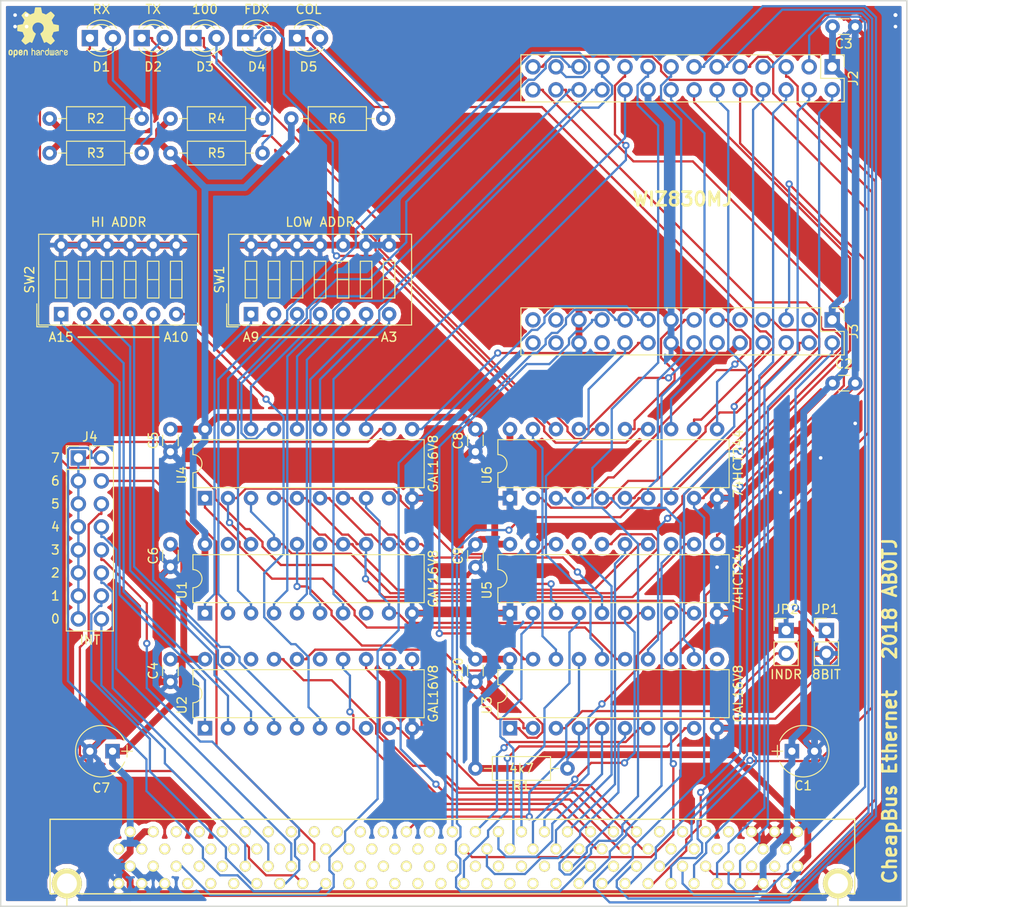
<source format=kicad_pcb>
(kicad_pcb (version 20171130) (host pcbnew "(5.0.2)-1")
  (layers (0 F.Cu signal hide) (31 B.Cu signal hide) (34 B.Paste user) (35 F.Paste user) (36 B.SilkS user) (37 F.SilkS user) (38 B.Mask user) (39 F.Mask user) (44 Edge.Cuts user))
  (net 0 "")
  (net 1 GND)
  (net 2 "Net-(J1-Pad6)")
  (net 3 "Net-(J1-Pad7)")
  (net 4 "Net-(J1-Pad8)")
  (net 5 "Net-(J1-Pad9)")
  (net 6 "Net-(J1-Pad10)")
  (net 7 "Net-(J1-Pad11)")
  (net 8 "Net-(J1-Pad12)")
  (net 9 "Net-(J1-Pad13)")
  (net 10 /A15)
  (net 11 /A14)
  (net 12 /A13)
  (net 13 /A12)
  (net 14 /A11)
  (net 15 /A10)
  (net 16 /bA9)
  (net 17 /bA8)
  (net 18 /bA7)
  (net 19 /bA6)
  (net 20 /bA5)
  (net 21 /bA4)
  (net 22 /bA3)
  (net 23 /bA2)
  (net 24 /bA1)
  (net 25 /bA0)
  (net 26 /~IOR)
  (net 27 /~IOW)
  (net 28 "Net-(J1-Pad32)")
  (net 29 "Net-(J1-Pad33)")
  (net 30 "Net-(J1-Pad34)")
  (net 31 /~IO16)
  (net 32 "Net-(J1-Pad36)")
  (net 33 "Net-(J1-Pad37)")
  (net 34 "Net-(J1-Pad38)")
  (net 35 "Net-(J1-Pad39)")
  (net 36 "Net-(J1-Pad40)")
  (net 37 "Net-(J1-Pad41)")
  (net 38 "Net-(J1-Pad42)")
  (net 39 "Net-(J1-Pad43)")
  (net 40 "Net-(J1-Pad44)")
  (net 41 "Net-(J1-Pad45)")
  (net 42 "Net-(J1-Pad46)")
  (net 43 "Net-(J1-Pad47)")
  (net 44 "Net-(J1-Pad48)")
  (net 45 "Net-(J1-Pad49)")
  (net 46 "Net-(J1-Pad50)")
  (net 47 "Net-(J1-Pad51)")
  (net 48 "Net-(J1-Pad52)")
  (net 49 "Net-(J1-Pad53)")
  (net 50 "Net-(J1-Pad54)")
  (net 51 "Net-(J1-Pad55)")
  (net 52 /-12V)
  (net 53 +3V3)
  (net 54 +5V)
  (net 55 /+5VSB)
  (net 56 /+12V)
  (net 57 /D15)
  (net 58 /D14)
  (net 59 /D13)
  (net 60 /D12)
  (net 61 /D11)
  (net 62 /D10)
  (net 63 /D9)
  (net 64 /D8)
  (net 65 /D7)
  (net 66 /D6)
  (net 67 /D5)
  (net 68 /D4)
  (net 69 /D3)
  (net 70 /D2)
  (net 71 /D1)
  (net 72 /D0)
  (net 73 "Net-(J1-Pad82)")
  (net 74 "Net-(J1-Pad83)")
  (net 75 "Net-(J1-Pad84)")
  (net 76 "Net-(J1-Pad85)")
  (net 77 "Net-(J1-Pad86)")
  (net 78 "Net-(J1-Pad87)")
  (net 79 "Net-(J1-Pad88)")
  (net 80 "Net-(J1-Pad89)")
  (net 81 /~AEN)
  (net 82 "Net-(J1-Pad91)")
  (net 83 "Net-(J1-Pad92)")
  (net 84 "Net-(J1-Pad93)")
  (net 85 "Net-(J1-Pad94)")
  (net 86 "Net-(J1-Pad95)")
  (net 87 "Net-(J1-Pad96)")
  (net 88 "Net-(J1-Pad97)")
  (net 89 "Net-(J1-Pad98)")
  (net 90 "Net-(J1-Pad99)")
  (net 91 "Net-(J1-Pad100)")
  (net 92 "Net-(J1-Pad101)")
  (net 93 /~IRQ7)
  (net 94 /~IRQ6)
  (net 95 /~IRQ5)
  (net 96 /~IRQ4)
  (net 97 /~IRQ3)
  (net 98 /~IRQ2)
  (net 99 /~IRQ1)
  (net 100 /~IRQ0)
  (net 101 "Net-(J1-Pad110)")
  (net 102 "Net-(J1-Pad111)")
  (net 103 "Net-(J1-Pad112)")
  (net 104 "Net-(J1-Pad113)")
  (net 105 "Net-(J1-Pad114)")
  (net 106 /~RESET)
  (net 107 "Net-(D2-Pad2)")
  (net 108 "Net-(D1-Pad2)")
  (net 109 /~8BIT)
  (net 110 "Net-(D5-Pad2)")
  (net 111 "Net-(D4-Pad2)")
  (net 112 "Net-(D3-Pad2)")
  (net 113 "Net-(J3-Pad28)")
  (net 114 "Net-(J3-Pad27)")
  (net 115 "Net-(J3-Pad26)")
  (net 116 "Net-(J3-Pad25)")
  (net 117 "Net-(J3-Pad22)")
  (net 118 /~RD)
  (net 119 /~CS)
  (net 120 /~INT)
  (net 121 /BRDY0)
  (net 122 /BRDY1)
  (net 123 /BRDY2)
  (net 124 /BRDY3)
  (net 125 /~ACT)
  (net 126 /~SPD)
  (net 127 /~FDX)
  (net 128 /~COL)
  (net 129 /~RX)
  (net 130 /~TX)
  (net 131 /~LINK)
  (net 132 /A9)
  (net 133 /A8)
  (net 134 /A7)
  (net 135 /A6)
  (net 136 /A5)
  (net 137 /A4)
  (net 138 /A3)
  (net 139 /A2)
  (net 140 /A1)
  (net 141 /A0)
  (net 142 "Net-(D4-Pad1)")
  (net 143 "Net-(D3-Pad1)")
  (net 144 "Net-(D2-Pad1)")
  (net 145 "Net-(D1-Pad1)")
  (net 146 "Net-(D5-Pad1)")
  (net 147 /~STS)
  (net 148 "Net-(U1-Pad19)")
  (net 149 /~HI_ADDR)
  (net 150 "Net-(U3-Pad11)")
  (net 151 "Net-(J4-Pad1)")
  (net 152 /eA9)
  (net 153 /eA8)
  (net 154 /eA7)
  (net 155 /eA6)
  (net 156 /eA5)
  (net 157 /eA4)
  (net 158 /eA3)
  (net 159 "Net-(JP2-Pad2)")
  (net 160 "Net-(SW1-Pad1)")
  (net 161 "Net-(SW1-Pad2)")
  (net 162 "Net-(SW1-Pad3)")
  (net 163 "Net-(SW1-Pad4)")
  (net 164 "Net-(SW1-Pad5)")
  (net 165 "Net-(U1-Pad15)")
  (net 166 "Net-(SW1-Pad6)")
  (net 167 "Net-(U1-Pad16)")
  (net 168 "Net-(SW1-Pad7)")
  (net 169 "Net-(U1-Pad8)")
  (net 170 "Net-(U2-Pad19)")
  (net 171 "Net-(U2-Pad18)")
  (net 172 "Net-(U2-Pad8)")
  (net 173 "Net-(U2-Pad7)")
  (net 174 "Net-(SW2-Pad6)")
  (net 175 "Net-(U2-Pad15)")
  (net 176 "Net-(SW2-Pad5)")
  (net 177 "Net-(SW2-Pad4)")
  (net 178 "Net-(SW2-Pad3)")
  (net 179 "Net-(SW2-Pad2)")
  (net 180 "Net-(SW2-Pad1)")
  (net 181 /ASEL)
  (net 182 "Net-(U4-Pad9)")
  (module Housings_DIP:DIP-20_W7.62mm (layer F.Cu) (at 42.545 74.93 90)
    (fp_text reference U4 (at 2.54 -2.54 90) (layer F.SilkS))
    (fp_text value GAL16V8 (at 3.81 25.19 90) (layer F.SilkS))
    (pad 20 thru_hole oval (at 7.62 0 90) (size 1.6 1.6) (drill 0.8) (layers *.Cu *.Mask) (net 54 +5V))
    (pad 10 thru_hole oval (at 0 22.86 90) (size 1.6 1.6) (drill 0.8) (layers *.Cu *.Mask) (net 1 GND))
    (pad 19 thru_hole oval (at 7.62 2.54 90) (size 1.6 1.6) (drill 0.8) (layers *.Cu *.Mask) (net 158 /eA3))
    (pad 9 thru_hole oval (at 0 20.32 90) (size 1.6 1.6) (drill 0.8) (layers *.Cu *.Mask) (net 182 "Net-(U4-Pad9)"))
    (pad 18 thru_hole oval (at 7.62 5.08 90) (size 1.6 1.6) (drill 0.8) (layers *.Cu *.Mask) (net 157 /eA4))
    (pad 8 thru_hole oval (at 0 17.78 90) (size 1.6 1.6) (drill 0.8) (layers *.Cu *.Mask) (net 132 /A9))
    (pad 17 thru_hole oval (at 7.62 7.62 90) (size 1.6 1.6) (drill 0.8) (layers *.Cu *.Mask) (net 156 /eA5))
    (pad 7 thru_hole oval (at 0 15.24 90) (size 1.6 1.6) (drill 0.8) (layers *.Cu *.Mask) (net 133 /A8))
    (pad 16 thru_hole oval (at 7.62 10.16 90) (size 1.6 1.6) (drill 0.8) (layers *.Cu *.Mask) (net 155 /eA6))
    (pad 6 thru_hole oval (at 0 12.7 90) (size 1.6 1.6) (drill 0.8) (layers *.Cu *.Mask) (net 134 /A7))
    (pad 15 thru_hole oval (at 7.62 12.7 90) (size 1.6 1.6) (drill 0.8) (layers *.Cu *.Mask) (net 154 /eA7))
    (pad 5 thru_hole oval (at 0 10.16 90) (size 1.6 1.6) (drill 0.8) (layers *.Cu *.Mask) (net 135 /A6))
    (pad 14 thru_hole oval (at 7.62 15.24 90) (size 1.6 1.6) (drill 0.8) (layers *.Cu *.Mask) (net 153 /eA8))
    (pad 4 thru_hole oval (at 0 7.62 90) (size 1.6 1.6) (drill 0.8) (layers *.Cu *.Mask) (net 136 /A5))
    (pad 13 thru_hole oval (at 7.62 17.78 90) (size 1.6 1.6) (drill 0.8) (layers *.Cu *.Mask) (net 152 /eA9))
    (pad 3 thru_hole oval (at 0 5.08 90) (size 1.6 1.6) (drill 0.8) (layers *.Cu *.Mask) (net 137 /A4))
    (pad 12 thru_hole oval (at 7.62 20.32 90) (size 1.6 1.6) (drill 0.8) (layers *.Cu *.Mask) (net 151 "Net-(J4-Pad1)"))
    (pad 2 thru_hole oval (at 0 2.54 90) (size 1.6 1.6) (drill 0.8) (layers *.Cu *.Mask) (net 138 /A3))
    (pad 11 thru_hole oval (at 7.62 22.86 90) (size 1.6 1.6) (drill 0.8) (layers *.Cu *.Mask) (net 120 /~INT))
    (pad 1 thru_hole rect (at 0 0 90) (size 1.6 1.6) (drill 0.8) (layers *.Cu *.Mask) (net 181 /ASEL))
  )
  (module Buttons_Switches_THT:SW_DIP_x6_W7.62mm_Slide (layer F.Cu) (at 26.67 54.61 90)
    (fp_text reference SW2 (at 3.81 -3.48 90) (layer F.SilkS))
    (fp_text value "HI ADDR" (at 10.16 6.35 180) (layer F.SilkS))
    (pad 12 thru_hole oval (at 7.62 0 90) (size 1.6 1.6) (drill 0.8) (layers *.Cu *.Mask) (net 1 GND))
    (pad 6 thru_hole oval (at 0 12.7 90) (size 1.6 1.6) (drill 0.8) (layers *.Cu *.Mask) (net 174 "Net-(SW2-Pad6)"))
    (pad 11 thru_hole oval (at 7.62 2.54 90) (size 1.6 1.6) (drill 0.8) (layers *.Cu *.Mask) (net 1 GND))
    (pad 5 thru_hole oval (at 0 10.16 90) (size 1.6 1.6) (drill 0.8) (layers *.Cu *.Mask) (net 176 "Net-(SW2-Pad5)"))
    (pad 10 thru_hole oval (at 7.62 5.08 90) (size 1.6 1.6) (drill 0.8) (layers *.Cu *.Mask) (net 1 GND))
    (pad 4 thru_hole oval (at 0 7.62 90) (size 1.6 1.6) (drill 0.8) (layers *.Cu *.Mask) (net 177 "Net-(SW2-Pad4)"))
    (pad 9 thru_hole oval (at 7.62 7.62 90) (size 1.6 1.6) (drill 0.8) (layers *.Cu *.Mask) (net 1 GND))
    (pad 3 thru_hole oval (at 0 5.08 90) (size 1.6 1.6) (drill 0.8) (layers *.Cu *.Mask) (net 178 "Net-(SW2-Pad3)"))
    (pad 8 thru_hole oval (at 7.62 10.16 90) (size 1.6 1.6) (drill 0.8) (layers *.Cu *.Mask) (net 1 GND))
    (pad 2 thru_hole oval (at 0 2.54 90) (size 1.6 1.6) (drill 0.8) (layers *.Cu *.Mask) (net 179 "Net-(SW2-Pad2)"))
    (pad 7 thru_hole oval (at 7.62 12.7 90) (size 1.6 1.6) (drill 0.8) (layers *.Cu *.Mask) (net 1 GND))
    (pad 1 thru_hole rect (at 0 0 90) (size 1.6 1.6) (drill 0.8) (layers *.Cu *.Mask) (net 180 "Net-(SW2-Pad1)"))
  )
  (module Buttons_Switches_THT:SW_DIP_x7_W7.62mm_Slide (layer F.Cu) (at 47.625 54.61 90)
    (fp_text reference SW1 (at 3.81 -3.48 90) (layer F.SilkS))
    (fp_text value "LOW ADDR" (at 10.16 7.62 180) (layer F.SilkS))
    (pad 14 thru_hole oval (at 7.62 0 90) (size 1.6 1.6) (drill 0.8) (layers *.Cu *.Mask) (net 1 GND))
    (pad 7 thru_hole oval (at 0 15.24 90) (size 1.6 1.6) (drill 0.8) (layers *.Cu *.Mask) (net 168 "Net-(SW1-Pad7)"))
    (pad 13 thru_hole oval (at 7.62 2.54 90) (size 1.6 1.6) (drill 0.8) (layers *.Cu *.Mask) (net 1 GND))
    (pad 6 thru_hole oval (at 0 12.7 90) (size 1.6 1.6) (drill 0.8) (layers *.Cu *.Mask) (net 166 "Net-(SW1-Pad6)"))
    (pad 12 thru_hole oval (at 7.62 5.08 90) (size 1.6 1.6) (drill 0.8) (layers *.Cu *.Mask) (net 1 GND))
    (pad 5 thru_hole oval (at 0 10.16 90) (size 1.6 1.6) (drill 0.8) (layers *.Cu *.Mask) (net 164 "Net-(SW1-Pad5)"))
    (pad 11 thru_hole oval (at 7.62 7.62 90) (size 1.6 1.6) (drill 0.8) (layers *.Cu *.Mask) (net 1 GND))
    (pad 4 thru_hole oval (at 0 7.62 90) (size 1.6 1.6) (drill 0.8) (layers *.Cu *.Mask) (net 163 "Net-(SW1-Pad4)"))
    (pad 10 thru_hole oval (at 7.62 10.16 90) (size 1.6 1.6) (drill 0.8) (layers *.Cu *.Mask) (net 1 GND))
    (pad 3 thru_hole oval (at 0 5.08 90) (size 1.6 1.6) (drill 0.8) (layers *.Cu *.Mask) (net 162 "Net-(SW1-Pad3)"))
    (pad 9 thru_hole oval (at 7.62 12.7 90) (size 1.6 1.6) (drill 0.8) (layers *.Cu *.Mask) (net 1 GND))
    (pad 2 thru_hole oval (at 0 2.54 90) (size 1.6 1.6) (drill 0.8) (layers *.Cu *.Mask) (net 161 "Net-(SW1-Pad2)"))
    (pad 8 thru_hole oval (at 7.62 15.24 90) (size 1.6 1.6) (drill 0.8) (layers *.Cu *.Mask) (net 1 GND))
    (pad 1 thru_hole rect (at 0 0 90) (size 1.6 1.6) (drill 0.8) (layers *.Cu *.Mask) (net 160 "Net-(SW1-Pad1)"))
  )
  (module Capacitors_THT:CP_Radial_Tantal_D5.5mm_P2.50mm (layer F.Cu) (at 107.315 102.87)
    (fp_text reference C1 (at 1.25 3.81) (layer F.SilkS))
    (fp_text value 33uF)
    (pad 1 thru_hole rect (at 0 0) (size 1.6 1.6) (drill 0.8) (layers *.Cu *.Mask) (net 53 +3V3))
    (pad 2 thru_hole circle (at 2.5 0) (size 1.6 1.6) (drill 0.8) (layers *.Cu *.Mask) (net 1 GND))
  )
  (module Capacitors_THT:CP_Radial_Tantal_D5.5mm_P2.50mm (layer F.Cu) (at 32.345 102.87 180)
    (fp_text reference C7 (at 1.25 -4.06 180) (layer F.SilkS))
    (fp_text value 33uF)
    (pad 2 thru_hole circle (at 2.5 0 180) (size 1.6 1.6) (drill 0.8) (layers *.Cu *.Mask) (net 1 GND))
    (pad 1 thru_hole rect (at 0 0 180) (size 1.6 1.6) (drill 0.8) (layers *.Cu *.Mask) (net 54 +5V))
  )
  (module Capacitors_THT:C_Disc_D3.0mm_W1.6mm_P2.50mm (layer F.Cu) (at 72.39 80.05 270)
    (fp_text reference C9 (at 1.25 1.905 270) (layer F.SilkS))
    (fp_text value .1uF)
    (pad 1 thru_hole circle (at 0 0 270) (size 1.6 1.6) (drill 0.8) (layers *.Cu *.Mask) (net 54 +5V))
    (pad 2 thru_hole circle (at 2.5 0 270) (size 1.6 1.6) (drill 0.8) (layers *.Cu *.Mask) (net 1 GND))
  )
  (module Capacitors_THT:C_Disc_D3.0mm_W1.6mm_P2.50mm (layer F.Cu) (at 111.8 22.86)
    (fp_text reference C3 (at 1.25 1.905) (layer F.SilkS))
    (fp_text value .1uF)
    (pad 2 thru_hole circle (at 2.5 0) (size 1.6 1.6) (drill 0.8) (layers *.Cu *.Mask) (net 1 GND))
    (pad 1 thru_hole circle (at 0 0) (size 1.6 1.6) (drill 0.8) (layers *.Cu *.Mask) (net 53 +3V3))
  )
  (module Capacitors_THT:C_Disc_D3.0mm_W1.6mm_P2.50mm (layer F.Cu) (at 38.735 92.71 270)
    (fp_text reference C4 (at 1.27 1.905 270) (layer F.SilkS))
    (fp_text value .1uF)
    (pad 1 thru_hole circle (at 0 0 270) (size 1.6 1.6) (drill 0.8) (layers *.Cu *.Mask) (net 54 +5V))
    (pad 2 thru_hole circle (at 2.5 0 270) (size 1.6 1.6) (drill 0.8) (layers *.Cu *.Mask) (net 1 GND))
  )
  (module Capacitors_THT:C_Disc_D3.0mm_W1.6mm_P2.50mm (layer F.Cu) (at 38.735 67.31 270)
    (fp_text reference C5 (at 1.25 1.905 270) (layer F.SilkS))
    (fp_text value .1uF)
    (pad 2 thru_hole circle (at 2.5 0 270) (size 1.6 1.6) (drill 0.8) (layers *.Cu *.Mask) (net 1 GND))
    (pad 1 thru_hole circle (at 0 0 270) (size 1.6 1.6) (drill 0.8) (layers *.Cu *.Mask) (net 54 +5V))
  )
  (module Capacitors_THT:C_Disc_D3.0mm_W1.6mm_P2.50mm (layer F.Cu) (at 38.735 80.01 270)
    (fp_text reference C6 (at 1.27 1.905 270) (layer F.SilkS))
    (fp_text value .1uF)
    (pad 1 thru_hole circle (at 0 0 270) (size 1.6 1.6) (drill 0.8) (layers *.Cu *.Mask) (net 54 +5V))
    (pad 2 thru_hole circle (at 2.5 0 270) (size 1.6 1.6) (drill 0.8) (layers *.Cu *.Mask) (net 1 GND))
  )
  (module Capacitors_THT:C_Disc_D3.0mm_W1.6mm_P2.50mm (layer F.Cu) (at 72.39 67.31 270)
    (fp_text reference C8 (at 1.27 1.905 270) (layer F.SilkS))
    (fp_text value .1uF)
    (pad 2 thru_hole circle (at 2.5 0 270) (size 1.6 1.6) (drill 0.8) (layers *.Cu *.Mask) (net 1 GND))
    (pad 1 thru_hole circle (at 0 0 270) (size 1.6 1.6) (drill 0.8) (layers *.Cu *.Mask) (net 54 +5V))
  )
  (module Capacitors_THT:C_Disc_D3.0mm_W1.6mm_P2.50mm (layer F.Cu) (at 72.39 92.71 270)
    (fp_text reference C10 (at 1.25 1.905 270) (layer F.SilkS))
    (fp_text value .1uF)
    (pad 1 thru_hole circle (at 0 0 270) (size 1.6 1.6) (drill 0.8) (layers *.Cu *.Mask) (net 54 +5V))
    (pad 2 thru_hole circle (at 2.5 0 270) (size 1.6 1.6) (drill 0.8) (layers *.Cu *.Mask) (net 1 GND))
  )
  (module Capacitors_THT:C_Disc_D3.0mm_W1.6mm_P2.50mm (layer F.Cu) (at 111.8 62.23)
    (fp_text reference C2 (at 1.25 -2.11) (layer F.SilkS))
    (fp_text value .1uF)
    (pad 2 thru_hole circle (at 2.5 0) (size 1.6 1.6) (drill 0.8) (layers *.Cu *.Mask) (net 1 GND))
    (pad 1 thru_hole circle (at 0 0) (size 1.6 1.6) (drill 0.8) (layers *.Cu *.Mask) (net 53 +3V3))
  )
  (module Housings_DIP:DIP-20_W7.62mm (layer F.Cu) (at 76.2 87.63 90)
    (fp_text reference U5 (at 2.54 -2.54 90) (layer F.SilkS))
    (fp_text value 74HCT244 (at 3.81 25.19 90) (layer F.SilkS))
    (pad 20 thru_hole oval (at 7.62 0 90) (size 1.6 1.6) (drill 0.8) (layers *.Cu *.Mask) (net 54 +5V))
    (pad 10 thru_hole oval (at 0 22.86 90) (size 1.6 1.6) (drill 0.8) (layers *.Cu *.Mask) (net 1 GND))
    (pad 19 thru_hole oval (at 7.62 2.54 90) (size 1.6 1.6) (drill 0.8) (layers *.Cu *.Mask) (net 1 GND))
    (pad 9 thru_hole oval (at 0 20.32 90) (size 1.6 1.6) (drill 0.8) (layers *.Cu *.Mask) (net 145 "Net-(D1-Pad1)"))
    (pad 18 thru_hole oval (at 7.62 5.08 90) (size 1.6 1.6) (drill 0.8) (layers *.Cu *.Mask) (net 138 /A3))
    (pad 8 thru_hole oval (at 0 17.78 90) (size 1.6 1.6) (drill 0.8) (layers *.Cu *.Mask) (net 19 /bA6))
    (pad 17 thru_hole oval (at 7.62 7.62 90) (size 1.6 1.6) (drill 0.8) (layers *.Cu *.Mask) (net 18 /bA7))
    (pad 7 thru_hole oval (at 0 15.24 90) (size 1.6 1.6) (drill 0.8) (layers *.Cu *.Mask) (net 132 /A9))
    (pad 16 thru_hole oval (at 7.62 10.16 90) (size 1.6 1.6) (drill 0.8) (layers *.Cu *.Mask) (net 137 /A4))
    (pad 6 thru_hole oval (at 0 12.7 90) (size 1.6 1.6) (drill 0.8) (layers *.Cu *.Mask) (net 20 /bA5))
    (pad 15 thru_hole oval (at 7.62 12.7 90) (size 1.6 1.6) (drill 0.8) (layers *.Cu *.Mask) (net 17 /bA8))
    (pad 5 thru_hole oval (at 0 10.16 90) (size 1.6 1.6) (drill 0.8) (layers *.Cu *.Mask) (net 133 /A8))
    (pad 14 thru_hole oval (at 7.62 15.24 90) (size 1.6 1.6) (drill 0.8) (layers *.Cu *.Mask) (net 136 /A5))
    (pad 4 thru_hole oval (at 0 7.62 90) (size 1.6 1.6) (drill 0.8) (layers *.Cu *.Mask) (net 21 /bA4))
    (pad 13 thru_hole oval (at 7.62 17.78 90) (size 1.6 1.6) (drill 0.8) (layers *.Cu *.Mask) (net 16 /bA9))
    (pad 3 thru_hole oval (at 0 5.08 90) (size 1.6 1.6) (drill 0.8) (layers *.Cu *.Mask) (net 134 /A7))
    (pad 12 thru_hole oval (at 7.62 20.32 90) (size 1.6 1.6) (drill 0.8) (layers *.Cu *.Mask) (net 135 /A6))
    (pad 2 thru_hole oval (at 0 2.54 90) (size 1.6 1.6) (drill 0.8) (layers *.Cu *.Mask) (net 22 /bA3))
    (pad 11 thru_hole oval (at 7.62 22.86 90) (size 1.6 1.6) (drill 0.8) (layers *.Cu *.Mask) (net 129 /~RX))
    (pad 1 thru_hole rect (at 0 0 90) (size 1.6 1.6) (drill 0.8) (layers *.Cu *.Mask) (net 1 GND))
  )
  (module Housings_DIP:DIP-20_W7.62mm (layer F.Cu) (at 76.2 100.33 90)
    (fp_text reference U3 (at 2.54 -2.54 90) (layer F.SilkS))
    (fp_text value GAL16V8 (at 3.81 25.19 90) (layer F.SilkS))
    (pad 1 thru_hole rect (at 0 0 90) (size 1.6 1.6) (drill 0.8) (layers *.Cu *.Mask) (net 167 "Net-(U1-Pad16)"))
    (pad 11 thru_hole oval (at 7.62 22.86 90) (size 1.6 1.6) (drill 0.8) (layers *.Cu *.Mask) (net 150 "Net-(U3-Pad11)"))
    (pad 2 thru_hole oval (at 0 2.54 90) (size 1.6 1.6) (drill 0.8) (layers *.Cu *.Mask) (net 149 /~HI_ADDR))
    (pad 12 thru_hole oval (at 7.62 20.32 90) (size 1.6 1.6) (drill 0.8) (layers *.Cu *.Mask) (net 139 /A2))
    (pad 3 thru_hole oval (at 0 5.08 90) (size 1.6 1.6) (drill 0.8) (layers *.Cu *.Mask) (net 159 "Net-(JP2-Pad2)"))
    (pad 13 thru_hole oval (at 7.62 17.78 90) (size 1.6 1.6) (drill 0.8) (layers *.Cu *.Mask) (net 140 /A1))
    (pad 4 thru_hole oval (at 0 7.62 90) (size 1.6 1.6) (drill 0.8) (layers *.Cu *.Mask) (net 109 /~8BIT))
    (pad 14 thru_hole oval (at 7.62 15.24 90) (size 1.6 1.6) (drill 0.8) (layers *.Cu *.Mask) (net 141 /A0))
    (pad 5 thru_hole oval (at 0 10.16 90) (size 1.6 1.6) (drill 0.8) (layers *.Cu *.Mask) (net 23 /bA2))
    (pad 15 thru_hole oval (at 7.62 12.7 90) (size 1.6 1.6) (drill 0.8) (layers *.Cu *.Mask) (net 181 /ASEL))
    (pad 6 thru_hole oval (at 0 12.7 90) (size 1.6 1.6) (drill 0.8) (layers *.Cu *.Mask) (net 24 /bA1))
    (pad 16 thru_hole oval (at 7.62 10.16 90) (size 1.6 1.6) (drill 0.8) (layers *.Cu *.Mask) (net 118 /~RD))
    (pad 7 thru_hole oval (at 0 15.24 90) (size 1.6 1.6) (drill 0.8) (layers *.Cu *.Mask) (net 25 /bA0))
    (pad 17 thru_hole oval (at 7.62 7.62 90) (size 1.6 1.6) (drill 0.8) (layers *.Cu *.Mask) (net 31 /~IO16))
    (pad 8 thru_hole oval (at 0 17.78 90) (size 1.6 1.6) (drill 0.8) (layers *.Cu *.Mask) (net 26 /~IOR))
    (pad 18 thru_hole oval (at 7.62 5.08 90) (size 1.6 1.6) (drill 0.8) (layers *.Cu *.Mask) (net 147 /~STS))
    (pad 9 thru_hole oval (at 0 20.32 90) (size 1.6 1.6) (drill 0.8) (layers *.Cu *.Mask) (net 81 /~AEN))
    (pad 19 thru_hole oval (at 7.62 2.54 90) (size 1.6 1.6) (drill 0.8) (layers *.Cu *.Mask) (net 119 /~CS))
    (pad 10 thru_hole oval (at 0 22.86 90) (size 1.6 1.6) (drill 0.8) (layers *.Cu *.Mask) (net 1 GND))
    (pad 20 thru_hole oval (at 7.62 0 90) (size 1.6 1.6) (drill 0.8) (layers *.Cu *.Mask) (net 54 +5V))
  )
  (module Housings_DIP:DIP-20_W7.62mm (layer F.Cu) (at 42.545 100.33 90)
    (fp_text reference U2 (at 2.54 -2.54 90) (layer F.SilkS))
    (fp_text value GAL16V8 (at 3.81 25.19 90) (layer F.SilkS))
    (pad 20 thru_hole oval (at 7.62 0 90) (size 1.6 1.6) (drill 0.8) (layers *.Cu *.Mask) (net 54 +5V))
    (pad 10 thru_hole oval (at 0 22.86 90) (size 1.6 1.6) (drill 0.8) (layers *.Cu *.Mask) (net 1 GND))
    (pad 19 thru_hole oval (at 7.62 2.54 90) (size 1.6 1.6) (drill 0.8) (layers *.Cu *.Mask) (net 170 "Net-(U2-Pad19)"))
    (pad 9 thru_hole oval (at 0 20.32 90) (size 1.6 1.6) (drill 0.8) (layers *.Cu *.Mask) (net 10 /A15))
    (pad 18 thru_hole oval (at 7.62 5.08 90) (size 1.6 1.6) (drill 0.8) (layers *.Cu *.Mask) (net 171 "Net-(U2-Pad18)"))
    (pad 8 thru_hole oval (at 0 17.78 90) (size 1.6 1.6) (drill 0.8) (layers *.Cu *.Mask) (net 172 "Net-(U2-Pad8)"))
    (pad 17 thru_hole oval (at 7.62 7.62 90) (size 1.6 1.6) (drill 0.8) (layers *.Cu *.Mask) (net 15 /A10))
    (pad 7 thru_hole oval (at 0 15.24 90) (size 1.6 1.6) (drill 0.8) (layers *.Cu *.Mask) (net 173 "Net-(U2-Pad7)"))
    (pad 16 thru_hole oval (at 7.62 10.16 90) (size 1.6 1.6) (drill 0.8) (layers *.Cu *.Mask) (net 149 /~HI_ADDR))
    (pad 6 thru_hole oval (at 0 12.7 90) (size 1.6 1.6) (drill 0.8) (layers *.Cu *.Mask) (net 174 "Net-(SW2-Pad6)"))
    (pad 15 thru_hole oval (at 7.62 12.7 90) (size 1.6 1.6) (drill 0.8) (layers *.Cu *.Mask) (net 175 "Net-(U2-Pad15)"))
    (pad 5 thru_hole oval (at 0 10.16 90) (size 1.6 1.6) (drill 0.8) (layers *.Cu *.Mask) (net 176 "Net-(SW2-Pad5)"))
    (pad 14 thru_hole oval (at 7.62 15.24 90) (size 1.6 1.6) (drill 0.8) (layers *.Cu *.Mask) (net 14 /A11))
    (pad 4 thru_hole oval (at 0 7.62 90) (size 1.6 1.6) (drill 0.8) (layers *.Cu *.Mask) (net 177 "Net-(SW2-Pad4)"))
    (pad 13 thru_hole oval (at 7.62 17.78 90) (size 1.6 1.6) (drill 0.8) (layers *.Cu *.Mask) (net 13 /A12))
    (pad 3 thru_hole oval (at 0 5.08 90) (size 1.6 1.6) (drill 0.8) (layers *.Cu *.Mask) (net 178 "Net-(SW2-Pad3)"))
    (pad 12 thru_hole oval (at 7.62 20.32 90) (size 1.6 1.6) (drill 0.8) (layers *.Cu *.Mask) (net 12 /A13))
    (pad 2 thru_hole oval (at 0 2.54 90) (size 1.6 1.6) (drill 0.8) (layers *.Cu *.Mask) (net 179 "Net-(SW2-Pad2)"))
    (pad 11 thru_hole oval (at 7.62 22.86 90) (size 1.6 1.6) (drill 0.8) (layers *.Cu *.Mask) (net 11 /A14))
    (pad 1 thru_hole rect (at 0 0 90) (size 1.6 1.6) (drill 0.8) (layers *.Cu *.Mask) (net 180 "Net-(SW2-Pad1)"))
  )
  (module Housings_DIP:DIP-20_W7.62mm (layer F.Cu) (at 42.545 87.63 90)
    (fp_text reference U1 (at 2.54 -2.54 90) (layer F.SilkS))
    (fp_text value GAL16V8 (at 3.81 25.19 90) (layer F.SilkS))
    (pad 1 thru_hole rect (at 0 0 90) (size 1.6 1.6) (drill 0.8) (layers *.Cu *.Mask) (net 160 "Net-(SW1-Pad1)"))
    (pad 11 thru_hole oval (at 7.62 22.86 90) (size 1.6 1.6) (drill 0.8) (layers *.Cu *.Mask) (net 133 /A8))
    (pad 2 thru_hole oval (at 0 2.54 90) (size 1.6 1.6) (drill 0.8) (layers *.Cu *.Mask) (net 161 "Net-(SW1-Pad2)"))
    (pad 12 thru_hole oval (at 7.62 20.32 90) (size 1.6 1.6) (drill 0.8) (layers *.Cu *.Mask) (net 134 /A7))
    (pad 3 thru_hole oval (at 0 5.08 90) (size 1.6 1.6) (drill 0.8) (layers *.Cu *.Mask) (net 162 "Net-(SW1-Pad3)"))
    (pad 13 thru_hole oval (at 7.62 17.78 90) (size 1.6 1.6) (drill 0.8) (layers *.Cu *.Mask) (net 135 /A6))
    (pad 4 thru_hole oval (at 0 7.62 90) (size 1.6 1.6) (drill 0.8) (layers *.Cu *.Mask) (net 163 "Net-(SW1-Pad4)"))
    (pad 14 thru_hole oval (at 7.62 15.24 90) (size 1.6 1.6) (drill 0.8) (layers *.Cu *.Mask) (net 136 /A5))
    (pad 5 thru_hole oval (at 0 10.16 90) (size 1.6 1.6) (drill 0.8) (layers *.Cu *.Mask) (net 164 "Net-(SW1-Pad5)"))
    (pad 15 thru_hole oval (at 7.62 12.7 90) (size 1.6 1.6) (drill 0.8) (layers *.Cu *.Mask) (net 165 "Net-(U1-Pad15)"))
    (pad 6 thru_hole oval (at 0 12.7 90) (size 1.6 1.6) (drill 0.8) (layers *.Cu *.Mask) (net 166 "Net-(SW1-Pad6)"))
    (pad 16 thru_hole oval (at 7.62 10.16 90) (size 1.6 1.6) (drill 0.8) (layers *.Cu *.Mask) (net 167 "Net-(U1-Pad16)"))
    (pad 7 thru_hole oval (at 0 15.24 90) (size 1.6 1.6) (drill 0.8) (layers *.Cu *.Mask) (net 168 "Net-(SW1-Pad7)"))
    (pad 17 thru_hole oval (at 7.62 7.62 90) (size 1.6 1.6) (drill 0.8) (layers *.Cu *.Mask) (net 137 /A4))
    (pad 8 thru_hole oval (at 0 17.78 90) (size 1.6 1.6) (drill 0.8) (layers *.Cu *.Mask) (net 169 "Net-(U1-Pad8)"))
    (pad 18 thru_hole oval (at 7.62 5.08 90) (size 1.6 1.6) (drill 0.8) (layers *.Cu *.Mask) (net 138 /A3))
    (pad 9 thru_hole oval (at 0 20.32 90) (size 1.6 1.6) (drill 0.8) (layers *.Cu *.Mask) (net 132 /A9))
    (pad 19 thru_hole oval (at 7.62 2.54 90) (size 1.6 1.6) (drill 0.8) (layers *.Cu *.Mask) (net 148 "Net-(U1-Pad19)"))
    (pad 10 thru_hole oval (at 0 22.86 90) (size 1.6 1.6) (drill 0.8) (layers *.Cu *.Mask) (net 1 GND))
    (pad 20 thru_hole oval (at 7.62 0 90) (size 1.6 1.6) (drill 0.8) (layers *.Cu *.Mask) (net 54 +5V))
  )
  (module Housings_DIP:DIP-20_W7.62mm (layer F.Cu) (at 76.2 74.93 90)
    (fp_text reference U6 (at 2.54 -2.54 90) (layer F.SilkS))
    (fp_text value 74HCT244 (at 3.81 25.19 90) (layer F.SilkS))
    (pad 20 thru_hole oval (at 7.62 0 90) (size 1.6 1.6) (drill 0.8) (layers *.Cu *.Mask) (net 54 +5V))
    (pad 10 thru_hole oval (at 0 22.86 90) (size 1.6 1.6) (drill 0.8) (layers *.Cu *.Mask) (net 1 GND))
    (pad 19 thru_hole oval (at 7.62 2.54 90) (size 1.6 1.6) (drill 0.8) (layers *.Cu *.Mask) (net 147 /~STS))
    (pad 9 thru_hole oval (at 0 20.32 90) (size 1.6 1.6) (drill 0.8) (layers *.Cu *.Mask) (net 69 /D3))
    (pad 18 thru_hole oval (at 7.62 5.08 90) (size 1.6 1.6) (drill 0.8) (layers *.Cu *.Mask) (net 144 "Net-(D2-Pad1)"))
    (pad 8 thru_hole oval (at 0 17.78 90) (size 1.6 1.6) (drill 0.8) (layers *.Cu *.Mask) (net 128 /~COL))
    (pad 17 thru_hole oval (at 7.62 7.62 90) (size 1.6 1.6) (drill 0.8) (layers *.Cu *.Mask) (net 121 /BRDY0))
    (pad 7 thru_hole oval (at 0 15.24 90) (size 1.6 1.6) (drill 0.8) (layers *.Cu *.Mask) (net 70 /D2))
    (pad 16 thru_hole oval (at 7.62 10.16 90) (size 1.6 1.6) (drill 0.8) (layers *.Cu *.Mask) (net 143 "Net-(D3-Pad1)"))
    (pad 6 thru_hole oval (at 0 12.7 90) (size 1.6 1.6) (drill 0.8) (layers *.Cu *.Mask) (net 127 /~FDX))
    (pad 15 thru_hole oval (at 7.62 12.7 90) (size 1.6 1.6) (drill 0.8) (layers *.Cu *.Mask) (net 122 /BRDY1))
    (pad 5 thru_hole oval (at 0 10.16 90) (size 1.6 1.6) (drill 0.8) (layers *.Cu *.Mask) (net 71 /D1))
    (pad 14 thru_hole oval (at 7.62 15.24 90) (size 1.6 1.6) (drill 0.8) (layers *.Cu *.Mask) (net 142 "Net-(D4-Pad1)"))
    (pad 4 thru_hole oval (at 0 7.62 90) (size 1.6 1.6) (drill 0.8) (layers *.Cu *.Mask) (net 126 /~SPD))
    (pad 13 thru_hole oval (at 7.62 17.78 90) (size 1.6 1.6) (drill 0.8) (layers *.Cu *.Mask) (net 123 /BRDY2))
    (pad 3 thru_hole oval (at 0 5.08 90) (size 1.6 1.6) (drill 0.8) (layers *.Cu *.Mask) (net 72 /D0))
    (pad 12 thru_hole oval (at 7.62 20.32 90) (size 1.6 1.6) (drill 0.8) (layers *.Cu *.Mask) (net 146 "Net-(D5-Pad1)"))
    (pad 2 thru_hole oval (at 0 2.54 90) (size 1.6 1.6) (drill 0.8) (layers *.Cu *.Mask) (net 130 /~TX))
    (pad 11 thru_hole oval (at 7.62 22.86 90) (size 1.6 1.6) (drill 0.8) (layers *.Cu *.Mask) (net 124 /BRDY3))
    (pad 1 thru_hole rect (at 0 0 90) (size 1.6 1.6) (drill 0.8) (layers *.Cu *.Mask) (net 1 GND))
  )
  (module LEDs:LED_D3.0mm (layer F.Cu) (at 52.705 24.13)
    (fp_text reference D5 (at 1.27 3.175) (layer F.SilkS))
    (fp_text value COL (at 1.27 -3.175) (layer F.SilkS))
    (pad 2 thru_hole circle (at 2.54 0) (size 1.8 1.8) (drill 0.9) (layers *.Cu *.Mask) (net 110 "Net-(D5-Pad2)"))
    (pad 1 thru_hole rect (at 0 0) (size 1.8 1.8) (drill 0.9) (layers *.Cu *.Mask) (net 146 "Net-(D5-Pad1)"))
  )
  (module LEDs:LED_D3.0mm (layer F.Cu) (at 29.845 24.13)
    (fp_text reference D1 (at 1.27 3.175) (layer F.SilkS))
    (fp_text value RX (at 1.27 -3.175) (layer F.SilkS))
    (pad 1 thru_hole rect (at 0 0) (size 1.8 1.8) (drill 0.9) (layers *.Cu *.Mask) (net 145 "Net-(D1-Pad1)"))
    (pad 2 thru_hole circle (at 2.54 0) (size 1.8 1.8) (drill 0.9) (layers *.Cu *.Mask) (net 108 "Net-(D1-Pad2)"))
  )
  (module LEDs:LED_D3.0mm (layer F.Cu) (at 35.56 24.13)
    (fp_text reference D2 (at 1.27 3.175) (layer F.SilkS))
    (fp_text value TX (at 1.27 -3.175) (layer F.SilkS))
    (pad 2 thru_hole circle (at 2.54 0) (size 1.8 1.8) (drill 0.9) (layers *.Cu *.Mask) (net 107 "Net-(D2-Pad2)"))
    (pad 1 thru_hole rect (at 0 0) (size 1.8 1.8) (drill 0.9) (layers *.Cu *.Mask) (net 144 "Net-(D2-Pad1)"))
  )
  (module LEDs:LED_D3.0mm (layer F.Cu) (at 41.275 24.13)
    (fp_text reference D3 (at 1.27 3.175) (layer F.SilkS))
    (fp_text value 100 (at 1.27 -3.175) (layer F.SilkS))
    (pad 1 thru_hole rect (at 0 0) (size 1.8 1.8) (drill 0.9) (layers *.Cu *.Mask) (net 143 "Net-(D3-Pad1)"))
    (pad 2 thru_hole circle (at 2.54 0) (size 1.8 1.8) (drill 0.9) (layers *.Cu *.Mask) (net 112 "Net-(D3-Pad2)"))
  )
  (module LEDs:LED_D3.0mm (layer F.Cu) (at 46.99 24.13)
    (fp_text reference D4 (at 1.27 3.175) (layer F.SilkS))
    (fp_text value FDX (at 1.27 -3.175) (layer F.SilkS))
    (pad 2 thru_hole circle (at 2.54 0) (size 1.8 1.8) (drill 0.9) (layers *.Cu *.Mask) (net 111 "Net-(D4-Pad2)"))
    (pad 1 thru_hole rect (at 0 0) (size 1.8 1.8) (drill 0.9) (layers *.Cu *.Mask) (net 142 "Net-(D4-Pad1)"))
  )
  (module Pin_Headers:Pin_Header_Straight_1x02_Pitch2.54mm (layer F.Cu) (at 111.125 89.535)
    (fp_text reference JP1 (at 0 -2.33) (layer F.SilkS))
    (fp_text value 8BIT (at 0 4.87) (layer F.SilkS))
    (pad 1 thru_hole rect (at 0 0) (size 1.7 1.7) (drill 1) (layers *.Cu *.Mask) (net 109 /~8BIT))
    (pad 2 thru_hole oval (at 0 2.54) (size 1.7 1.7) (drill 1) (layers *.Cu *.Mask) (net 1 GND))
  )
  (module Pin_Headers:Pin_Header_Straight_1x02_Pitch2.54mm (layer F.Cu) (at 106.68 89.535)
    (fp_text reference JP2 (at 0 -2.33) (layer F.SilkS))
    (fp_text value INDR (at 0 4.87) (layer F.SilkS))
    (pad 2 thru_hole oval (at 0 2.54) (size 1.7 1.7) (drill 1) (layers *.Cu *.Mask) (net 159 "Net-(JP2-Pad2)"))
    (pad 1 thru_hole rect (at 0 0) (size 1.7 1.7) (drill 1) (layers *.Cu *.Mask) (net 1 GND))
  )
  (module Pin_Headers:Pin_Header_Straight_2x08_Pitch2.54mm (layer F.Cu) (at 28.575 70.485)
    (fp_text reference J4 (at 1.27 -2.33) (layer F.SilkS))
    (fp_text value INT (at 1.27 20.11) (layer F.SilkS))
    (pad 16 thru_hole oval (at 2.54 17.78) (size 1.7 1.7) (drill 1) (layers *.Cu *.Mask) (net 100 /~IRQ0))
    (pad 15 thru_hole oval (at 0 17.78) (size 1.7 1.7) (drill 1) (layers *.Cu *.Mask) (net 151 "Net-(J4-Pad1)"))
    (pad 14 thru_hole oval (at 2.54 15.24) (size 1.7 1.7) (drill 1) (layers *.Cu *.Mask) (net 99 /~IRQ1))
    (pad 13 thru_hole oval (at 0 15.24) (size 1.7 1.7) (drill 1) (layers *.Cu *.Mask) (net 151 "Net-(J4-Pad1)"))
    (pad 12 thru_hole oval (at 2.54 12.7) (size 1.7 1.7) (drill 1) (layers *.Cu *.Mask) (net 98 /~IRQ2))
    (pad 11 thru_hole oval (at 0 12.7) (size 1.7 1.7) (drill 1) (layers *.Cu *.Mask) (net 151 "Net-(J4-Pad1)"))
    (pad 10 thru_hole oval (at 2.54 10.16) (size 1.7 1.7) (drill 1) (layers *.Cu *.Mask) (net 97 /~IRQ3))
    (pad 9 thru_hole oval (at 0 10.16) (size 1.7 1.7) (drill 1) (layers *.Cu *.Mask) (net 151 "Net-(J4-Pad1)"))
    (pad 8 thru_hole oval (at 2.54 7.62) (size 1.7 1.7) (drill 1) (layers *.Cu *.Mask) (net 96 /~IRQ4))
    (pad 7 thru_hole oval (at 0 7.62) (size 1.7 1.7) (drill 1) (layers *.Cu *.Mask) (net 151 "Net-(J4-Pad1)"))
    (pad 6 thru_hole oval (at 2.54 5.08) (size 1.7 1.7) (drill 1) (layers *.Cu *.Mask) (net 95 /~IRQ5))
    (pad 5 thru_hole oval (at 0 5.08) (size 1.7 1.7) (drill 1) (layers *.Cu *.Mask) (net 151 "Net-(J4-Pad1)"))
    (pad 4 thru_hole oval (at 2.54 2.54) (size 1.7 1.7) (drill 1) (layers *.Cu *.Mask) (net 94 /~IRQ6))
    (pad 3 thru_hole oval (at 0 2.54) (size 1.7 1.7) (drill 1) (layers *.Cu *.Mask) (net 151 "Net-(J4-Pad1)"))
    (pad 2 thru_hole oval (at 2.54 0) (size 1.7 1.7) (drill 1) (layers *.Cu *.Mask) (net 93 /~IRQ7))
    (pad 1 thru_hole rect (at 0 0) (size 1.7 1.7) (drill 1) (layers *.Cu *.Mask) (net 151 "Net-(J4-Pad1)"))
  )
  (module Pin_Headers:Pin_Header_Straight_2x14_Pitch2.54mm (layer F.Cu) (at 111.76 27.305 270)
    (fp_text reference J2 (at 1.27 -2.33 270) (layer F.SilkS))
    (fp_text value WIZ_J1)
    (pad 1 thru_hole rect (at 0 0 270) (size 1.7 1.7) (drill 1) (layers *.Cu *.Mask) (net 53 +3V3))
    (pad 2 thru_hole oval (at 2.54 0 270) (size 1.7 1.7) (drill 1) (layers *.Cu *.Mask) (net 57 /D15))
    (pad 3 thru_hole oval (at 0 2.54 270) (size 1.7 1.7) (drill 1) (layers *.Cu *.Mask) (net 58 /D14))
    (pad 4 thru_hole oval (at 2.54 2.54 270) (size 1.7 1.7) (drill 1) (layers *.Cu *.Mask) (net 59 /D13))
    (pad 5 thru_hole oval (at 0 5.08 270) (size 1.7 1.7) (drill 1) (layers *.Cu *.Mask) (net 60 /D12))
    (pad 6 thru_hole oval (at 2.54 5.08 270) (size 1.7 1.7) (drill 1) (layers *.Cu *.Mask) (net 61 /D11))
    (pad 7 thru_hole oval (at 0 7.62 270) (size 1.7 1.7) (drill 1) (layers *.Cu *.Mask) (net 62 /D10))
    (pad 8 thru_hole oval (at 2.54 7.62 270) (size 1.7 1.7) (drill 1) (layers *.Cu *.Mask) (net 63 /D9))
    (pad 9 thru_hole oval (at 0 10.16 270) (size 1.7 1.7) (drill 1) (layers *.Cu *.Mask) (net 64 /D8))
    (pad 10 thru_hole oval (at 2.54 10.16 270) (size 1.7 1.7) (drill 1) (layers *.Cu *.Mask) (net 65 /D7))
    (pad 11 thru_hole oval (at 0 12.7 270) (size 1.7 1.7) (drill 1) (layers *.Cu *.Mask) (net 66 /D6))
    (pad 12 thru_hole oval (at 2.54 12.7 270) (size 1.7 1.7) (drill 1) (layers *.Cu *.Mask) (net 67 /D5))
    (pad 13 thru_hole oval (at 0 15.24 270) (size 1.7 1.7) (drill 1) (layers *.Cu *.Mask) (net 68 /D4))
    (pad 14 thru_hole oval (at 2.54 15.24 270) (size 1.7 1.7) (drill 1) (layers *.Cu *.Mask) (net 69 /D3))
    (pad 15 thru_hole oval (at 0 17.78 270) (size 1.7 1.7) (drill 1) (layers *.Cu *.Mask) (net 70 /D2))
    (pad 16 thru_hole oval (at 2.54 17.78 270) (size 1.7 1.7) (drill 1) (layers *.Cu *.Mask) (net 71 /D1))
    (pad 17 thru_hole oval (at 0 20.32 270) (size 1.7 1.7) (drill 1) (layers *.Cu *.Mask) (net 72 /D0))
    (pad 18 thru_hole oval (at 2.54 20.32 270) (size 1.7 1.7) (drill 1) (layers *.Cu *.Mask) (net 1 GND))
    (pad 19 thru_hole oval (at 0 22.86 270) (size 1.7 1.7) (drill 1) (layers *.Cu *.Mask) (net 152 /eA9))
    (pad 20 thru_hole oval (at 2.54 22.86 270) (size 1.7 1.7) (drill 1) (layers *.Cu *.Mask) (net 153 /eA8))
    (pad 21 thru_hole oval (at 0 25.4 270) (size 1.7 1.7) (drill 1) (layers *.Cu *.Mask) (net 154 /eA7))
    (pad 22 thru_hole oval (at 2.54 25.4 270) (size 1.7 1.7) (drill 1) (layers *.Cu *.Mask) (net 155 /eA6))
    (pad 23 thru_hole oval (at 0 27.94 270) (size 1.7 1.7) (drill 1) (layers *.Cu *.Mask) (net 156 /eA5))
    (pad 24 thru_hole oval (at 2.54 27.94 270) (size 1.7 1.7) (drill 1) (layers *.Cu *.Mask) (net 157 /eA4))
    (pad 25 thru_hole oval (at 0 30.48 270) (size 1.7 1.7) (drill 1) (layers *.Cu *.Mask) (net 158 /eA3))
    (pad 26 thru_hole oval (at 2.54 30.48 270) (size 1.7 1.7) (drill 1) (layers *.Cu *.Mask) (net 139 /A2))
    (pad 27 thru_hole oval (at 0 33.02 270) (size 1.7 1.7) (drill 1) (layers *.Cu *.Mask) (net 140 /A1))
    (pad 28 thru_hole oval (at 2.54 33.02 270) (size 1.7 1.7) (drill 1) (layers *.Cu *.Mask) (net 141 /A0))
  )
  (module Pin_Headers:Pin_Header_Straight_2x14_Pitch2.54mm (layer F.Cu) (at 111.76 55.245 270)
    (fp_text reference J3 (at 1.27 -2.33 270) (layer F.SilkS))
    (fp_text value WIZ_J2)
    (pad 28 thru_hole oval (at 2.54 33.02 270) (size 1.7 1.7) (drill 1) (layers *.Cu *.Mask) (net 113 "Net-(J3-Pad28)"))
    (pad 27 thru_hole oval (at 0 33.02 270) (size 1.7 1.7) (drill 1) (layers *.Cu *.Mask) (net 114 "Net-(J3-Pad27)"))
    (pad 26 thru_hole oval (at 2.54 30.48 270) (size 1.7 1.7) (drill 1) (layers *.Cu *.Mask) (net 115 "Net-(J3-Pad26)"))
    (pad 25 thru_hole oval (at 0 30.48 270) (size 1.7 1.7) (drill 1) (layers *.Cu *.Mask) (net 116 "Net-(J3-Pad25)"))
    (pad 24 thru_hole oval (at 2.54 27.94 270) (size 1.7 1.7) (drill 1) (layers *.Cu *.Mask) (net 1 GND))
    (pad 23 thru_hole oval (at 0 27.94 270) (size 1.7 1.7) (drill 1) (layers *.Cu *.Mask) (net 1 GND))
    (pad 22 thru_hole oval (at 2.54 25.4 270) (size 1.7 1.7) (drill 1) (layers *.Cu *.Mask) (net 117 "Net-(J3-Pad22)"))
    (pad 21 thru_hole oval (at 0 25.4 270) (size 1.7 1.7) (drill 1) (layers *.Cu *.Mask) (net 27 /~IOW))
    (pad 20 thru_hole oval (at 2.54 22.86 270) (size 1.7 1.7) (drill 1) (layers *.Cu *.Mask) (net 118 /~RD))
    (pad 19 thru_hole oval (at 0 22.86 270) (size 1.7 1.7) (drill 1) (layers *.Cu *.Mask) (net 119 /~CS))
    (pad 18 thru_hole oval (at 2.54 20.32 270) (size 1.7 1.7) (drill 1) (layers *.Cu *.Mask) (net 120 /~INT))
    (pad 17 thru_hole oval (at 0 20.32 270) (size 1.7 1.7) (drill 1) (layers *.Cu *.Mask) (net 106 /~RESET))
    (pad 16 thru_hole oval (at 2.54 17.78 270) (size 1.7 1.7) (drill 1) (layers *.Cu *.Mask) (net 1 GND))
    (pad 15 thru_hole oval (at 0 17.78 270) (size 1.7 1.7) (drill 1) (layers *.Cu *.Mask) (net 1 GND))
    (pad 14 thru_hole oval (at 2.54 15.24 270) (size 1.7 1.7) (drill 1) (layers *.Cu *.Mask) (net 121 /BRDY0))
    (pad 13 thru_hole oval (at 0 15.24 270) (size 1.7 1.7) (drill 1) (layers *.Cu *.Mask) (net 122 /BRDY1))
    (pad 12 thru_hole oval (at 2.54 12.7 270) (size 1.7 1.7) (drill 1) (layers *.Cu *.Mask) (net 123 /BRDY2))
    (pad 11 thru_hole oval (at 0 12.7 270) (size 1.7 1.7) (drill 1) (layers *.Cu *.Mask) (net 124 /BRDY3))
    (pad 10 thru_hole oval (at 2.54 10.16 270) (size 1.7 1.7) (drill 1) (layers *.Cu *.Mask) (net 1 GND))
    (pad 9 thru_hole oval (at 0 10.16 270) (size 1.7 1.7) (drill 1) (layers *.Cu *.Mask) (net 125 /~ACT))
    (pad 8 thru_hole oval (at 2.54 7.62 270) (size 1.7 1.7) (drill 1) (layers *.Cu *.Mask) (net 126 /~SPD))
    (pad 7 thru_hole oval (at 0 7.62 270) (size 1.7 1.7) (drill 1) (layers *.Cu *.Mask) (net 127 /~FDX))
    (pad 6 thru_hole oval (at 2.54 5.08 270) (size 1.7 1.7) (drill 1) (layers *.Cu *.Mask) (net 128 /~COL))
    (pad 5 thru_hole oval (at 0 5.08 270) (size 1.7 1.7) (drill 1) (layers *.Cu *.Mask) (net 129 /~RX))
    (pad 4 thru_hole oval (at 2.54 2.54 270) (size 1.7 1.7) (drill 1) (layers *.Cu *.Mask) (net 130 /~TX))
    (pad 3 thru_hole oval (at 0 2.54 270) (size 1.7 1.7) (drill 1) (layers *.Cu *.Mask) (net 131 /~LINK))
    (pad 2 thru_hole oval (at 2.54 0 270) (size 1.7 1.7) (drill 1) (layers *.Cu *.Mask) (net 109 /~8BIT))
    (pad 1 thru_hole rect (at 0 0 270) (size 1.7 1.7) (drill 1) (layers *.Cu *.Mask) (net 53 +3V3))
  )
  (module Resistors_THT:R_Axial_DIN0207_L6.3mm_D2.5mm_P10.16mm_Horizontal (layer F.Cu) (at 38.735 33.02)
    (fp_text reference R4 (at 5.08 0) (layer F.SilkS))
    (fp_text value 470)
    (pad 1 thru_hole circle (at 0 0) (size 1.6 1.6) (drill 0.8) (layers *.Cu *.Mask) (net 54 +5V))
    (pad 2 thru_hole oval (at 10.16 0) (size 1.6 1.6) (drill 0.8) (layers *.Cu *.Mask) (net 112 "Net-(D3-Pad2)"))
  )
  (module Resistors_THT:R_Axial_DIN0207_L6.3mm_D2.5mm_P10.16mm_Horizontal (layer F.Cu) (at 38.735 36.83)
    (fp_text reference R5 (at 5.08 0) (layer F.SilkS))
    (fp_text value 470)
    (pad 2 thru_hole oval (at 10.16 0) (size 1.6 1.6) (drill 0.8) (layers *.Cu *.Mask) (net 111 "Net-(D4-Pad2)"))
    (pad 1 thru_hole circle (at 0 0) (size 1.6 1.6) (drill 0.8) (layers *.Cu *.Mask) (net 54 +5V))
  )
  (module Resistors_THT:R_Axial_DIN0207_L6.3mm_D2.5mm_P10.16mm_Horizontal (layer F.Cu) (at 52.07 33.02)
    (fp_text reference R6 (at 5.08 0) (layer F.SilkS))
    (fp_text value 470)
    (pad 1 thru_hole circle (at 0 0) (size 1.6 1.6) (drill 0.8) (layers *.Cu *.Mask) (net 54 +5V))
    (pad 2 thru_hole oval (at 10.16 0) (size 1.6 1.6) (drill 0.8) (layers *.Cu *.Mask) (net 110 "Net-(D5-Pad2)"))
  )
  (module Resistors_THT:R_Axial_DIN0207_L6.3mm_D2.5mm_P10.16mm_Horizontal (layer F.Cu) (at 72.39 104.775)
    (fp_text reference R1 (at 5.08 1.905) (layer F.SilkS))
    (fp_text value 4k7 (at 5.08 0) (layer F.SilkS))
    (pad 2 thru_hole oval (at 10.16 0) (size 1.6 1.6) (drill 0.8) (layers *.Cu *.Mask) (net 109 /~8BIT))
    (pad 1 thru_hole circle (at 0 0) (size 1.6 1.6) (drill 0.8) (layers *.Cu *.Mask) (net 54 +5V))
  )
  (module Resistors_THT:R_Axial_DIN0207_L6.3mm_D2.5mm_P10.16mm_Horizontal (layer F.Cu) (at 25.4 33.02)
    (fp_text reference R2 (at 5.08 0) (layer F.SilkS))
    (fp_text value 470)
    (pad 1 thru_hole circle (at 0 0) (size 1.6 1.6) (drill 0.8) (layers *.Cu *.Mask) (net 54 +5V))
    (pad 2 thru_hole oval (at 10.16 0) (size 1.6 1.6) (drill 0.8) (layers *.Cu *.Mask) (net 108 "Net-(D1-Pad2)"))
  )
  (module Resistors_THT:R_Axial_DIN0207_L6.3mm_D2.5mm_P10.16mm_Horizontal (layer F.Cu) (at 25.4 36.83)
    (fp_text reference R3 (at 5.08 0) (layer F.SilkS))
    (fp_text value 470)
    (pad 2 thru_hole oval (at 10.16 0) (size 1.6 1.6) (drill 0.8) (layers *.Cu *.Mask) (net 107 "Net-(D2-Pad2)"))
    (pad 1 thru_hole circle (at 0 0) (size 1.6 1.6) (drill 0.8) (layers *.Cu *.Mask) (net 54 +5V))
  )
  (module SamacSys_Parts:JAE_TX24-120R-LT-H1E (layer F.Cu) (at 69.85 118.618 180)
    (fp_text reference J1 (at -5.0546 -9.017 180) (layer F.SilkS) (effects (font (size 1.27 1.27) (thickness 0.254))))
    (fp_text value CheapBusTX24-RA hide)
    (pad 122 thru_hole circle (at 42.545 1.143 270) (size 3.3147 3.3147) (drill 2.2098) (layers *.Cu *.Mask F.SilkS) (net 1 GND))
    (pad 121 thru_hole circle (at -42.545 1.143 270) (size 3.3147 3.3147) (drill 2.2098) (layers *.Cu *.Mask F.SilkS) (net 1 GND))
    (pad 120 thru_hole circle (at 36.83 1.143 270) (size 1.2192 1.2192) (drill 0.8128) (layers *.Cu *.Mask F.SilkS) (net 1 GND))
    (pad 119 thru_hole circle (at 35.56 3.048 270) (size 1.2192 1.2192) (drill 0.8128) (layers *.Cu *.Mask F.SilkS) (net 1 GND))
    (pad 118 thru_hole circle (at 34.29 1.143 270) (size 1.2192 1.2192) (drill 0.8128) (layers *.Cu *.Mask F.SilkS) (net 1 GND))
    (pad 117 thru_hole circle (at 33.02 3.048 270) (size 1.2192 1.2192) (drill 0.8128) (layers *.Cu *.Mask F.SilkS) (net 1 GND))
    (pad 116 thru_hole circle (at 31.75 1.143 270) (size 1.2192 1.2192) (drill 0.8128) (layers *.Cu *.Mask F.SilkS) (net 1 GND))
    (pad 115 thru_hole circle (at 30.48 3.048 270) (size 1.2192 1.2192) (drill 0.8128) (layers *.Cu *.Mask F.SilkS) (net 106 /~RESET))
    (pad 114 thru_hole circle (at 29.21 1.143 270) (size 1.2192 1.2192) (drill 0.8128) (layers *.Cu *.Mask F.SilkS) (net 105 "Net-(J1-Pad114)"))
    (pad 113 thru_hole circle (at 27.94 3.048 270) (size 1.2192 1.2192) (drill 0.8128) (layers *.Cu *.Mask F.SilkS) (net 104 "Net-(J1-Pad113)"))
    (pad 112 thru_hole circle (at 26.67 1.143 270) (size 1.2192 1.2192) (drill 0.8128) (layers *.Cu *.Mask F.SilkS) (net 103 "Net-(J1-Pad112)"))
    (pad 111 thru_hole circle (at 25.4 3.048 270) (size 1.2192 1.2192) (drill 0.8128) (layers *.Cu *.Mask F.SilkS) (net 102 "Net-(J1-Pad111)"))
    (pad 110 thru_hole circle (at 24.13 1.143 270) (size 1.2192 1.2192) (drill 0.8128) (layers *.Cu *.Mask F.SilkS) (net 101 "Net-(J1-Pad110)"))
    (pad 109 thru_hole circle (at 22.86 3.048 270) (size 1.2192 1.2192) (drill 0.8128) (layers *.Cu *.Mask F.SilkS) (net 100 /~IRQ0))
    (pad 108 thru_hole circle (at 21.59 1.143 270) (size 1.2192 1.2192) (drill 0.8128) (layers *.Cu *.Mask F.SilkS) (net 99 /~IRQ1))
    (pad 107 thru_hole circle (at 20.32 3.048 270) (size 1.2192 1.2192) (drill 0.8128) (layers *.Cu *.Mask F.SilkS) (net 98 /~IRQ2))
    (pad 106 thru_hole circle (at 19.05 1.143 270) (size 1.2192 1.2192) (drill 0.8128) (layers *.Cu *.Mask F.SilkS) (net 97 /~IRQ3))
    (pad 105 thru_hole circle (at 17.78 3.048 270) (size 1.2192 1.2192) (drill 0.8128) (layers *.Cu *.Mask F.SilkS) (net 96 /~IRQ4))
    (pad 104 thru_hole circle (at 16.51 1.143 270) (size 1.2192 1.2192) (drill 0.8128) (layers *.Cu *.Mask F.SilkS) (net 95 /~IRQ5))
    (pad 103 thru_hole circle (at 15.24 3.048 270) (size 1.2192 1.2192) (drill 0.8128) (layers *.Cu *.Mask F.SilkS) (net 94 /~IRQ6))
    (pad 102 thru_hole circle (at 13.97 1.143 270) (size 1.2192 1.2192) (drill 0.8128) (layers *.Cu *.Mask F.SilkS) (net 93 /~IRQ7))
    (pad 101 thru_hole circle (at 12.7 3.048 270) (size 1.2192 1.2192) (drill 0.8128) (layers *.Cu *.Mask F.SilkS) (net 92 "Net-(J1-Pad101)"))
    (pad 100 thru_hole circle (at 11.43 1.143 270) (size 1.2192 1.2192) (drill 0.8128) (layers *.Cu *.Mask F.SilkS) (net 91 "Net-(J1-Pad100)"))
    (pad 99 thru_hole circle (at 10.16 3.048 270) (size 1.2192 1.2192) (drill 0.8128) (layers *.Cu *.Mask F.SilkS) (net 90 "Net-(J1-Pad99)"))
    (pad 98 thru_hole circle (at 8.89 1.143 270) (size 1.2192 1.2192) (drill 0.8128) (layers *.Cu *.Mask F.SilkS) (net 89 "Net-(J1-Pad98)"))
    (pad 97 thru_hole circle (at 7.62 3.048 270) (size 1.2192 1.2192) (drill 0.8128) (layers *.Cu *.Mask F.SilkS) (net 88 "Net-(J1-Pad97)"))
    (pad 96 thru_hole circle (at 6.35 1.143 270) (size 1.2192 1.2192) (drill 0.8128) (layers *.Cu *.Mask F.SilkS) (net 87 "Net-(J1-Pad96)"))
    (pad 95 thru_hole circle (at 5.08 3.048 270) (size 1.2192 1.2192) (drill 0.8128) (layers *.Cu *.Mask F.SilkS) (net 86 "Net-(J1-Pad95)"))
    (pad 94 thru_hole circle (at 3.81 1.143 270) (size 1.2192 1.2192) (drill 0.8128) (layers *.Cu *.Mask F.SilkS) (net 85 "Net-(J1-Pad94)"))
    (pad 93 thru_hole circle (at 2.54 3.048 270) (size 1.2192 1.2192) (drill 0.8128) (layers *.Cu *.Mask F.SilkS) (net 84 "Net-(J1-Pad93)"))
    (pad 92 thru_hole circle (at 1.27 1.143 270) (size 1.2192 1.2192) (drill 0.8128) (layers *.Cu *.Mask F.SilkS) (net 83 "Net-(J1-Pad92)"))
    (pad 91 thru_hole circle (at 0 3.048 270) (size 1.2192 1.2192) (drill 0.8128) (layers *.Cu *.Mask F.SilkS) (net 82 "Net-(J1-Pad91)"))
    (pad 90 thru_hole circle (at -1.27 1.143 270) (size 1.2192 1.2192) (drill 0.8128) (layers *.Cu *.Mask F.SilkS) (net 81 /~AEN))
    (pad 89 thru_hole circle (at -2.54 3.048 270) (size 1.2192 1.2192) (drill 0.8128) (layers *.Cu *.Mask F.SilkS) (net 80 "Net-(J1-Pad89)"))
    (pad 88 thru_hole circle (at -3.81 1.143 270) (size 1.2192 1.2192) (drill 0.8128) (layers *.Cu *.Mask F.SilkS) (net 79 "Net-(J1-Pad88)"))
    (pad 87 thru_hole circle (at -5.08 3.048 270) (size 1.2192 1.2192) (drill 0.8128) (layers *.Cu *.Mask F.SilkS) (net 78 "Net-(J1-Pad87)"))
    (pad 86 thru_hole circle (at -6.35 1.143 270) (size 1.2192 1.2192) (drill 0.8128) (layers *.Cu *.Mask F.SilkS) (net 77 "Net-(J1-Pad86)"))
    (pad 85 thru_hole circle (at -7.62 3.048 270) (size 1.2192 1.2192) (drill 0.8128) (layers *.Cu *.Mask F.SilkS) (net 76 "Net-(J1-Pad85)"))
    (pad 84 thru_hole circle (at -8.89 1.143 270) (size 1.2192 1.2192) (drill 0.8128) (layers *.Cu *.Mask F.SilkS) (net 75 "Net-(J1-Pad84)"))
    (pad 83 thru_hole circle (at -10.16 3.048 270) (size 1.2192 1.2192) (drill 0.8128) (layers *.Cu *.Mask F.SilkS) (net 74 "Net-(J1-Pad83)"))
    (pad 82 thru_hole circle (at -11.43 1.143 270) (size 1.2192 1.2192) (drill 0.8128) (layers *.Cu *.Mask F.SilkS) (net 73 "Net-(J1-Pad82)"))
    (pad 81 thru_hole circle (at -12.7 3.048 270) (size 1.2192 1.2192) (drill 0.8128) (layers *.Cu *.Mask F.SilkS) (net 72 /D0))
    (pad 80 thru_hole circle (at -13.97 1.143 270) (size 1.2192 1.2192) (drill 0.8128) (layers *.Cu *.Mask F.SilkS) (net 71 /D1))
    (pad 79 thru_hole circle (at -15.24 3.048 270) (size 1.2192 1.2192) (drill 0.8128) (layers *.Cu *.Mask F.SilkS) (net 70 /D2))
    (pad 78 thru_hole circle (at -16.51 1.143 270) (size 1.2192 1.2192) (drill 0.8128) (layers *.Cu *.Mask F.SilkS) (net 69 /D3))
    (pad 77 thru_hole circle (at -17.78 3.048 270) (size 1.2192 1.2192) (drill 0.8128) (layers *.Cu *.Mask F.SilkS) (net 68 /D4))
    (pad 76 thru_hole circle (at -19.05 1.143 270) (size 1.2192 1.2192) (drill 0.8128) (layers *.Cu *.Mask F.SilkS) (net 67 /D5))
    (pad 75 thru_hole circle (at -20.32 3.048 270) (size 1.2192 1.2192) (drill 0.8128) (layers *.Cu *.Mask F.SilkS) (net 66 /D6))
    (pad 74 thru_hole circle (at -21.59 1.143 270) (size 1.2192 1.2192) (drill 0.8128) (layers *.Cu *.Mask F.SilkS) (net 65 /D7))
    (pad 73 thru_hole circle (at -22.86 3.048 270) (size 1.2192 1.2192) (drill 0.8128) (layers *.Cu *.Mask F.SilkS) (net 64 /D8))
    (pad 72 thru_hole circle (at -24.13 1.143 270) (size 1.2192 1.2192) (drill 0.8128) (layers *.Cu *.Mask F.SilkS) (net 63 /D9))
    (pad 71 thru_hole circle (at -25.4 3.048 270) (size 1.2192 1.2192) (drill 0.8128) (layers *.Cu *.Mask F.SilkS) (net 62 /D10))
    (pad 70 thru_hole circle (at -26.67 1.143 270) (size 1.2192 1.2192) (drill 0.8128) (layers *.Cu *.Mask F.SilkS) (net 61 /D11))
    (pad 69 thru_hole circle (at -27.94 3.048 270) (size 1.2192 1.2192) (drill 0.8128) (layers *.Cu *.Mask F.SilkS) (net 60 /D12))
    (pad 68 thru_hole circle (at -29.21 1.143 270) (size 1.2192 1.2192) (drill 0.8128) (layers *.Cu *.Mask F.SilkS) (net 59 /D13))
    (pad 67 thru_hole circle (at -30.48 3.048 270) (size 1.2192 1.2192) (drill 0.8128) (layers *.Cu *.Mask F.SilkS) (net 58 /D14))
    (pad 66 thru_hole circle (at -31.75 1.143 270) (size 1.2192 1.2192) (drill 0.8128) (layers *.Cu *.Mask F.SilkS) (net 57 /D15))
    (pad 65 thru_hole circle (at -33.02 3.048 270) (size 1.2192 1.2192) (drill 0.8128) (layers *.Cu *.Mask F.SilkS) (net 56 /+12V))
    (pad 64 thru_hole circle (at -34.29 1.143 270) (size 1.2192 1.2192) (drill 0.8128) (layers *.Cu *.Mask F.SilkS) (net 53 +3V3))
    (pad 63 thru_hole circle (at -35.56 3.048 270) (size 1.2192 1.2192) (drill 0.8128) (layers *.Cu *.Mask F.SilkS) (net 55 /+5VSB))
    (pad 62 thru_hole circle (at -36.83 1.143 270) (size 1.2192 1.2192) (drill 0.8128) (layers *.Cu *.Mask F.SilkS) (net 54 +5V))
    (pad 61 thru_hole circle (at -38.1 3.048 270) (size 1.2192 1.2192) (drill 0.8128) (layers *.Cu *.Mask F.SilkS) (net 54 +5V))
    (pad 60 thru_hole circle (at 36.83 4.953 270) (size 1.2192 1.2192) (drill 0.8128) (layers *.Cu *.Mask F.SilkS) (net 54 +5V))
    (pad 59 thru_hole circle (at 35.56 6.858 270) (size 1.2192 1.2192) (drill 0.8128) (layers *.Cu *.Mask F.SilkS) (net 54 +5V))
    (pad 58 thru_hole circle (at 34.29 4.953 270) (size 1.2192 1.2192) (drill 0.8128) (layers *.Cu *.Mask F.SilkS) (net 54 +5V))
    (pad 57 thru_hole circle (at 33.02 6.858 270) (size 1.2192 1.2192) (drill 0.8128) (layers *.Cu *.Mask F.SilkS) (net 53 +3V3))
    (pad 56 thru_hole circle (at 31.75 4.953 270) (size 1.2192 1.2192) (drill 0.8128) (layers *.Cu *.Mask F.SilkS) (net 52 /-12V))
    (pad 55 thru_hole circle (at 30.48 6.858 270) (size 1.2192 1.2192) (drill 0.8128) (layers *.Cu *.Mask F.SilkS) (net 51 "Net-(J1-Pad55)"))
    (pad 54 thru_hole circle (at 29.21 4.953 270) (size 1.2192 1.2192) (drill 0.8128) (layers *.Cu *.Mask F.SilkS) (net 50 "Net-(J1-Pad54)"))
    (pad 53 thru_hole circle (at 27.94 6.858 270) (size 1.2192 1.2192) (drill 0.8128) (layers *.Cu *.Mask F.SilkS) (net 49 "Net-(J1-Pad53)"))
    (pad 52 thru_hole circle (at 26.67 4.953 270) (size 1.2192 1.2192) (drill 0.8128) (layers *.Cu *.Mask F.SilkS) (net 48 "Net-(J1-Pad52)"))
    (pad 51 thru_hole circle (at 25.4 6.858 270) (size 1.2192 1.2192) (drill 0.8128) (layers *.Cu *.Mask F.SilkS) (net 47 "Net-(J1-Pad51)"))
    (pad 50 thru_hole circle (at 24.13 4.953 270) (size 1.2192 1.2192) (drill 0.8128) (layers *.Cu *.Mask F.SilkS) (net 46 "Net-(J1-Pad50)"))
    (pad 49 thru_hole circle (at 22.86 6.858 270) (size 1.2192 1.2192) (drill 0.8128) (layers *.Cu *.Mask F.SilkS) (net 45 "Net-(J1-Pad49)"))
    (pad 48 thru_hole circle (at 21.59 4.953 270) (size 1.2192 1.2192) (drill 0.8128) (layers *.Cu *.Mask F.SilkS) (net 44 "Net-(J1-Pad48)"))
    (pad 47 thru_hole circle (at 20.32 6.858 270) (size 1.2192 1.2192) (drill 0.8128) (layers *.Cu *.Mask F.SilkS) (net 43 "Net-(J1-Pad47)"))
    (pad 46 thru_hole circle (at 19.05 4.953 270) (size 1.2192 1.2192) (drill 0.8128) (layers *.Cu *.Mask F.SilkS) (net 42 "Net-(J1-Pad46)"))
    (pad 45 thru_hole circle (at 17.78 6.858 270) (size 1.2192 1.2192) (drill 0.8128) (layers *.Cu *.Mask F.SilkS) (net 41 "Net-(J1-Pad45)"))
    (pad 44 thru_hole circle (at 16.51 4.953 270) (size 1.2192 1.2192) (drill 0.8128) (layers *.Cu *.Mask F.SilkS) (net 40 "Net-(J1-Pad44)"))
    (pad 43 thru_hole circle (at 15.24 6.858 270) (size 1.2192 1.2192) (drill 0.8128) (layers *.Cu *.Mask F.SilkS) (net 39 "Net-(J1-Pad43)"))
    (pad 42 thru_hole circle (at 13.97 4.953 270) (size 1.2192 1.2192) (drill 0.8128) (layers *.Cu *.Mask F.SilkS) (net 38 "Net-(J1-Pad42)"))
    (pad 41 thru_hole circle (at 12.7 6.858 270) (size 1.2192 1.2192) (drill 0.8128) (layers *.Cu *.Mask F.SilkS) (net 37 "Net-(J1-Pad41)"))
    (pad 40 thru_hole circle (at 11.43 4.953 270) (size 1.2192 1.2192) (drill 0.8128) (layers *.Cu *.Mask F.SilkS) (net 36 "Net-(J1-Pad40)"))
    (pad 39 thru_hole circle (at 10.16 6.858 270) (size 1.2192 1.2192) (drill 0.8128) (layers *.Cu *.Mask F.SilkS) (net 35 "Net-(J1-Pad39)"))
    (pad 38 thru_hole circle (at 8.89 4.953 270) (size 1.2192 1.2192) (drill 0.8128) (layers *.Cu *.Mask F.SilkS) (net 34 "Net-(J1-Pad38)"))
    (pad 37 thru_hole circle (at 7.62 6.858 270) (size 1.2192 1.2192) (drill 0.8128) (layers *.Cu *.Mask F.SilkS) (net 33 "Net-(J1-Pad37)"))
    (pad 36 thru_hole circle (at 6.35 4.953 270) (size 1.2192 1.2192) (drill 0.8128) (layers *.Cu *.Mask F.SilkS) (net 32 "Net-(J1-Pad36)"))
    (pad 35 thru_hole circle (at 5.08 6.858 270) (size 1.2192 1.2192) (drill 0.8128) (layers *.Cu *.Mask F.SilkS) (net 31 /~IO16))
    (pad 34 thru_hole circle (at 3.81 4.953 270) (size 1.2192 1.2192) (drill 0.8128) (layers *.Cu *.Mask F.SilkS) (net 30 "Net-(J1-Pad34)"))
    (pad 33 thru_hole circle (at 2.54 6.858 270) (size 1.2192 1.2192) (drill 0.8128) (layers *.Cu *.Mask F.SilkS) (net 29 "Net-(J1-Pad33)"))
    (pad 32 thru_hole circle (at 1.27 4.953 270) (size 1.2192 1.2192) (drill 0.8128) (layers *.Cu *.Mask F.SilkS) (net 28 "Net-(J1-Pad32)"))
    (pad 31 thru_hole circle (at 0 6.858 270) (size 1.2192 1.2192) (drill 0.8128) (layers *.Cu *.Mask F.SilkS) (net 27 /~IOW))
    (pad 30 thru_hole circle (at -1.27 4.953 270) (size 1.2192 1.2192) (drill 0.8128) (layers *.Cu *.Mask F.SilkS) (net 26 /~IOR))
    (pad 29 thru_hole circle (at -2.54 6.858 270) (size 1.2192 1.2192) (drill 0.8128) (layers *.Cu *.Mask F.SilkS) (net 25 /bA0))
    (pad 28 thru_hole circle (at -3.81 4.953 270) (size 1.2192 1.2192) (drill 0.8128) (layers *.Cu *.Mask F.SilkS) (net 24 /bA1))
    (pad 27 thru_hole circle (at -5.08 6.858 270) (size 1.2192 1.2192) (drill 0.8128) (layers *.Cu *.Mask F.SilkS) (net 23 /bA2))
    (pad 26 thru_hole circle (at -6.35 4.953 270) (size 1.2192 1.2192) (drill 0.8128) (layers *.Cu *.Mask F.SilkS) (net 22 /bA3))
    (pad 25 thru_hole circle (at -7.62 6.858 270) (size 1.2192 1.2192) (drill 0.8128) (layers *.Cu *.Mask F.SilkS) (net 21 /bA4))
    (pad 24 thru_hole circle (at -8.89 4.953 270) (size 1.2192 1.2192) (drill 0.8128) (layers *.Cu *.Mask F.SilkS) (net 20 /bA5))
    (pad 23 thru_hole circle (at -10.16 6.858 270) (size 1.2192 1.2192) (drill 0.8128) (layers *.Cu *.Mask F.SilkS) (net 19 /bA6))
    (pad 22 thru_hole circle (at -11.43 4.953 270) (size 1.2192 1.2192) (drill 0.8128) (layers *.Cu *.Mask F.SilkS) (net 18 /bA7))
    (pad 21 thru_hole circle (at -12.7 6.858 270) (size 1.2192 1.2192) (drill 0.8128) (layers *.Cu *.Mask F.SilkS) (net 17 /bA8))
    (pad 20 thru_hole circle (at -13.97 4.953 270) (size 1.2192 1.2192) (drill 0.8128) (layers *.Cu *.Mask F.SilkS) (net 16 /bA9))
    (pad 19 thru_hole circle (at -15.24 6.858 270) (size 1.2192 1.2192) (drill 0.8128) (layers *.Cu *.Mask F.SilkS) (net 15 /A10))
    (pad 18 thru_hole circle (at -16.51 4.953 270) (size 1.2192 1.2192) (drill 0.8128) (layers *.Cu *.Mask F.SilkS) (net 14 /A11))
    (pad 17 thru_hole circle (at -17.78 6.858 270) (size 1.2192 1.2192) (drill 0.8128) (layers *.Cu *.Mask F.SilkS) (net 13 /A12))
    (pad 16 thru_hole circle (at -19.05 4.953 270) (size 1.2192 1.2192) (drill 0.8128) (layers *.Cu *.Mask F.SilkS) (net 12 /A13))
    (pad 15 thru_hole circle (at -20.32 6.858 270) (size 1.2192 1.2192) (drill 0.8128) (layers *.Cu *.Mask F.SilkS) (net 11 /A14))
    (pad 14 thru_hole circle (at -21.59 4.953 270) (size 1.2192 1.2192) (drill 0.8128) (layers *.Cu *.Mask F.SilkS) (net 10 /A15))
    (pad 13 thru_hole circle (at -22.86 6.858 270) (size 1.2192 1.2192) (drill 0.8128) (layers *.Cu *.Mask F.SilkS) (net 9 "Net-(J1-Pad13)"))
    (pad 12 thru_hole circle (at -24.13 4.953 270) (size 1.2192 1.2192) (drill 0.8128) (layers *.Cu *.Mask F.SilkS) (net 8 "Net-(J1-Pad12)"))
    (pad 11 thru_hole circle (at -25.4 6.858 270) (size 1.2192 1.2192) (drill 0.8128) (layers *.Cu *.Mask F.SilkS) (net 7 "Net-(J1-Pad11)"))
    (pad 10 thru_hole circle (at -26.67 4.953 270) (size 1.2192 1.2192) (drill 0.8128) (layers *.Cu *.Mask F.SilkS) (net 6 "Net-(J1-Pad10)"))
    (pad 9 thru_hole circle (at -27.94 6.858 270) (size 1.2192 1.2192) (drill 0.8128) (layers *.Cu *.Mask F.SilkS) (net 5 "Net-(J1-Pad9)"))
    (pad 8 thru_hole circle (at -29.21 4.953 270) (size 1.2192 1.2192) (drill 0.8128) (layers *.Cu *.Mask F.SilkS) (net 4 "Net-(J1-Pad8)"))
    (pad 7 thru_hole circle (at -30.48 6.858 270) (size 1.2192 1.2192) (drill 0.8128) (layers *.Cu *.Mask F.SilkS) (net 3 "Net-(J1-Pad7)"))
    (pad 6 thru_hole circle (at -31.75 4.953 270) (size 1.2192 1.2192) (drill 0.8128) (layers *.Cu *.Mask F.SilkS) (net 2 "Net-(J1-Pad6)"))
    (pad 5 thru_hole circle (at -33.02 6.858 270) (size 1.2192 1.2192) (drill 0.8128) (layers *.Cu *.Mask F.SilkS) (net 1 GND))
    (pad 4 thru_hole circle (at -34.29 4.953 270) (size 1.2192 1.2192) (drill 0.8128) (layers *.Cu *.Mask F.SilkS) (net 1 GND))
    (pad 3 thru_hole circle (at -35.56 6.858 270) (size 1.2192 1.2192) (drill 0.8128) (layers *.Cu *.Mask F.SilkS) (net 1 GND))
    (pad 2 thru_hole circle (at -36.83 4.953 270) (size 1.2192 1.2192) (drill 0.8128) (layers *.Cu *.Mask F.SilkS) (net 1 GND))
    (pad 1 thru_hole circle (at -38.1 6.858 270) (size 1.2192 1.2192) (drill 0.8128) (layers *.Cu *.Mask F.SilkS) (net 1 GND))
  )
  (module Symbols:OSHW-Logo2_7.3x6mm_SilkScreen (layer F.Cu) (at 24.13 23.495)
    (fp_text reference REF*** hide)
    (fp_text value OSHW-Logo2_7.3x6mm_SilkScreen hide)
  )
  (gr_text "CheapBus Ethernet   2018 AB0TJ" (at 118.11 98.425 90) (layer F.SilkS) (effects (font (size 1.5 1.5) (thickness 0.3))))
  (gr_text 0 (at 26.035 88.265) (layer F.SilkS) (effects (font (size 1 1))))
  (gr_text 1 (at 26.035 85.725) (layer F.SilkS) (effects (font (size 1 1))))
  (gr_text 2 (at 26.035 83.185) (layer F.SilkS) (effects (font (size 1 1))))
  (gr_text 3 (at 26.035 80.645) (layer F.SilkS) (effects (font (size 1 1))))
  (gr_text 4 (at 26.035 78.105) (layer F.SilkS) (effects (font (size 1 1))))
  (gr_text 5 (at 26.035 75.565) (layer F.SilkS) (effects (font (size 1 1))))
  (gr_text 6 (at 26.035 73.025) (layer F.SilkS) (effects (font (size 1 1))))
  (gr_text 7 (at 26.035 70.485) (layer F.SilkS) (effects (font (size 1 1))))
  (gr_line (start 48.895 57.15) (end 61.595 57.15) (layer F.SilkS) (width 0.2))
  (gr_line (start 28.575 57.15) (end 37.465 57.15) (layer F.SilkS) (width 0.2))
  (gr_text A3 (at 62.865 57.15) (layer F.SilkS) (effects (font (size 1 1))))
  (gr_text A9 (at 47.625 57.15) (layer F.SilkS) (effects (font (size 1 1))))
  (gr_text A10 (at 39.37 57.15) (layer F.SilkS) (effects (font (size 1 1))))
  (gr_text A15 (at 26.67 57.15) (layer F.SilkS) (effects (font (size 1 1))))
  (gr_text WIZ830MJ (at 95.25 41.91) (layer F.SilkS) (effects (font (size 1.5 1.5) (thickness 0.3))))
  (gr_line (start 20 120) (end 20 20) (layer Edge.Cuts) (width 0.15))
  (gr_line (start 120 120) (end 20 120) (layer Edge.Cuts) (width 0.15))
  (gr_line (start 120 20) (end 120 120) (layer Edge.Cuts) (width 0.15))
  (gr_line (start 20 20) (end 120 20) (layer Edge.Cuts) (width 0.15))
  (segment (start 65.405 100.33) (end 65.405 99.0277) (width 0.75) (layer B.Cu) (net 1))
  (segment (start 65.405 87.63) (end 65.405 88.9323) (width 0.75) (layer B.Cu) (net 1))
  (segment (start 65.405 88.9323) (end 66.711 90.2383) (width 0.75) (layer B.Cu) (net 1))
  (segment (start 66.711 90.2383) (end 66.711 97.7217) (width 0.75) (layer B.Cu) (net 1))
  (segment (start 66.711 97.7217) (end 65.405 99.0277) (width 0.75) (layer B.Cu) (net 1))
  (segment (start 111.125 92.075) (end 109.7727 92.075) (width 0.75) (layer F.Cu) (net 1))
  (segment (start 106.68 89.535) (end 108.0323 89.535) (width 0.75) (layer F.Cu) (net 1))
  (segment (start 109.7727 92.075) (end 109.7727 91.2754) (width 0.75) (layer F.Cu) (net 1))
  (segment (start 109.7727 91.2754) (end 108.0323 89.535) (width 0.75) (layer F.Cu) (net 1))
  (segment (start 100.3623 74.93) (end 101.6179 74.93) (width 0.75) (layer F.Cu) (net 1))
  (segment (start 101.6179 74.93) (end 114.3 62.2479) (width 0.75) (layer F.Cu) (net 1))
  (segment (start 114.3 62.2479) (end 114.3 62.23) (width 0.75) (layer F.Cu) (net 1))
  (segment (start 99.06 87.63) (end 99.06 86.3277) (width 0.75) (layer B.Cu) (net 1))
  (segment (start 78.74 80.01) (end 80.6872 78.0628) (width 0.75) (layer F.Cu) (net 1))
  (segment (start 80.6872 78.0628) (end 95.9272 78.0628) (width 0.75) (layer F.Cu) (net 1))
  (segment (start 95.9272 78.0628) (end 99.06 74.93) (width 0.75) (layer F.Cu) (net 1))
  (segment (start 78.74 78.7077) (end 76.2646 76.2323) (width 0.75) (layer B.Cu) (net 1))
  (segment (start 76.2646 76.2323) (end 76.2 76.2323) (width 0.75) (layer B.Cu) (net 1))
  (segment (start 99.06 74.93) (end 99.06 76.2323) (width 0.75) (layer B.Cu) (net 1))
  (segment (start 99.06 86.3277) (end 100.3772 85.0105) (width 0.75) (layer B.Cu) (net 1))
  (segment (start 100.3772 85.0105) (end 100.3772 77.5495) (width 0.75) (layer B.Cu) (net 1))
  (segment (start 100.3772 77.5495) (end 99.06 76.2323) (width 0.75) (layer B.Cu) (net 1))
  (segment (start 65.405 74.93) (end 66.7073 74.93) (width 0.75) (layer F.Cu) (net 1))
  (segment (start 72.39 69.81) (end 71.8273 69.81) (width 0.75) (layer F.Cu) (net 1))
  (segment (start 71.8273 69.81) (end 66.7073 74.93) (width 0.75) (layer F.Cu) (net 1))
  (segment (start 62.865 46.99) (end 76.9173 46.99) (width 0.75) (layer F.Cu) (net 1))
  (segment (start 76.9173 46.99) (end 83.82 53.8927) (width 0.75) (layer F.Cu) (net 1))
  (segment (start 83.82 53.8927) (end 92.6277 53.8927) (width 0.75) (layer F.Cu) (net 1))
  (segment (start 92.6277 53.8927) (end 93.98 55.245) (width 0.75) (layer F.Cu) (net 1))
  (segment (start 83.82 55.245) (end 83.82 53.8927) (width 0.75) (layer F.Cu) (net 1))
  (segment (start 83.82 57.785) (end 83.82 55.245) (width 0.75) (layer F.Cu) (net 1))
  (segment (start 39.37 46.99) (end 36.83 46.99) (width 0.75) (layer F.Cu) (net 1))
  (segment (start 47.625 46.99) (end 39.37 46.99) (width 0.75) (layer F.Cu) (net 1))
  (segment (start 106.68 112.395) (end 106.045 112.395) (width 0.75) (layer F.Cu) (net 1))
  (segment (start 106.045 112.395) (end 105.41 111.76) (width 0.75) (layer F.Cu) (net 1))
  (segment (start 107.95 111.76) (end 107.315 112.395) (width 0.75) (layer F.Cu) (net 1))
  (segment (start 107.315 112.395) (end 106.68 112.395) (width 0.75) (layer F.Cu) (net 1))
  (segment (start 106.68 112.395) (end 106.68 113.665) (width 0.75) (layer F.Cu) (net 1))
  (segment (start 104.14 113.03) (end 102.87 111.76) (width 0.75) (layer F.Cu) (net 1))
  (segment (start 104.14 113.665) (end 104.14 113.03) (width 0.75) (layer F.Cu) (net 1))
  (segment (start 105.41 111.76) (end 104.14 113.03) (width 0.75) (layer F.Cu) (net 1))
  (segment (start 76.2 87.63) (end 66.7073 87.63) (width 0.75) (layer F.Cu) (net 1))
  (segment (start 65.405 87.63) (end 66.7073 87.63) (width 0.75) (layer F.Cu) (net 1))
  (segment (start 35.56 116.84) (end 36.195 116.84) (width 0.75) (layer B.Cu) (net 1))
  (segment (start 36.195 116.84) (end 36.83 116.205) (width 0.75) (layer B.Cu) (net 1))
  (segment (start 34.29 115.57) (end 35.56 116.84) (width 0.75) (layer B.Cu) (net 1))
  (segment (start 35.56 116.84) (end 35.56 117.475) (width 0.75) (layer B.Cu) (net 1))
  (segment (start 36.83 116.205) (end 36.83 115.57) (width 0.75) (layer B.Cu) (net 1))
  (segment (start 38.1 117.475) (end 36.83 116.205) (width 0.75) (layer B.Cu) (net 1))
  (segment (start 33.02 115.57) (end 34.29 115.57) (width 0.75) (layer B.Cu) (net 1))
  (segment (start 33.02 115.57) (end 33.02 117.475) (width 0.75) (layer B.Cu) (net 1))
  (segment (start 29.845 102.87) (end 29.845 112.395) (width 0.75) (layer B.Cu) (net 1))
  (segment (start 29.845 112.395) (end 33.02 115.57) (width 0.75) (layer B.Cu) (net 1))
  (segment (start 114.3 62.23) (end 114.3 22.86) (width 0.75) (layer B.Cu) (net 1))
  (segment (start 99.06 74.93) (end 100.3623 74.93) (width 0.75) (layer F.Cu) (net 1))
  (segment (start 93.98 57.785) (end 95.3348 59.1398) (width 0.75) (layer F.Cu) (net 1))
  (segment (start 95.3348 59.1398) (end 100.2452 59.1398) (width 0.75) (layer F.Cu) (net 1))
  (segment (start 100.2452 59.1398) (end 101.6 57.785) (width 0.75) (layer F.Cu) (net 1))
  (segment (start 99.7112 87.63) (end 99.06 87.63) (width 0.75) (layer F.Cu) (net 1))
  (segment (start 106.68 89.535) (end 105.3277 89.535) (width 0.75) (layer F.Cu) (net 1))
  (segment (start 105.3277 89.535) (end 103.4227 87.63) (width 0.75) (layer F.Cu) (net 1))
  (segment (start 103.4227 87.63) (end 100.3623 87.63) (width 0.75) (layer F.Cu) (net 1))
  (segment (start 39.37 48.2923) (end 40.6942 49.6165) (width 0.75) (layer B.Cu) (net 1))
  (segment (start 40.6942 49.6165) (end 40.6942 67.8508) (width 0.75) (layer B.Cu) (net 1))
  (segment (start 40.6942 67.8508) (end 38.735 69.81) (width 0.75) (layer B.Cu) (net 1))
  (segment (start 39.37 46.99) (end 39.37 48.2923) (width 0.75) (layer B.Cu) (net 1))
  (segment (start 38.735 69.81) (end 40.04 71.115) (width 0.75) (layer B.Cu) (net 1))
  (segment (start 40.04 71.115) (end 40.04 81.205) (width 0.75) (layer B.Cu) (net 1))
  (segment (start 40.04 81.205) (end 38.735 82.51) (width 0.75) (layer B.Cu) (net 1))
  (segment (start 76.2 83.8523) (end 76.2 86.9788) (width 0.75) (layer B.Cu) (net 1))
  (segment (start 78.74 81.3123) (end 76.2 83.8523) (width 0.75) (layer B.Cu) (net 1))
  (segment (start 72.39 82.55) (end 73.6923 83.8523) (width 0.75) (layer B.Cu) (net 1))
  (segment (start 73.6923 83.8523) (end 76.2 83.8523) (width 0.75) (layer B.Cu) (net 1))
  (segment (start 78.74 80.01) (end 78.74 81.3123) (width 0.75) (layer B.Cu) (net 1))
  (segment (start 93.98 53.8927) (end 93.98 33.7373) (width 0.75) (layer B.Cu) (net 1))
  (segment (start 93.98 33.7373) (end 91.44 31.1973) (width 0.75) (layer B.Cu) (net 1))
  (segment (start 93.98 55.245) (end 93.98 53.8927) (width 0.75) (layer B.Cu) (net 1))
  (segment (start 99.7112 87.63) (end 100.3623 87.63) (width 0.75) (layer F.Cu) (net 1))
  (segment (start 76.2 87.63) (end 76.2 86.9788) (width 0.75) (layer B.Cu) (net 1))
  (segment (start 78.74 80.01) (end 78.74 78.7077) (width 0.75) (layer B.Cu) (net 1))
  (segment (start 76.2 74.93) (end 76.2 76.2323) (width 0.75) (layer B.Cu) (net 1))
  (segment (start 76.2 74.2788) (end 76.2 74.93) (width 0.75) (layer B.Cu) (net 1))
  (segment (start 76.2 74.2788) (end 76.2 73.6277) (width 0.75) (layer B.Cu) (net 1))
  (segment (start 83.82 57.785) (end 83.82 59.1373) (width 0.75) (layer B.Cu) (net 1))
  (segment (start 72.7437 69.81) (end 72.7437 70.1714) (width 0.75) (layer B.Cu) (net 1))
  (segment (start 72.7437 70.1714) (end 76.2 73.6277) (width 0.75) (layer B.Cu) (net 1))
  (segment (start 83.82 59.1373) (end 82.4677 59.1373) (width 0.75) (layer B.Cu) (net 1))
  (segment (start 82.4677 59.1373) (end 72.7437 68.8613) (width 0.75) (layer B.Cu) (net 1))
  (segment (start 72.7437 68.8613) (end 72.7437 69.81) (width 0.75) (layer B.Cu) (net 1))
  (segment (start 72.39 69.81) (end 72.7437 69.81) (width 0.75) (layer B.Cu) (net 1))
  (segment (start 29.21 46.99) (end 26.67 46.99) (width 0.75) (layer F.Cu) (net 1))
  (segment (start 31.75 46.99) (end 29.21 46.99) (width 0.75) (layer F.Cu) (net 1))
  (segment (start 34.29 46.99) (end 31.75 46.99) (width 0.75) (layer F.Cu) (net 1))
  (segment (start 36.83 46.99) (end 34.29 46.99) (width 0.75) (layer F.Cu) (net 1))
  (segment (start 50.165 46.99) (end 47.625 46.99) (width 0.75) (layer F.Cu) (net 1))
  (segment (start 52.705 46.99) (end 50.165 46.99) (width 0.75) (layer F.Cu) (net 1))
  (segment (start 55.245 46.99) (end 52.705 46.99) (width 0.75) (layer F.Cu) (net 1))
  (segment (start 57.785 46.99) (end 55.245 46.99) (width 0.75) (layer F.Cu) (net 1))
  (segment (start 60.325 46.99) (end 57.785 46.99) (width 0.75) (layer F.Cu) (net 1))
  (segment (start 62.865 46.99) (end 60.325 46.99) (width 0.75) (layer B.Cu) (net 1))
  (segment (start 109.815 102.87) (end 109.815 94.7373) (width 0.75) (layer B.Cu) (net 1))
  (segment (start 109.815 94.7373) (end 111.125 93.4273) (width 0.75) (layer B.Cu) (net 1))
  (segment (start 107.95 111.76) (end 109.815 109.895) (width 0.75) (layer B.Cu) (net 1))
  (segment (start 109.815 109.895) (end 109.815 102.87) (width 0.75) (layer B.Cu) (net 1))
  (segment (start 111.125 92.075) (end 111.125 93.4273) (width 0.75) (layer B.Cu) (net 1))
  (segment (start 37.505 95.21) (end 37.4134 95.1184) (width 0.75) (layer F.Cu) (net 1))
  (segment (start 37.4134 95.1184) (end 37.4134 83.8316) (width 0.75) (layer F.Cu) (net 1))
  (segment (start 37.4134 83.8316) (end 38.735 82.51) (width 0.75) (layer F.Cu) (net 1))
  (segment (start 38.735 95.21) (end 37.505 95.21) (width 0.75) (layer F.Cu) (net 1))
  (segment (start 37.505 95.21) (end 29.845 102.87) (width 0.75) (layer F.Cu) (net 1))
  (segment (start 76.2 87.63) (end 76.2 88.9323) (width 0.75) (layer B.Cu) (net 1))
  (segment (start 72.39 95.21) (end 74.0661 93.5339) (width 0.75) (layer B.Cu) (net 1))
  (segment (start 74.0661 93.5339) (end 74.0661 91.0662) (width 0.75) (layer B.Cu) (net 1))
  (segment (start 74.0661 91.0662) (end 76.2 88.9323) (width 0.75) (layer B.Cu) (net 1))
  (segment (start 99.06 100.33) (end 107.275 100.33) (width 0.75) (layer F.Cu) (net 1))
  (segment (start 107.275 100.33) (end 109.815 102.87) (width 0.75) (layer F.Cu) (net 1))
  (segment (start 91.44 29.845) (end 91.44 31.1973) (width 0.75) (layer B.Cu) (net 1))
  (segment (start 93.98 55.245) (end 93.98 57.785) (width 0.75) (layer B.Cu) (net 1))
  (via (at 118.745 21.59) (size 0.8) (drill 0.4) (layers F.Cu B.Cu) (net 1))
  (via (at 118.745 22.86) (size 0.8) (drill 0.4) (layers F.Cu B.Cu) (net 1))
  (via (at 21.59 21.59) (size 0.8) (drill 0.4) (layers F.Cu B.Cu) (net 1))
  (via (at 21.59 22.86) (size 0.8) (drill 0.4) (layers F.Cu B.Cu) (net 1))
  (via (at 22.86 22.86) (size 0.8) (drill 0.4) (layers F.Cu B.Cu) (net 1))
  (via (at 22.86 21.59) (size 0.8) (drill 0.4) (layers F.Cu B.Cu) (net 1))
  (via (at 118.745 21.59) (size 0.8) (drill 0.4) (layers F.Cu B.Cu) (net 1))
  (via (at 118.745 21.59) (size 0.8) (drill 0.4) (layers F.Cu B.Cu) (net 1))
  (via (at 118.745 21.59) (size 0.8) (drill 0.4) (layers F.Cu B.Cu) (net 1))
  (via (at 118.745 21.59) (size 0.8) (drill 0.4) (layers F.Cu B.Cu) (net 1))
  (via (at 114.3 66.675) (size 0.8) (drill 0.4) (layers F.Cu B.Cu) (net 1))
  (via (at 110.49 70.485) (size 0.8) (drill 0.4) (layers F.Cu B.Cu) (net 1))
  (via (at 106.045 74.295) (size 0.8) (drill 0.4) (layers F.Cu B.Cu) (net 1))
  (via (at 99.06 82.55) (size 0.8) (drill 0.4) (layers F.Cu B.Cu) (net 1))
  (segment (start 62.865 100.33) (end 63.9173 100.33) (width 0.25) (layer F.Cu) (net 10))
  (segment (start 91.44 113.665) (end 90.8051 113.665) (width 0.25) (layer F.Cu) (net 10))
  (segment (start 90.8051 113.665) (end 84.1445 107.0044) (width 0.25) (layer F.Cu) (net 10))
  (segment (start 84.1445 107.0044) (end 70.5911 107.0044) (width 0.25) (layer F.Cu) (net 10))
  (segment (start 70.5911 107.0044) (end 63.9173 100.3306) (width 0.25) (layer F.Cu) (net 10))
  (segment (start 63.9173 100.3306) (end 63.9173 100.33) (width 0.25) (layer F.Cu) (net 10))
  (segment (start 65.405 93.7623) (end 66.4573 94.8146) (width 0.25) (layer F.Cu) (net 11))
  (segment (start 66.4573 94.8146) (end 66.4573 100.3347) (width 0.25) (layer F.Cu) (net 11))
  (segment (start 66.4573 100.3347) (end 72.7348 106.6122) (width 0.25) (layer F.Cu) (net 11))
  (segment (start 72.7348 106.6122) (end 85.0222 106.6122) (width 0.25) (layer F.Cu) (net 11))
  (segment (start 85.0222 106.6122) (end 90.17 111.76) (width 0.25) (layer F.Cu) (net 11))
  (segment (start 65.405 92.71) (end 65.405 93.7623) (width 0.25) (layer F.Cu) (net 11))
  (segment (start 62.865 92.71) (end 62.865 93.7623) (width 0.25) (layer B.Cu) (net 12))
  (segment (start 68.0352 106.5121) (end 64.135 102.6119) (width 0.25) (layer B.Cu) (net 12))
  (segment (start 64.135 102.6119) (end 64.135 95.0323) (width 0.25) (layer B.Cu) (net 12))
  (segment (start 64.135 95.0323) (end 62.865 93.7623) (width 0.25) (layer B.Cu) (net 12))
  (segment (start 88.9 113.665) (end 88.2651 113.665) (width 0.25) (layer F.Cu) (net 12))
  (segment (start 88.2651 113.665) (end 82.8047 108.2046) (width 0.25) (layer F.Cu) (net 12))
  (segment (start 82.8047 108.2046) (end 69.7277 108.2046) (width 0.25) (layer F.Cu) (net 12))
  (segment (start 69.7277 108.2046) (end 68.0352 106.5121) (width 0.25) (layer F.Cu) (net 12))
  (via (at 68.0352 106.5121) (size 0.8) (layers F.Cu B.Cu) (net 12))
  (segment (start 60.325 92.71) (end 60.325 93.7623) (width 0.25) (layer F.Cu) (net 13))
  (segment (start 87.63 111.76) (end 83.3192 107.4492) (width 0.25) (layer F.Cu) (net 13))
  (segment (start 83.3192 107.4492) (end 70.3938 107.4492) (width 0.25) (layer F.Cu) (net 13))
  (segment (start 70.3938 107.4492) (end 67.4268 104.4822) (width 0.25) (layer F.Cu) (net 13))
  (segment (start 67.4268 104.4822) (end 65.5289 104.4822) (width 0.25) (layer F.Cu) (net 13))
  (segment (start 65.5289 104.4822) (end 61.8126 100.7659) (width 0.25) (layer F.Cu) (net 13))
  (segment (start 61.8126 100.7659) (end 61.8126 95.2499) (width 0.25) (layer F.Cu) (net 13))
  (segment (start 61.8126 95.2499) (end 60.325 93.7623) (width 0.25) (layer F.Cu) (net 13))
  (segment (start 86.36 113.665) (end 85.7622 113.665) (width 0.25) (layer F.Cu) (net 14))
  (segment (start 85.7622 113.665) (end 81.4109 109.3137) (width 0.25) (layer F.Cu) (net 14))
  (segment (start 81.4109 109.3137) (end 67.7966 109.3137) (width 0.25) (layer F.Cu) (net 14))
  (segment (start 67.7966 109.3137) (end 58.9215 100.4386) (width 0.25) (layer F.Cu) (net 14))
  (segment (start 58.9215 100.4386) (end 58.9215 98.9016) (width 0.25) (layer F.Cu) (net 14))
  (segment (start 58.9215 98.9016) (end 58.5415 98.5216) (width 0.25) (layer F.Cu) (net 14))
  (segment (start 58.5415 98.5216) (end 58.5415 94.5188) (width 0.25) (layer B.Cu) (net 14))
  (segment (start 58.5415 94.5188) (end 57.785 93.7623) (width 0.25) (layer B.Cu) (net 14))
  (segment (start 57.785 92.71) (end 57.785 93.7623) (width 0.25) (layer B.Cu) (net 14))
  (via (at 58.5415 98.5216) (size 0.8) (layers F.Cu B.Cu) (net 14))
  (segment (start 50.165 92.71) (end 51.2173 92.71) (width 0.25) (layer F.Cu) (net 15))
  (segment (start 85.09 111.76) (end 82.0231 108.6931) (width 0.25) (layer F.Cu) (net 15))
  (segment (start 82.0231 108.6931) (end 69.1918 108.6931) (width 0.25) (layer F.Cu) (net 15))
  (segment (start 69.1918 108.6931) (end 61.4352 100.9365) (width 0.25) (layer F.Cu) (net 15))
  (segment (start 61.4352 100.9365) (end 61.4352 99.938) (width 0.25) (layer F.Cu) (net 15))
  (segment (start 61.4352 99.938) (end 56.5296 95.0324) (width 0.25) (layer F.Cu) (net 15))
  (segment (start 56.5296 95.0324) (end 53.4307 95.0324) (width 0.25) (layer F.Cu) (net 15))
  (segment (start 53.4307 95.0324) (end 51.2173 92.819) (width 0.25) (layer F.Cu) (net 15))
  (segment (start 51.2173 92.819) (end 51.2173 92.71) (width 0.25) (layer F.Cu) (net 15))
  (segment (start 93.98 80.01) (end 93.98 81.0623) (width 0.25) (layer B.Cu) (net 16))
  (segment (start 83.82 113.665) (end 83.222 113.665) (width 0.25) (layer B.Cu) (net 16))
  (segment (start 83.222 113.665) (end 81.6718 115.2152) (width 0.25) (layer B.Cu) (net 16))
  (segment (start 81.6718 115.2152) (end 81.6718 115.9122) (width 0.25) (layer B.Cu) (net 16))
  (segment (start 81.6718 115.9122) (end 82.2413 116.4817) (width 0.25) (layer B.Cu) (net 16))
  (segment (start 82.2413 116.4817) (end 82.8577 116.4817) (width 0.25) (layer B.Cu) (net 16))
  (segment (start 82.8577 116.4817) (end 85.1452 114.1942) (width 0.25) (layer B.Cu) (net 16))
  (segment (start 85.1452 114.1942) (end 85.1452 113.6391) (width 0.25) (layer B.Cu) (net 16))
  (segment (start 85.1452 113.6391) (end 86.0184 112.7659) (width 0.25) (layer B.Cu) (net 16))
  (segment (start 86.0184 112.7659) (end 87.8715 112.7659) (width 0.25) (layer B.Cu) (net 16))
  (segment (start 87.8715 112.7659) (end 88.6085 112.0289) (width 0.25) (layer B.Cu) (net 16))
  (segment (start 88.6085 112.0289) (end 88.6085 110.9966) (width 0.25) (layer B.Cu) (net 16))
  (segment (start 88.6085 110.9966) (end 92.9277 106.6774) (width 0.25) (layer B.Cu) (net 16))
  (segment (start 92.9277 106.6774) (end 92.9277 82.1146) (width 0.25) (layer B.Cu) (net 16))
  (segment (start 92.9277 82.1146) (end 93.98 81.0623) (width 0.25) (layer B.Cu) (net 16))
  (segment (start 88.9 80.01) (end 88.9 81.0623) (width 0.25) (layer B.Cu) (net 17))
  (segment (start 82.55 111.76) (end 87.7926 106.5174) (width 0.25) (layer B.Cu) (net 17))
  (segment (start 87.7926 106.5174) (end 87.7926 82.1697) (width 0.25) (layer B.Cu) (net 17))
  (segment (start 87.7926 82.1697) (end 88.9 81.0623) (width 0.25) (layer B.Cu) (net 17))
  (segment (start 83.82 81.0623) (end 87.4152 84.6575) (width 0.25) (layer B.Cu) (net 18))
  (segment (start 87.4152 84.6575) (end 87.4152 105.4701) (width 0.25) (layer B.Cu) (net 18))
  (segment (start 87.4152 105.4701) (end 81.28 111.6053) (width 0.25) (layer B.Cu) (net 18))
  (segment (start 81.28 111.6053) (end 81.28 113.665) (width 0.25) (layer B.Cu) (net 18))
  (segment (start 83.82 80.01) (end 83.82 81.0623) (width 0.25) (layer B.Cu) (net 18))
  (segment (start 80.01 111.76) (end 80.01 110.2334) (width 0.25) (layer B.Cu) (net 19))
  (segment (start 80.01 110.2334) (end 84.8724 105.371) (width 0.25) (layer B.Cu) (net 19))
  (segment (start 84.8724 105.371) (end 84.8724 99.1276) (width 0.25) (layer B.Cu) (net 19))
  (segment (start 84.8724 99.1276) (end 86.3533 97.6467) (width 0.25) (layer B.Cu) (net 19))
  (segment (start 93.98 87.63) (end 93.98 88.6823) (width 0.25) (layer F.Cu) (net 19))
  (segment (start 86.3533 97.6467) (end 90.17 93.83) (width 0.25) (layer F.Cu) (net 19))
  (segment (start 90.17 93.83) (end 90.17 92.3833) (width 0.25) (layer F.Cu) (net 19))
  (segment (start 90.17 92.3833) (end 93.871 88.6823) (width 0.25) (layer F.Cu) (net 19))
  (segment (start 93.871 88.6823) (end 93.98 88.6823) (width 0.25) (layer F.Cu) (net 19))
  (via (at 86.3533 97.6467) (size 0.8) (layers F.Cu B.Cu) (net 19))
  (segment (start 88.9 87.63) (end 88.9 88.6823) (width 0.25) (layer B.Cu) (net 20))
  (segment (start 88.8441 104.1572) (end 85.1637 104.1572) (width 0.25) (layer F.Cu) (net 20))
  (segment (start 85.1637 104.1572) (end 83.361 105.9599) (width 0.25) (layer F.Cu) (net 20))
  (segment (start 88.9 88.6823) (end 89.9569 89.7392) (width 0.25) (layer B.Cu) (net 20))
  (segment (start 89.9569 89.7392) (end 89.9569 103.0444) (width 0.25) (layer B.Cu) (net 20))
  (segment (start 89.9569 103.0444) (end 88.8441 104.1572) (width 0.25) (layer B.Cu) (net 20))
  (segment (start 78.74 113.665) (end 78.74 110.687) (width 0.25) (layer B.Cu) (net 20))
  (segment (start 78.74 110.687) (end 83.361 106.066) (width 0.25) (layer B.Cu) (net 20))
  (segment (start 83.361 106.066) (end 83.361 105.9599) (width 0.25) (layer B.Cu) (net 20))
  (via (at 83.361 105.9599) (size 0.8) (layers F.Cu B.Cu) (net 20))
  (via (at 88.8441 104.1572) (size 0.8) (layers F.Cu B.Cu) (net 20))
  (segment (start 83.82 88.6823) (end 82.7677 89.7346) (width 0.25) (layer B.Cu) (net 21))
  (segment (start 82.7677 89.7346) (end 82.7677 95.3719) (width 0.25) (layer B.Cu) (net 21))
  (segment (start 82.7677 95.3719) (end 80.01 98.1296) (width 0.25) (layer B.Cu) (net 21))
  (segment (start 80.01 98.1296) (end 80.01 102.26) (width 0.25) (layer B.Cu) (net 21))
  (segment (start 80.01 102.26) (end 77.47 104.8) (width 0.25) (layer B.Cu) (net 21))
  (segment (start 77.47 104.8) (end 77.47 111.76) (width 0.25) (layer B.Cu) (net 21))
  (segment (start 83.82 87.63) (end 83.82 88.6823) (width 0.25) (layer B.Cu) (net 21))
  (segment (start 76.2 113.665) (end 76.575 113.29) (width 0.25) (layer B.Cu) (net 22))
  (segment (start 76.575 113.29) (end 76.575 102.5905) (width 0.25) (layer B.Cu) (net 22))
  (segment (start 76.575 102.5905) (end 75.4851 101.5006) (width 0.25) (layer B.Cu) (net 22))
  (segment (start 75.4851 101.5006) (end 75.4006 101.5006) (width 0.25) (layer B.Cu) (net 22))
  (segment (start 75.4006 101.5006) (end 75.1476 101.2476) (width 0.25) (layer B.Cu) (net 22))
  (segment (start 75.1476 101.2476) (end 75.1476 99.4149) (width 0.25) (layer B.Cu) (net 22))
  (segment (start 75.1476 99.4149) (end 77.47 97.0925) (width 0.25) (layer B.Cu) (net 22))
  (segment (start 77.47 97.0925) (end 77.47 89.9523) (width 0.25) (layer B.Cu) (net 22))
  (segment (start 77.47 89.9523) (end 78.74 88.6823) (width 0.25) (layer B.Cu) (net 22))
  (segment (start 78.74 87.63) (end 78.74 88.6823) (width 0.25) (layer B.Cu) (net 22))
  (segment (start 74.93 111.76) (end 74.93 113.6634) (width 0.25) (layer B.Cu) (net 23))
  (segment (start 74.93 113.6634) (end 75.7935 114.5269) (width 0.25) (layer B.Cu) (net 23))
  (segment (start 75.7935 114.5269) (end 79.107 114.5269) (width 0.25) (layer B.Cu) (net 23))
  (segment (start 79.107 114.5269) (end 80.872 112.7619) (width 0.25) (layer B.Cu) (net 23))
  (segment (start 80.872 112.7619) (end 80.872 110.8811) (width 0.25) (layer B.Cu) (net 23))
  (segment (start 80.872 110.8811) (end 86.36 105.3931) (width 0.25) (layer B.Cu) (net 23))
  (segment (start 86.36 105.3931) (end 86.36 100.33) (width 0.25) (layer B.Cu) (net 23))
  (segment (start 88.9 100.33) (end 88.9 101.3823) (width 0.25) (layer B.Cu) (net 24))
  (segment (start 73.66 113.665) (end 73.66 115.5753) (width 0.25) (layer B.Cu) (net 24))
  (segment (start 73.66 115.5753) (end 74.5167 116.432) (width 0.25) (layer B.Cu) (net 24))
  (segment (start 74.5167 116.432) (end 77.8579 116.432) (width 0.25) (layer B.Cu) (net 24))
  (segment (start 77.8579 116.432) (end 79.619 114.6709) (width 0.25) (layer B.Cu) (net 24))
  (segment (start 79.619 114.6709) (end 81.503 114.6709) (width 0.25) (layer B.Cu) (net 24))
  (segment (start 81.503 114.6709) (end 83.9457 112.2282) (width 0.25) (layer B.Cu) (net 24))
  (segment (start 83.9457 112.2282) (end 83.9457 111.6463) (width 0.25) (layer B.Cu) (net 24))
  (segment (start 83.9457 111.6463) (end 88.17 107.422) (width 0.25) (layer B.Cu) (net 24))
  (segment (start 88.17 107.422) (end 88.17 102.1123) (width 0.25) (layer B.Cu) (net 24))
  (segment (start 88.17 102.1123) (end 88.9 101.3823) (width 0.25) (layer B.Cu) (net 24))
  (segment (start 91.44 100.33) (end 90.3877 100.33) (width 0.25) (layer F.Cu) (net 25))
  (segment (start 75.5462 102.4842) (end 76.1748 101.8556) (width 0.25) (layer F.Cu) (net 25))
  (segment (start 76.1748 101.8556) (end 88.9711 101.8556) (width 0.25) (layer F.Cu) (net 25))
  (segment (start 88.9711 101.8556) (end 90.3877 100.439) (width 0.25) (layer F.Cu) (net 25))
  (segment (start 90.3877 100.439) (end 90.3877 100.33) (width 0.25) (layer F.Cu) (net 25))
  (segment (start 72.39 111.76) (end 74.7702 109.3798) (width 0.25) (layer B.Cu) (net 25))
  (segment (start 74.7702 109.3798) (end 74.7702 103.2602) (width 0.25) (layer B.Cu) (net 25))
  (segment (start 74.7702 103.2602) (end 75.5462 102.4842) (width 0.25) (layer B.Cu) (net 25))
  (via (at 75.5462 102.4842) (size 0.8) (layers F.Cu B.Cu) (net 25))
  (segment (start 94.2334 104.2548) (end 93.98 104.0014) (width 0.25) (layer B.Cu) (net 26))
  (segment (start 93.98 104.0014) (end 93.98 100.33) (width 0.25) (layer B.Cu) (net 26))
  (segment (start 71.12 113.665) (end 72.019 114.564) (width 0.25) (layer F.Cu) (net 26))
  (segment (start 72.019 114.564) (end 91.7689 114.564) (width 0.25) (layer F.Cu) (net 26))
  (segment (start 91.7689 114.564) (end 94.2334 112.0995) (width 0.25) (layer F.Cu) (net 26))
  (segment (start 94.2334 112.0995) (end 94.2334 104.2548) (width 0.25) (layer F.Cu) (net 26))
  (via (at 94.2334 104.2548) (size 0.8) (layers F.Cu B.Cu) (net 26))
  (segment (start 86.36 55.245) (end 85.2577 55.245) (width 0.25) (layer B.Cu) (net 27))
  (segment (start 69.85 111.76) (end 69.85 68.3342) (width 0.25) (layer B.Cu) (net 27))
  (segment (start 69.85 68.3342) (end 78.0561 60.1281) (width 0.25) (layer B.Cu) (net 27))
  (segment (start 78.0561 60.1281) (end 80.5427 60.1281) (width 0.25) (layer B.Cu) (net 27))
  (segment (start 80.5427 60.1281) (end 82.7176 57.9532) (width 0.25) (layer B.Cu) (net 27))
  (segment (start 82.7176 57.9532) (end 82.7176 57.2978) (width 0.25) (layer B.Cu) (net 27))
  (segment (start 82.7176 57.2978) (end 83.5004 56.515) (width 0.25) (layer B.Cu) (net 27))
  (segment (start 83.5004 56.515) (end 84.2161 56.515) (width 0.25) (layer B.Cu) (net 27))
  (segment (start 84.2161 56.515) (end 85.2577 55.4734) (width 0.25) (layer B.Cu) (net 27))
  (segment (start 85.2577 55.4734) (end 85.2577 55.245) (width 0.25) (layer B.Cu) (net 27))
  (segment (start 78.3339 110.0978) (end 78.3339 107.4051) (width 0.25) (layer B.Cu) (net 31))
  (segment (start 78.3339 107.4051) (end 82.4165 103.3225) (width 0.25) (layer B.Cu) (net 31))
  (segment (start 82.4165 103.3225) (end 82.4165 100.0062) (width 0.25) (layer B.Cu) (net 31))
  (segment (start 82.4165 100.0062) (end 83.82 98.6027) (width 0.25) (layer B.Cu) (net 31))
  (segment (start 83.82 98.6027) (end 83.82 92.71) (width 0.25) (layer B.Cu) (net 31))
  (segment (start 64.77 111.76) (end 66.4322 110.0978) (width 0.25) (layer F.Cu) (net 31))
  (segment (start 66.4322 110.0978) (end 78.3339 110.0978) (width 0.25) (layer F.Cu) (net 31))
  (via (at 78.3339 110.0978) (size 0.8) (layers F.Cu B.Cu) (net 31))
  (segment (start 111.8 62.23) (end 113.1124 60.9176) (width 0.75) (layer B.Cu) (net 53))
  (segment (start 113.1124 60.9176) (end 113.1124 56.5974) (width 0.75) (layer B.Cu) (net 53))
  (segment (start 113.1124 56.5974) (end 111.76 55.245) (width 0.75) (layer B.Cu) (net 53))
  (segment (start 107.315 101.5677) (end 108.621 100.2617) (width 0.75) (layer B.Cu) (net 53))
  (segment (start 108.621 100.2617) (end 108.621 71.755) (width 0.75) (layer B.Cu) (net 53))
  (segment (start 108.621 65.409) (end 111.8 62.23) (width 0.75) (layer B.Cu) (net 53))
  (segment (start 107.315 102.87) (end 107.315 104.1723) (width 0.75) (layer B.Cu) (net 53))
  (segment (start 104.14 117.475) (end 104.14 115.2674) (width 0.75) (layer B.Cu) (net 53))
  (segment (start 104.14 115.2674) (end 105.252 114.1554) (width 0.75) (layer B.Cu) (net 53))
  (segment (start 105.252 114.1554) (end 105.252 113.5056) (width 0.75) (layer B.Cu) (net 53))
  (segment (start 105.252 113.5056) (end 106.7731 111.9845) (width 0.75) (layer B.Cu) (net 53))
  (segment (start 106.7731 111.9845) (end 106.7731 104.7142) (width 0.75) (layer B.Cu) (net 53))
  (segment (start 106.7731 104.7142) (end 107.315 104.1723) (width 0.75) (layer B.Cu) (net 53))
  (segment (start 104.14 117.475) (end 103.0252 118.5898) (width 0.75) (layer F.Cu) (net 53))
  (segment (start 103.0252 118.5898) (end 35.0968 118.5898) (width 0.75) (layer F.Cu) (net 53))
  (segment (start 35.0968 118.5898) (end 34.29 117.783) (width 0.75) (layer F.Cu) (net 53))
  (segment (start 34.29 117.783) (end 34.29 117.1575) (width 0.75) (layer F.Cu) (net 53))
  (segment (start 34.29 117.1575) (end 33.1503 116.0178) (width 0.75) (layer F.Cu) (net 53))
  (segment (start 33.1503 116.0178) (end 33.1503 115.1372) (width 0.75) (layer F.Cu) (net 53))
  (segment (start 33.1503 115.1372) (end 34.29 113.9975) (width 0.75) (layer F.Cu) (net 53))
  (segment (start 34.29 113.9975) (end 34.29 113.3475) (width 0.75) (layer F.Cu) (net 53))
  (segment (start 34.29 113.3475) (end 35.8775 111.76) (width 0.75) (layer F.Cu) (net 53))
  (segment (start 35.8775 111.76) (end 36.83 111.76) (width 0.75) (layer F.Cu) (net 53))
  (segment (start 111.76 27.305) (end 111.76 25.9527) (width 0.75) (layer B.Cu) (net 53))
  (segment (start 111.8 22.86) (end 111.8 25.9127) (width 0.75) (layer B.Cu) (net 53))
  (segment (start 111.8 25.9127) (end 111.76 25.9527) (width 0.75) (layer B.Cu) (net 53))
  (segment (start 111.76 27.305) (end 113.1123 28.6573) (width 0.75) (layer B.Cu) (net 53))
  (segment (start 113.1123 28.6573) (end 113.1123 52.5404) (width 0.75) (layer B.Cu) (net 53))
  (segment (start 113.1123 52.5404) (end 111.76 53.8927) (width 0.75) (layer B.Cu) (net 53))
  (segment (start 111.76 55.245) (end 111.76 53.8927) (width 0.75) (layer B.Cu) (net 53))
  (segment (start 107.315 102.87) (end 107.315 101.5677) (width 0.75) (layer B.Cu) (net 53))
  (segment (start 108.621 71.755) (end 108.621 65.409) (width 0.75) (layer B.Cu) (net 53))
  (segment (start 34.29 113.03) (end 33.655 113.03) (width 0.75) (layer B.Cu) (net 54))
  (segment (start 33.655 113.03) (end 33.02 113.665) (width 0.75) (layer B.Cu) (net 54))
  (segment (start 35.56 113.665) (end 34.925 113.03) (width 0.75) (layer B.Cu) (net 54))
  (segment (start 34.925 113.03) (end 34.29 113.03) (width 0.75) (layer B.Cu) (net 54))
  (segment (start 34.29 113.03) (end 34.29 111.76) (width 0.75) (layer B.Cu) (net 54))
  (segment (start 107.95 115.57) (end 109.0724 114.4476) (width 0.75) (layer F.Cu) (net 54))
  (segment (start 109.0724 114.4476) (end 109.0724 111.2735) (width 0.75) (layer F.Cu) (net 54))
  (segment (start 109.0724 111.2735) (end 102.5896 104.7907) (width 0.75) (layer F.Cu) (net 54))
  (segment (start 102.5896 104.7907) (end 102.3121 104.7907) (width 0.75) (layer F.Cu) (net 54))
  (segment (start 102.3121 104.7907) (end 100.7763 103.2549) (width 0.75) (layer F.Cu) (net 54))
  (segment (start 100.7763 103.2549) (end 80.0153 103.2549) (width 0.75) (layer F.Cu) (net 54))
  (segment (start 80.0153 103.2549) (end 78.4952 104.775) (width 0.75) (layer F.Cu) (net 54))
  (segment (start 78.4952 104.775) (end 72.39 104.775) (width 0.75) (layer F.Cu) (net 54))
  (segment (start 40.2043 92.71) (end 42.545 92.71) (width 0.75) (layer F.Cu) (net 54))
  (segment (start 40.0374 92.71) (end 40.2043 92.71) (width 0.75) (layer F.Cu) (net 54))
  (segment (start 40.2043 81.4793) (end 40.2043 92.71) (width 0.75) (layer F.Cu) (net 54))
  (segment (start 40.2043 81.4793) (end 38.735 80.01) (width 0.75) (layer F.Cu) (net 54))
  (segment (start 42.545 81.3123) (end 42.378 81.4793) (width 0.75) (layer F.Cu) (net 54))
  (segment (start 42.378 81.4793) (end 40.2043 81.4793) (width 0.75) (layer F.Cu) (net 54))
  (segment (start 38.735 92.71) (end 40.0374 92.71) (width 0.75) (layer F.Cu) (net 54))
  (segment (start 40.0374 92.71) (end 40.0374 96.4799) (width 0.75) (layer F.Cu) (net 54))
  (segment (start 40.0374 96.4799) (end 33.6473 102.87) (width 0.75) (layer F.Cu) (net 54))
  (segment (start 42.545 67.31) (end 38.735 67.31) (width 0.75) (layer F.Cu) (net 54))
  (segment (start 72.39 67.31) (end 71.0793 65.9993) (width 0.75) (layer F.Cu) (net 54))
  (segment (start 71.0793 65.9993) (end 43.8557 65.9993) (width 0.75) (layer F.Cu) (net 54))
  (segment (start 43.8557 65.9993) (end 42.545 67.31) (width 0.75) (layer F.Cu) (net 54))
  (segment (start 72.39 80.05) (end 71.035 81.405) (width 0.75) (layer B.Cu) (net 54))
  (segment (start 71.035 81.405) (end 71.035 91.355) (width 0.75) (layer B.Cu) (net 54))
  (segment (start 71.035 91.355) (end 72.39 92.71) (width 0.75) (layer B.Cu) (net 54))
  (segment (start 74.3737 79.486) (end 74.8977 80.01) (width 0.75) (layer F.Cu) (net 54))
  (segment (start 72.39 80.05) (end 72.954 79.486) (width 0.75) (layer F.Cu) (net 54))
  (segment (start 72.954 79.486) (end 74.3737 79.486) (width 0.75) (layer F.Cu) (net 54))
  (segment (start 74.5247 69.4447) (end 74.5247 79.335) (width 0.75) (layer F.Cu) (net 54))
  (segment (start 74.5247 79.335) (end 74.3737 79.486) (width 0.75) (layer F.Cu) (net 54))
  (segment (start 76.2 80.01) (end 74.8977 80.01) (width 0.75) (layer F.Cu) (net 54))
  (segment (start 74.5247 69.4447) (end 72.39 67.31) (width 0.75) (layer F.Cu) (net 54))
  (segment (start 76.2 68.6123) (end 75.3676 69.4447) (width 0.75) (layer F.Cu) (net 54))
  (segment (start 75.3676 69.4447) (end 74.5247 69.4447) (width 0.75) (layer F.Cu) (net 54))
  (segment (start 37.4253 35.5203) (end 26.7097 35.5203) (width 0.75) (layer F.Cu) (net 54))
  (segment (start 38.735 36.83) (end 37.4253 35.5203) (width 0.75) (layer F.Cu) (net 54))
  (segment (start 38.735 33.02) (end 37.4253 34.3297) (width 0.75) (layer F.Cu) (net 54))
  (segment (start 37.4253 34.3297) (end 37.4253 35.5203) (width 0.75) (layer F.Cu) (net 54))
  (segment (start 76.2 67.31) (end 76.2 68.6123) (width 0.75) (layer F.Cu) (net 54))
  (segment (start 76.2 92.71) (end 76.2 94.0123) (width 0.75) (layer B.Cu) (net 54))
  (segment (start 76.2 94.0123) (end 72.39 97.8223) (width 0.75) (layer B.Cu) (net 54))
  (segment (start 72.39 97.8223) (end 72.39 104.775) (width 0.75) (layer B.Cu) (net 54))
  (segment (start 42.545 40.64) (end 38.735 36.83) (width 0.75) (layer B.Cu) (net 54))
  (segment (start 42.545 67.31) (end 42.545 40.64) (width 0.75) (layer B.Cu) (net 54))
  (segment (start 42.545 40.64) (end 46.9516 40.64) (width 0.75) (layer B.Cu) (net 54))
  (segment (start 46.9516 40.64) (end 52.07 35.5216) (width 0.75) (layer B.Cu) (net 54))
  (segment (start 52.07 35.5216) (end 52.07 33.02) (width 0.75) (layer B.Cu) (net 54))
  (segment (start 42.545 80.01) (end 42.545 81.3123) (width 0.75) (layer F.Cu) (net 54))
  (segment (start 26.7097 35.5203) (end 25.4 36.83) (width 0.75) (layer F.Cu) (net 54))
  (segment (start 26.7097 35.5203) (end 26.7097 34.3297) (width 0.75) (layer F.Cu) (net 54))
  (segment (start 26.7097 34.3297) (end 25.4 33.02) (width 0.75) (layer F.Cu) (net 54))
  (segment (start 32.345 102.87) (end 33.6473 102.87) (width 0.75) (layer F.Cu) (net 54))
  (segment (start 42.545 67.31) (end 42.545 68.6123) (width 0.75) (layer B.Cu) (net 54))
  (segment (start 42.545 80.01) (end 42.545 78.7077) (width 0.75) (layer B.Cu) (net 54))
  (segment (start 42.545 78.7077) (end 41.2426 77.4053) (width 0.75) (layer B.Cu) (net 54))
  (segment (start 41.2426 77.4053) (end 41.2426 69.9147) (width 0.75) (layer B.Cu) (net 54))
  (segment (start 41.2426 69.9147) (end 42.545 68.6123) (width 0.75) (layer B.Cu) (net 54))
  (segment (start 76.2 92.71) (end 72.39 92.71) (width 0.75) (layer F.Cu) (net 54))
  (segment (start 107.95 115.57) (end 107.95 116.205) (width 0.75) (layer B.Cu) (net 54))
  (segment (start 107.95 116.205) (end 106.68 117.475) (width 0.75) (layer B.Cu) (net 54))
  (segment (start 32.345 102.87) (end 32.345 104.1723) (width 0.75) (layer B.Cu) (net 54))
  (segment (start 34.29 111.76) (end 34.29 106.1173) (width 0.75) (layer B.Cu) (net 54))
  (segment (start 34.29 106.1173) (end 32.345 104.1723) (width 0.75) (layer B.Cu) (net 54))
  (segment (start 111.76 30.9473) (end 110.3224 32.3849) (width 0.25) (layer B.Cu) (net 57))
  (segment (start 110.3224 32.3849) (end 110.3224 59.2052) (width 0.25) (layer B.Cu) (net 57))
  (segment (start 110.3224 59.2052) (end 104.6657 64.8619) (width 0.25) (layer B.Cu) (net 57))
  (segment (start 104.6657 64.8619) (end 104.6657 111.0368) (width 0.25) (layer B.Cu) (net 57))
  (segment (start 104.6657 111.0368) (end 103.732 111.9705) (width 0.25) (layer B.Cu) (net 57))
  (segment (start 103.732 111.9705) (end 103.732 112.854) (width 0.25) (layer B.Cu) (net 57))
  (segment (start 103.732 112.854) (end 101.6 114.986) (width 0.25) (layer B.Cu) (net 57))
  (segment (start 101.6 114.986) (end 101.6 117.475) (width 0.25) (layer B.Cu) (net 57))
  (segment (start 111.76 29.845) (end 111.76 30.9473) (width 0.25) (layer B.Cu) (net 57))
  (segment (start 100.33 115.57) (end 100.33 117.4722) (width 0.25) (layer B.Cu) (net 58))
  (segment (start 100.33 117.4722) (end 101.2184 118.3606) (width 0.25) (layer B.Cu) (net 58))
  (segment (start 101.2184 118.3606) (end 104.4833 118.3606) (width 0.25) (layer B.Cu) (net 58))
  (segment (start 104.4833 118.3606) (end 106.8561 115.9878) (width 0.25) (layer B.Cu) (net 58))
  (segment (start 106.8561 115.9878) (end 106.8561 115.332) (width 0.25) (layer B.Cu) (net 58))
  (segment (start 106.8561 115.332) (end 115.3921 106.796) (width 0.25) (layer B.Cu) (net 58))
  (segment (start 115.3921 106.796) (end 115.3921 22.4088) (width 0.25) (layer B.Cu) (net 58))
  (segment (start 115.3921 22.4088) (end 114.7492 21.7659) (width 0.25) (layer B.Cu) (net 58))
  (segment (start 114.7492 21.7659) (end 111.3156 21.7659) (width 0.25) (layer B.Cu) (net 58))
  (segment (start 111.3156 21.7659) (end 109.22 23.8615) (width 0.25) (layer B.Cu) (net 58))
  (segment (start 109.22 23.8615) (end 109.22 27.305) (width 0.25) (layer B.Cu) (net 58))
  (segment (start 109.22 29.845) (end 109.22 30.9473) (width 0.25) (layer B.Cu) (net 59))
  (segment (start 99.06 117.475) (end 99.06 115.2174) (width 0.25) (layer B.Cu) (net 59))
  (segment (start 99.06 115.2174) (end 100.33 113.9474) (width 0.25) (layer B.Cu) (net 59))
  (segment (start 100.33 113.9474) (end 100.33 113.0762) (width 0.25) (layer B.Cu) (net 59))
  (segment (start 100.33 113.0762) (end 104.2884 109.1178) (width 0.25) (layer B.Cu) (net 59))
  (segment (start 104.2884 109.1178) (end 104.2884 62.6571) (width 0.25) (layer B.Cu) (net 59))
  (segment (start 104.2884 62.6571) (end 107.95 58.9955) (width 0.25) (layer B.Cu) (net 59))
  (segment (start 107.95 58.9955) (end 107.95 32.2173) (width 0.25) (layer B.Cu) (net 59))
  (segment (start 107.95 32.2173) (end 109.22 30.9473) (width 0.25) (layer B.Cu) (net 59))
  (segment (start 106.68 27.305) (end 106.68 28.4073) (width 0.25) (layer F.Cu) (net 60))
  (segment (start 97.79 115.57) (end 98.652 116.432) (width 0.25) (layer F.Cu) (net 60))
  (segment (start 98.652 116.432) (end 108.3077 116.432) (width 0.25) (layer F.Cu) (net 60))
  (segment (start 108.3077 116.432) (end 116.5304 108.2093) (width 0.25) (layer F.Cu) (net 60))
  (segment (start 116.5304 108.2093) (end 116.5304 39.94) (width 0.25) (layer F.Cu) (net 60))
  (segment (start 116.5304 39.94) (end 107.95 31.3596) (width 0.25) (layer F.Cu) (net 60))
  (segment (start 107.95 31.3596) (end 107.95 29.4489) (width 0.25) (layer F.Cu) (net 60))
  (segment (start 107.95 29.4489) (end 106.9084 28.4073) (width 0.25) (layer F.Cu) (net 60))
  (segment (start 106.9084 28.4073) (end 106.68 28.4073) (width 0.25) (layer F.Cu) (net 60))
  (segment (start 106.68 29.845) (end 106.68 30.9473) (width 0.25) (layer B.Cu) (net 61))
  (segment (start 96.52 117.475) (end 96.52 115.4427) (width 0.25) (layer B.Cu) (net 61))
  (segment (start 96.52 115.4427) (end 97.8572 114.1055) (width 0.25) (layer B.Cu) (net 61))
  (segment (start 97.8572 114.1055) (end 97.8572 113.0138) (width 0.25) (layer B.Cu) (net 61))
  (segment (start 97.8572 113.0138) (end 103.725 107.146) (width 0.25) (layer B.Cu) (net 61))
  (segment (start 103.725 107.146) (end 103.725 61.4117) (width 0.25) (layer B.Cu) (net 61))
  (segment (start 103.725 61.4117) (end 105.2424 59.8943) (width 0.25) (layer B.Cu) (net 61))
  (segment (start 105.2424 59.8943) (end 105.2424 32.3849) (width 0.25) (layer B.Cu) (net 61))
  (segment (start 105.2424 32.3849) (end 106.68 30.9473) (width 0.25) (layer B.Cu) (net 61))
  (segment (start 104.14 27.305) (end 105.2423 27.305) (width 0.25) (layer B.Cu) (net 62))
  (segment (start 95.25 115.57) (end 95.25 117.4689) (width 0.25) (layer B.Cu) (net 62))
  (segment (start 95.25 117.4689) (end 96.5191 118.738) (width 0.25) (layer B.Cu) (net 62))
  (segment (start 96.5191 118.738) (end 106.6773 118.738) (width 0.25) (layer B.Cu) (net 62))
  (segment (start 106.6773 118.738) (end 115.7695 109.6458) (width 0.25) (layer B.Cu) (net 62))
  (segment (start 115.7695 109.6458) (end 115.7695 22.1519) (width 0.25) (layer B.Cu) (net 62))
  (segment (start 115.7695 22.1519) (end 115.0061 21.3885) (width 0.25) (layer B.Cu) (net 62))
  (segment (start 115.0061 21.3885) (end 110.9304 21.3885) (width 0.25) (layer B.Cu) (net 62))
  (segment (start 110.9304 21.3885) (end 105.2423 27.0766) (width 0.25) (layer B.Cu) (net 62))
  (segment (start 105.2423 27.0766) (end 105.2423 27.305) (width 0.25) (layer B.Cu) (net 62))
  (segment (start 93.98 117.475) (end 93.98 115.6126) (width 0.25) (layer B.Cu) (net 63))
  (segment (start 93.98 115.6126) (end 94.9217 114.6709) (width 0.25) (layer B.Cu) (net 63))
  (segment (start 94.9217 114.6709) (end 96.7581 114.6709) (width 0.25) (layer B.Cu) (net 63))
  (segment (start 96.7581 114.6709) (end 97.4061 114.0229) (width 0.25) (layer B.Cu) (net 63))
  (segment (start 97.4061 114.0229) (end 97.4061 113.0332) (width 0.25) (layer B.Cu) (net 63))
  (segment (start 97.4061 113.0332) (end 96.9154 112.5425) (width 0.25) (layer B.Cu) (net 63))
  (segment (start 96.9154 112.5425) (end 96.9154 110.5812) (width 0.25) (layer B.Cu) (net 63))
  (segment (start 96.9154 110.5812) (end 103.338 104.1586) (width 0.25) (layer B.Cu) (net 63))
  (segment (start 103.338 104.1586) (end 103.338 103.6183) (width 0.25) (layer B.Cu) (net 63))
  (segment (start 103.338 103.6183) (end 103.0332 103.3135) (width 0.25) (layer B.Cu) (net 63))
  (segment (start 103.0332 103.3135) (end 103.0332 32.0541) (width 0.25) (layer B.Cu) (net 63))
  (segment (start 103.0332 32.0541) (end 104.14 30.9473) (width 0.25) (layer B.Cu) (net 63))
  (segment (start 104.14 29.845) (end 104.14 30.9473) (width 0.25) (layer B.Cu) (net 63))
  (segment (start 101.6 27.305) (end 102.7023 27.305) (width 0.25) (layer F.Cu) (net 64))
  (segment (start 102.6857 103.8884) (end 102.7588 103.9615) (width 0.25) (layer F.Cu) (net 64))
  (segment (start 102.7588 103.9615) (end 110.2339 103.9615) (width 0.25) (layer F.Cu) (net 64))
  (segment (start 110.2339 103.9615) (end 116.153 98.0424) (width 0.25) (layer F.Cu) (net 64))
  (segment (start 116.153 98.0424) (end 116.153 41.1452) (width 0.25) (layer F.Cu) (net 64))
  (segment (start 116.153 41.1452) (end 105.2545 30.2467) (width 0.25) (layer F.Cu) (net 64))
  (segment (start 105.2545 30.2467) (end 105.2545 26.8139) (width 0.25) (layer F.Cu) (net 64))
  (segment (start 105.2545 26.8139) (end 104.6432 26.2026) (width 0.25) (layer F.Cu) (net 64))
  (segment (start 104.6432 26.2026) (end 103.5763 26.2026) (width 0.25) (layer F.Cu) (net 64))
  (segment (start 103.5763 26.2026) (end 102.7023 27.0766) (width 0.25) (layer F.Cu) (net 64))
  (segment (start 102.7023 27.0766) (end 102.7023 27.305) (width 0.25) (layer F.Cu) (net 64))
  (segment (start 92.71 115.57) (end 93.3039 115.57) (width 0.25) (layer B.Cu) (net 64))
  (segment (start 93.3039 115.57) (end 96.2427 112.6312) (width 0.25) (layer B.Cu) (net 64))
  (segment (start 96.2427 112.6312) (end 96.2427 110.3314) (width 0.25) (layer B.Cu) (net 64))
  (segment (start 96.2427 110.3314) (end 102.6857 103.8884) (width 0.25) (layer B.Cu) (net 64))
  (via (at 102.6857 103.8884) (size 0.8) (layers F.Cu B.Cu) (net 64))
  (segment (start 101.6 29.845) (end 101.6 35.7559) (width 0.25) (layer F.Cu) (net 65))
  (segment (start 101.6 35.7559) (end 114.1152 48.2711) (width 0.25) (layer F.Cu) (net 65))
  (segment (start 114.1152 48.2711) (end 114.1152 60.0262) (width 0.25) (layer F.Cu) (net 65))
  (segment (start 114.1152 60.0262) (end 113.05 61.0914) (width 0.25) (layer F.Cu) (net 65))
  (segment (start 113.05 61.0914) (end 113.05 62.5) (width 0.25) (layer F.Cu) (net 65))
  (segment (start 113.05 62.5) (end 101.873 73.677) (width 0.25) (layer F.Cu) (net 65))
  (segment (start 101.873 73.677) (end 101.5949 73.677) (width 0.25) (layer F.Cu) (net 65))
  (segment (start 97.2543 107.4183) (end 101.5949 103.0777) (width 0.25) (layer B.Cu) (net 65))
  (segment (start 101.5949 103.0777) (end 101.5949 73.677) (width 0.25) (layer B.Cu) (net 65))
  (segment (start 91.44 117.475) (end 92.0364 117.475) (width 0.25) (layer F.Cu) (net 65))
  (segment (start 92.0364 117.475) (end 95.658 113.8534) (width 0.25) (layer F.Cu) (net 65))
  (segment (start 95.658 113.8534) (end 95.658 112.6221) (width 0.25) (layer F.Cu) (net 65))
  (segment (start 95.658 112.6221) (end 97.2543 111.0258) (width 0.25) (layer F.Cu) (net 65))
  (segment (start 97.2543 111.0258) (end 97.2543 107.4183) (width 0.25) (layer F.Cu) (net 65))
  (via (at 101.5949 73.677) (size 0.8) (layers F.Cu B.Cu) (net 65))
  (via (at 97.2543 107.4183) (size 0.8) (layers F.Cu B.Cu) (net 65))
  (segment (start 99.06 27.305) (end 100.1623 27.305) (width 0.25) (layer B.Cu) (net 66))
  (segment (start 90.17 115.57) (end 89.5699 115.57) (width 0.25) (layer B.Cu) (net 66))
  (segment (start 89.5699 115.57) (end 87.992 117.1479) (width 0.25) (layer B.Cu) (net 66))
  (segment (start 87.992 117.1479) (end 87.992 117.8717) (width 0.25) (layer B.Cu) (net 66))
  (segment (start 87.992 117.8717) (end 89.2675 119.1472) (width 0.25) (layer B.Cu) (net 66))
  (segment (start 89.2675 119.1472) (end 106.9128 119.1472) (width 0.25) (layer B.Cu) (net 66))
  (segment (start 106.9128 119.1472) (end 116.173 109.887) (width 0.25) (layer B.Cu) (net 66))
  (segment (start 116.173 109.887) (end 116.173 21.9915) (width 0.25) (layer B.Cu) (net 66))
  (segment (start 116.173 21.9915) (end 115.173 20.9915) (width 0.25) (layer B.Cu) (net 66))
  (segment (start 115.173 20.9915) (end 106.2474 20.9915) (width 0.25) (layer B.Cu) (net 66))
  (segment (start 106.2474 20.9915) (end 100.1623 27.0766) (width 0.25) (layer B.Cu) (net 66))
  (segment (start 100.1623 27.0766) (end 100.1623 27.305) (width 0.25) (layer B.Cu) (net 66))
  (segment (start 88.9 117.475) (end 89.5066 117.475) (width 0.25) (layer B.Cu) (net 67))
  (segment (start 89.5066 117.475) (end 92.302 114.6796) (width 0.25) (layer B.Cu) (net 67))
  (segment (start 92.302 114.6796) (end 92.302 113.4891) (width 0.25) (layer B.Cu) (net 67))
  (segment (start 92.302 113.4891) (end 102.0334 103.7577) (width 0.25) (layer B.Cu) (net 67))
  (segment (start 102.0334 103.7577) (end 102.0334 103.6183) (width 0.25) (layer B.Cu) (net 67))
  (segment (start 102.0334 103.6183) (end 102.3591 103.2926) (width 0.25) (layer B.Cu) (net 67))
  (segment (start 102.3591 103.2926) (end 102.3591 60.5455) (width 0.25) (layer B.Cu) (net 67))
  (segment (start 102.3591 60.5455) (end 100.2927 58.4791) (width 0.25) (layer B.Cu) (net 67))
  (segment (start 100.2927 58.4791) (end 100.2927 32.18) (width 0.25) (layer B.Cu) (net 67))
  (segment (start 100.2927 32.18) (end 99.06 30.9473) (width 0.25) (layer B.Cu) (net 67))
  (segment (start 99.06 29.845) (end 99.06 30.9473) (width 0.25) (layer B.Cu) (net 67))
  (segment (start 96.52 27.305) (end 97.6223 27.305) (width 0.25) (layer B.Cu) (net 68))
  (segment (start 87.63 115.57) (end 87.0298 115.57) (width 0.25) (layer B.Cu) (net 68))
  (segment (start 87.0298 115.57) (end 85.4857 117.1141) (width 0.25) (layer B.Cu) (net 68))
  (segment (start 85.4857 117.1141) (end 85.4857 117.8466) (width 0.25) (layer B.Cu) (net 68))
  (segment (start 85.4857 117.8466) (end 87.1994 119.5603) (width 0.25) (layer B.Cu) (net 68))
  (segment (start 87.1994 119.5603) (end 107.0545 119.5603) (width 0.25) (layer B.Cu) (net 68))
  (segment (start 107.0545 119.5603) (end 116.5906 110.0242) (width 0.25) (layer B.Cu) (net 68))
  (segment (start 116.5906 110.0242) (end 116.5906 21.8355) (width 0.25) (layer B.Cu) (net 68))
  (segment (start 116.5906 21.8355) (end 115.3692 20.6141) (width 0.25) (layer B.Cu) (net 68))
  (segment (start 115.3692 20.6141) (end 104.0848 20.6141) (width 0.25) (layer B.Cu) (net 68))
  (segment (start 104.0848 20.6141) (end 97.6223 27.0766) (width 0.25) (layer B.Cu) (net 68))
  (segment (start 97.6223 27.0766) (end 97.6223 27.305) (width 0.25) (layer B.Cu) (net 68))
  (segment (start 96.52 30.9473) (end 96.52 31.2095) (width 0.25) (layer F.Cu) (net 69))
  (segment (start 96.52 31.2095) (end 113.7268 48.4163) (width 0.25) (layer F.Cu) (net 69))
  (segment (start 113.7268 48.4163) (end 113.7268 58.63) (width 0.25) (layer F.Cu) (net 69))
  (segment (start 113.7268 58.63) (end 97.5723 74.7845) (width 0.25) (layer F.Cu) (net 69))
  (segment (start 97.5723 74.7845) (end 97.5723 74.93) (width 0.25) (layer F.Cu) (net 69))
  (segment (start 96.52 75.9823) (end 97.6304 77.0927) (width 0.25) (layer B.Cu) (net 69))
  (segment (start 97.6304 77.0927) (end 97.6304 105.6207) (width 0.25) (layer B.Cu) (net 69))
  (segment (start 97.6304 105.6207) (end 89.762 113.4891) (width 0.25) (layer B.Cu) (net 69))
  (segment (start 89.762 113.4891) (end 89.762 114.6796) (width 0.25) (layer B.Cu) (net 69))
  (segment (start 89.762 114.6796) (end 86.9666 117.475) (width 0.25) (layer B.Cu) (net 69))
  (segment (start 86.9666 117.475) (end 86.36 117.475) (width 0.25) (layer B.Cu) (net 69))
  (segment (start 96.52 29.845) (end 96.52 30.9473) (width 0.25) (layer F.Cu) (net 69))
  (segment (start 96.52 74.93) (end 97.5723 74.93) (width 0.25) (layer F.Cu) (net 69))
  (segment (start 96.52 74.93) (end 96.52 75.9823) (width 0.25) (layer B.Cu) (net 69))
  (segment (start 91.44 74.93) (end 90.3877 74.93) (width 0.25) (layer F.Cu) (net 70))
  (segment (start 76.089 78.4585) (end 77.5157 77.0318) (width 0.25) (layer F.Cu) (net 70))
  (segment (start 77.5157 77.0318) (end 88.3949 77.0318) (width 0.25) (layer F.Cu) (net 70))
  (segment (start 88.3949 77.0318) (end 90.3877 75.039) (width 0.25) (layer F.Cu) (net 70))
  (segment (start 90.3877 75.039) (end 90.3877 74.93) (width 0.25) (layer F.Cu) (net 70))
  (segment (start 85.09 115.57) (end 84.4899 115.57) (width 0.25) (layer B.Cu) (net 70))
  (segment (start 84.4899 115.57) (end 81.6789 118.381) (width 0.25) (layer B.Cu) (net 70))
  (segment (start 81.6789 118.381) (end 70.7671 118.381) (width 0.25) (layer B.Cu) (net 70))
  (segment (start 70.7671 118.381) (end 70.2575 117.8714) (width 0.25) (layer B.Cu) (net 70))
  (segment (start 70.2575 117.8714) (end 70.2575 116.8196) (width 0.25) (layer B.Cu) (net 70))
  (segment (start 70.2575 116.8196) (end 70.7273 116.3498) (width 0.25) (layer B.Cu) (net 70))
  (segment (start 70.7273 116.3498) (end 70.7273 114.77) (width 0.25) (layer B.Cu) (net 70))
  (segment (start 70.7273 114.77) (end 70.243 114.2857) (width 0.25) (layer B.Cu) (net 70))
  (segment (start 70.243 114.2857) (end 70.243 112.8236) (width 0.25) (layer B.Cu) (net 70))
  (segment (start 70.243 112.8236) (end 70.7378 112.3288) (width 0.25) (layer B.Cu) (net 70))
  (segment (start 70.7378 112.3288) (end 70.7378 111.2282) (width 0.25) (layer B.Cu) (net 70))
  (segment (start 70.7378 111.2282) (end 70.355 110.8454) (width 0.25) (layer B.Cu) (net 70))
  (segment (start 70.355 110.8454) (end 70.355 80.5965) (width 0.25) (layer B.Cu) (net 70))
  (segment (start 70.355 80.5965) (end 72.493 78.4585) (width 0.25) (layer B.Cu) (net 70))
  (segment (start 72.493 78.4585) (end 76.089 78.4585) (width 0.25) (layer B.Cu) (net 70))
  (segment (start 93.98 28.4073) (end 93.8422 28.4073) (width 0.25) (layer B.Cu) (net 70))
  (segment (start 93.8422 28.4073) (end 92.8763 29.3732) (width 0.25) (layer B.Cu) (net 70))
  (segment (start 92.8763 29.3732) (end 92.8763 30.873) (width 0.25) (layer B.Cu) (net 70))
  (segment (start 92.8763 30.873) (end 95.0956 33.0923) (width 0.25) (layer B.Cu) (net 70))
  (segment (start 95.0956 33.0923) (end 95.0956 59.3324) (width 0.25) (layer B.Cu) (net 70))
  (segment (start 95.0956 59.3324) (end 92.5213 61.9067) (width 0.25) (layer B.Cu) (net 70))
  (segment (start 92.5213 61.9067) (end 92.5213 72.7964) (width 0.25) (layer B.Cu) (net 70))
  (segment (start 92.5213 72.7964) (end 91.44 73.8777) (width 0.25) (layer B.Cu) (net 70))
  (segment (start 91.44 74.93) (end 91.44 73.8777) (width 0.25) (layer B.Cu) (net 70))
  (segment (start 93.98 27.305) (end 93.98 28.4073) (width 0.25) (layer B.Cu) (net 70))
  (via (at 76.089 78.4585) (size 0.8) (layers F.Cu B.Cu) (net 70))
  (segment (start 83.82 117.475) (end 84.4266 117.475) (width 0.25) (layer B.Cu) (net 71))
  (segment (start 84.4266 117.475) (end 87.222 114.6796) (width 0.25) (layer B.Cu) (net 71))
  (segment (start 87.222 114.6796) (end 87.222 113.9491) (width 0.25) (layer B.Cu) (net 71))
  (segment (start 87.222 113.9491) (end 89.0326 112.1385) (width 0.25) (layer B.Cu) (net 71))
  (segment (start 89.0326 112.1385) (end 89.0326 111.629) (width 0.25) (layer B.Cu) (net 71))
  (segment (start 89.0326 111.629) (end 95.0333 105.6283) (width 0.25) (layer B.Cu) (net 71))
  (segment (start 95.0333 105.6283) (end 95.0333 77.6753) (width 0.25) (layer B.Cu) (net 71))
  (segment (start 95.0333 77.6753) (end 93.3587 76.0007) (width 0.25) (layer B.Cu) (net 71))
  (segment (start 93.3587 76.0007) (end 92.9276 76.0007) (width 0.25) (layer B.Cu) (net 71))
  (segment (start 93.98 30.9473) (end 97.6709 34.6382) (width 0.25) (layer B.Cu) (net 71))
  (segment (start 97.6709 34.6382) (end 97.6709 58.9324) (width 0.25) (layer B.Cu) (net 71))
  (segment (start 97.6709 58.9324) (end 92.9276 63.6757) (width 0.25) (layer B.Cu) (net 71))
  (segment (start 92.9276 63.6757) (end 92.9276 76.0007) (width 0.25) (layer B.Cu) (net 71))
  (segment (start 92.9276 76.0007) (end 88.374 76.0007) (width 0.25) (layer B.Cu) (net 71))
  (segment (start 88.374 76.0007) (end 87.4123 75.039) (width 0.25) (layer B.Cu) (net 71))
  (segment (start 87.4123 75.039) (end 87.4123 74.93) (width 0.25) (layer B.Cu) (net 71))
  (segment (start 93.98 29.845) (end 93.98 30.9473) (width 0.25) (layer B.Cu) (net 71))
  (segment (start 86.36 74.93) (end 87.4123 74.93) (width 0.25) (layer B.Cu) (net 71))
  (segment (start 85.2986 75.9824) (end 83.2757 75.9824) (width 0.25) (layer B.Cu) (net 72))
  (segment (start 83.2757 75.9824) (end 82.3323 75.039) (width 0.25) (layer B.Cu) (net 72))
  (segment (start 82.3323 75.039) (end 82.3323 74.93) (width 0.25) (layer B.Cu) (net 72))
  (segment (start 82.55 115.57) (end 83.1341 115.57) (width 0.25) (layer B.Cu) (net 72))
  (segment (start 83.1341 115.57) (end 84.682 114.0221) (width 0.25) (layer B.Cu) (net 72))
  (segment (start 84.682 114.0221) (end 84.682 113.489) (width 0.25) (layer B.Cu) (net 72))
  (segment (start 84.682 113.489) (end 90.3343 107.8367) (width 0.25) (layer B.Cu) (net 72))
  (segment (start 90.3343 107.8367) (end 90.3343 79.9555) (width 0.25) (layer B.Cu) (net 72))
  (segment (start 90.3343 79.9555) (end 86.3612 75.9824) (width 0.25) (layer B.Cu) (net 72))
  (segment (start 86.3612 75.9824) (end 85.2986 75.9824) (width 0.25) (layer B.Cu) (net 72))
  (segment (start 85.2986 75.9824) (end 85.2986 71.602) (width 0.25) (layer B.Cu) (net 72))
  (segment (start 85.2986 71.602) (end 87.4339 69.4667) (width 0.25) (layer B.Cu) (net 72))
  (segment (start 87.4339 69.4667) (end 87.4339 65.094) (width 0.25) (layer B.Cu) (net 72))
  (segment (start 87.4339 65.094) (end 92.5568 59.9711) (width 0.25) (layer B.Cu) (net 72))
  (segment (start 92.5568 59.9711) (end 92.5568 33.7831) (width 0.25) (layer B.Cu) (net 72))
  (segment (start 92.5568 33.7831) (end 90.2844 31.5107) (width 0.25) (layer B.Cu) (net 72))
  (segment (start 90.2844 31.5107) (end 90.2844 29.3345) (width 0.25) (layer B.Cu) (net 72))
  (segment (start 90.2844 29.3345) (end 91.2116 28.4073) (width 0.25) (layer B.Cu) (net 72))
  (segment (start 91.2116 28.4073) (end 91.44 28.4073) (width 0.25) (layer B.Cu) (net 72))
  (segment (start 91.44 27.305) (end 91.44 28.4073) (width 0.25) (layer B.Cu) (net 72))
  (segment (start 81.28 74.93) (end 82.3323 74.93) (width 0.25) (layer B.Cu) (net 72))
  (segment (start 96.52 100.33) (end 95.4677 100.33) (width 0.25) (layer F.Cu) (net 81))
  (segment (start 75.9153 103.6421) (end 77.2127 102.3447) (width 0.25) (layer F.Cu) (net 81))
  (segment (start 77.2127 102.3447) (end 93.562 102.3447) (width 0.25) (layer F.Cu) (net 81))
  (segment (start 93.562 102.3447) (end 95.4677 100.439) (width 0.25) (layer F.Cu) (net 81))
  (segment (start 95.4677 100.439) (end 95.4677 100.33) (width 0.25) (layer F.Cu) (net 81))
  (segment (start 71.12 117.475) (end 71.12 114.986) (width 0.25) (layer B.Cu) (net 81))
  (segment (start 71.12 114.986) (end 73.7857 112.3203) (width 0.25) (layer B.Cu) (net 81))
  (segment (start 73.7857 112.3203) (end 73.7857 111.6312) (width 0.25) (layer B.Cu) (net 81))
  (segment (start 73.7857 111.6312) (end 75.9153 109.5016) (width 0.25) (layer B.Cu) (net 81))
  (segment (start 75.9153 109.5016) (end 75.9153 103.6421) (width 0.25) (layer B.Cu) (net 81))
  (via (at 75.9153 103.6421) (size 0.8) (layers F.Cu B.Cu) (net 81))
  (segment (start 31.115 70.485) (end 30.0127 70.485) (width 0.25) (layer B.Cu) (net 93))
  (segment (start 55.88 117.475) (end 55.0157 118.3393) (width 0.25) (layer B.Cu) (net 93))
  (segment (start 55.0157 118.3393) (end 47.9044 118.3393) (width 0.25) (layer B.Cu) (net 93))
  (segment (start 47.9044 118.3393) (end 46.141 116.5759) (width 0.25) (layer B.Cu) (net 93))
  (segment (start 46.141 116.5759) (end 44.2133 116.5759) (width 0.25) (layer B.Cu) (net 93))
  (segment (start 44.2133 116.5759) (end 42.318 114.6806) (width 0.25) (layer B.Cu) (net 93))
  (segment (start 42.318 114.6806) (end 42.318 113.4889) (width 0.25) (layer B.Cu) (net 93))
  (segment (start 42.318 113.4889) (end 36.0883 107.2592) (width 0.25) (layer B.Cu) (net 93))
  (segment (start 36.0883 107.2592) (end 36.0883 103.7768) (width 0.25) (layer B.Cu) (net 93))
  (segment (start 36.0883 103.7768) (end 27.4285 95.117) (width 0.25) (layer B.Cu) (net 93))
  (segment (start 27.4285 95.117) (end 27.4285 69.5707) (width 0.25) (layer B.Cu) (net 93))
  (segment (start 27.4285 69.5707) (end 27.6166 69.3826) (width 0.25) (layer B.Cu) (net 93))
  (segment (start 27.6166 69.3826) (end 29.6092 69.3826) (width 0.25) (layer B.Cu) (net 93))
  (segment (start 29.6092 69.3826) (end 30.0127 69.7861) (width 0.25) (layer B.Cu) (net 93))
  (segment (start 30.0127 69.7861) (end 30.0127 70.485) (width 0.25) (layer B.Cu) (net 93))
  (segment (start 54.61 115.57) (end 54.61 113.0809) (width 0.25) (layer F.Cu) (net 94))
  (segment (start 54.61 113.0809) (end 43.815 102.2859) (width 0.25) (layer F.Cu) (net 94))
  (segment (start 43.815 102.2859) (end 43.815 79.7571) (width 0.25) (layer F.Cu) (net 94))
  (segment (start 43.815 79.7571) (end 37.0829 73.025) (width 0.25) (layer F.Cu) (net 94))
  (segment (start 37.0829 73.025) (end 31.115 73.025) (width 0.25) (layer F.Cu) (net 94))
  (segment (start 31.115 75.565) (end 31.115 76.6673) (width 0.25) (layer F.Cu) (net 95))
  (segment (start 53.34 117.475) (end 52.4409 116.5759) (width 0.25) (layer F.Cu) (net 95))
  (segment (start 52.4409 116.5759) (end 49.2933 116.5759) (width 0.25) (layer F.Cu) (net 95))
  (segment (start 49.2933 116.5759) (end 47.398 114.6806) (width 0.25) (layer F.Cu) (net 95))
  (segment (start 47.398 114.6806) (end 47.398 113.4889) (width 0.25) (layer F.Cu) (net 95))
  (segment (start 47.398 113.4889) (end 38.9685 105.0594) (width 0.25) (layer F.Cu) (net 95))
  (segment (start 38.9685 105.0594) (end 30.5444 105.0594) (width 0.25) (layer F.Cu) (net 95))
  (segment (start 30.5444 105.0594) (end 28.7396 103.2546) (width 0.25) (layer F.Cu) (net 95))
  (segment (start 28.7396 103.2546) (end 28.7396 91.3932) (width 0.25) (layer F.Cu) (net 95))
  (segment (start 28.7396 91.3932) (end 29.7115 90.4213) (width 0.25) (layer F.Cu) (net 95))
  (segment (start 29.7115 90.4213) (end 29.7115 77.8424) (width 0.25) (layer F.Cu) (net 95))
  (segment (start 29.7115 77.8424) (end 30.8866 76.6673) (width 0.25) (layer F.Cu) (net 95))
  (segment (start 30.8866 76.6673) (end 31.115 76.6673) (width 0.25) (layer F.Cu) (net 95))
  (segment (start 31.115 78.105) (end 31.115 79.2073) (width 0.25) (layer B.Cu) (net 96))
  (segment (start 52.07 115.57) (end 52.07 113.081) (width 0.25) (layer B.Cu) (net 96))
  (segment (start 52.07 113.081) (end 32.7428 93.7538) (width 0.25) (layer B.Cu) (net 96))
  (segment (start 32.7428 93.7538) (end 32.7428 80.6067) (width 0.25) (layer B.Cu) (net 96))
  (segment (start 32.7428 80.6067) (end 31.3434 79.2073) (width 0.25) (layer B.Cu) (net 96))
  (segment (start 31.3434 79.2073) (end 31.115 79.2073) (width 0.25) (layer B.Cu) (net 96))
  (segment (start 31.115 80.645) (end 31.115 81.7473) (width 0.25) (layer F.Cu) (net 97))
  (segment (start 36.1239 90.9649) (end 36.1239 86.5278) (width 0.25) (layer F.Cu) (net 97))
  (segment (start 36.1239 86.5278) (end 31.3434 81.7473) (width 0.25) (layer F.Cu) (net 97))
  (segment (start 31.3434 81.7473) (end 31.115 81.7473) (width 0.25) (layer F.Cu) (net 97))
  (segment (start 50.8 117.475) (end 51.4376 117.475) (width 0.25) (layer B.Cu) (net 97))
  (segment (start 51.4376 117.475) (end 52.9415 115.9711) (width 0.25) (layer B.Cu) (net 97))
  (segment (start 52.9415 115.9711) (end 52.9415 114.9236) (width 0.25) (layer B.Cu) (net 97))
  (segment (start 52.9415 114.9236) (end 52.478 114.4601) (width 0.25) (layer B.Cu) (net 97))
  (segment (start 52.478 114.4601) (end 52.478 112.673) (width 0.25) (layer B.Cu) (net 97))
  (segment (start 52.478 112.673) (end 52.9332 112.2178) (width 0.25) (layer B.Cu) (net 97))
  (segment (start 52.9332 112.2178) (end 52.9332 111.3977) (width 0.25) (layer B.Cu) (net 97))
  (segment (start 52.9332 111.3977) (end 43.3451 101.8096) (width 0.25) (layer B.Cu) (net 97))
  (segment (start 43.3451 101.8096) (end 42.0409 101.8096) (width 0.25) (layer B.Cu) (net 97))
  (segment (start 42.0409 101.8096) (end 36.1239 95.8926) (width 0.25) (layer B.Cu) (net 97))
  (segment (start 36.1239 95.8926) (end 36.1239 90.9649) (width 0.25) (layer B.Cu) (net 97))
  (via (at 36.1239 90.9649) (size 0.8) (layers F.Cu B.Cu) (net 97))
  (segment (start 31.115 83.185) (end 31.115 84.2873) (width 0.25) (layer B.Cu) (net 98))
  (segment (start 49.53 115.57) (end 49.53 113.081) (width 0.25) (layer B.Cu) (net 98))
  (segment (start 49.53 113.081) (end 32.364 95.915) (width 0.25) (layer B.Cu) (net 98))
  (segment (start 32.364 95.915) (end 32.364 85.3079) (width 0.25) (layer B.Cu) (net 98))
  (segment (start 32.364 85.3079) (end 31.3434 84.2873) (width 0.25) (layer B.Cu) (net 98))
  (segment (start 31.3434 84.2873) (end 31.115 84.2873) (width 0.25) (layer B.Cu) (net 98))
  (segment (start 31.115 85.725) (end 31.115 86.8273) (width 0.25) (layer B.Cu) (net 99))
  (segment (start 48.26 117.475) (end 47.6524 117.475) (width 0.25) (layer B.Cu) (net 99))
  (segment (start 47.6524 117.475) (end 44.858 114.6806) (width 0.25) (layer B.Cu) (net 99))
  (segment (start 44.858 114.6806) (end 44.858 113.4889) (width 0.25) (layer B.Cu) (net 99))
  (segment (start 44.858 113.4889) (end 36.4657 105.0966) (width 0.25) (layer B.Cu) (net 99))
  (segment (start 36.4657 105.0966) (end 36.4657 101.5123) (width 0.25) (layer B.Cu) (net 99))
  (segment (start 36.4657 101.5123) (end 30.0037 95.0503) (width 0.25) (layer B.Cu) (net 99))
  (segment (start 30.0037 95.0503) (end 30.0037 87.7102) (width 0.25) (layer B.Cu) (net 99))
  (segment (start 30.0037 87.7102) (end 30.8866 86.8273) (width 0.25) (layer B.Cu) (net 99))
  (segment (start 30.8866 86.8273) (end 31.115 86.8273) (width 0.25) (layer B.Cu) (net 99))
  (segment (start 46.99 115.57) (end 46.99 113.0809) (width 0.25) (layer B.Cu) (net 100))
  (segment (start 46.99 113.0809) (end 38.1198 104.2107) (width 0.25) (layer B.Cu) (net 100))
  (segment (start 38.1198 104.2107) (end 38.1198 102.6074) (width 0.25) (layer B.Cu) (net 100))
  (segment (start 38.1198 102.6074) (end 31.115 95.6026) (width 0.25) (layer B.Cu) (net 100))
  (segment (start 31.115 95.6026) (end 31.115 88.265) (width 0.25) (layer B.Cu) (net 100))
  (segment (start 91.44 55.245) (end 90.3377 55.245) (width 0.25) (layer B.Cu) (net 106))
  (segment (start 39.37 115.57) (end 39.9701 115.57) (width 0.25) (layer B.Cu) (net 106))
  (segment (start 39.9701 115.57) (end 43.1402 118.7401) (width 0.25) (layer B.Cu) (net 106))
  (segment (start 43.1402 118.7401) (end 55.8787 118.7401) (width 0.25) (layer B.Cu) (net 106))
  (segment (start 55.8787 118.7401) (end 56.7505 117.8683) (width 0.25) (layer B.Cu) (net 106))
  (segment (start 56.7505 117.8683) (end 56.7505 116.4914) (width 0.25) (layer B.Cu) (net 106))
  (segment (start 56.7505 116.4914) (end 56.2801 116.021) (width 0.25) (layer B.Cu) (net 106))
  (segment (start 56.2801 116.021) (end 56.2801 114.5859) (width 0.25) (layer B.Cu) (net 106))
  (segment (start 56.2801 114.5859) (end 58.012 112.854) (width 0.25) (layer B.Cu) (net 106))
  (segment (start 58.012 112.854) (end 58.012 111.7234) (width 0.25) (layer B.Cu) (net 106))
  (segment (start 58.012 111.7234) (end 61.595 108.1404) (width 0.25) (layer B.Cu) (net 106))
  (segment (start 61.595 108.1404) (end 61.595 91.8279) (width 0.25) (layer B.Cu) (net 106))
  (segment (start 61.595 91.8279) (end 63.9174 89.5055) (width 0.25) (layer B.Cu) (net 106))
  (segment (start 63.9174 89.5055) (end 63.9174 71.046) (width 0.25) (layer B.Cu) (net 106))
  (segment (start 63.9174 71.046) (end 78.616 56.3474) (width 0.25) (layer B.Cu) (net 106))
  (segment (start 78.616 56.3474) (end 79.2272 56.3474) (width 0.25) (layer B.Cu) (net 106))
  (segment (start 79.2272 56.3474) (end 80.01 55.5646) (width 0.25) (layer B.Cu) (net 106))
  (segment (start 80.01 55.5646) (end 80.01 54.9435) (width 0.25) (layer B.Cu) (net 106))
  (segment (start 80.01 54.9435) (end 81.2115 53.742) (width 0.25) (layer B.Cu) (net 106))
  (segment (start 81.2115 53.742) (end 89.0631 53.742) (width 0.25) (layer B.Cu) (net 106))
  (segment (start 89.0631 53.742) (end 90.3377 55.0166) (width 0.25) (layer B.Cu) (net 106))
  (segment (start 90.3377 55.0166) (end 90.3377 55.245) (width 0.25) (layer B.Cu) (net 106))
  (segment (start 35.56 36.83) (end 35.56 35.7777) (width 0.25) (layer B.Cu) (net 107))
  (segment (start 35.56 35.7777) (end 36.6123 34.7254) (width 0.25) (layer B.Cu) (net 107))
  (segment (start 36.6123 34.7254) (end 36.6123 25.6177) (width 0.25) (layer B.Cu) (net 107))
  (segment (start 36.6123 25.6177) (end 38.1 24.13) (width 0.25) (layer B.Cu) (net 107))
  (segment (start 35.56 33.02) (end 35.56 31.9677) (width 0.25) (layer B.Cu) (net 108))
  (segment (start 35.56 31.9677) (end 32.385 28.7927) (width 0.25) (layer B.Cu) (net 108))
  (segment (start 32.385 28.7927) (end 32.385 24.13) (width 0.25) (layer B.Cu) (net 108))
  (segment (start 107.7187 87.0499) (end 107.7187 62.9286) (width 0.25) (layer B.Cu) (net 109))
  (segment (start 107.7187 62.9286) (end 111.76 58.8873) (width 0.25) (layer B.Cu) (net 109))
  (segment (start 111.125 89.535) (end 111.125 90.6373) (width 0.25) (layer F.Cu) (net 109))
  (segment (start 83.82 100.33) (end 84.8723 100.33) (width 0.25) (layer F.Cu) (net 109))
  (segment (start 84.8723 100.33) (end 84.8723 100.1983) (width 0.25) (layer F.Cu) (net 109))
  (segment (start 84.8723 100.1983) (end 85.7929 99.2777) (width 0.25) (layer F.Cu) (net 109))
  (segment (start 85.7929 99.2777) (end 105.4849 99.2777) (width 0.25) (layer F.Cu) (net 109))
  (segment (start 105.4849 99.2777) (end 112.2273 92.5353) (width 0.25) (layer F.Cu) (net 109))
  (segment (start 112.2273 92.5353) (end 112.2273 91.6017) (width 0.25) (layer F.Cu) (net 109))
  (segment (start 112.2273 91.6017) (end 111.2629 90.6373) (width 0.25) (layer F.Cu) (net 109))
  (segment (start 111.2629 90.6373) (end 111.125 90.6373) (width 0.25) (layer F.Cu) (net 109))
  (segment (start 111.76 57.785) (end 111.76 58.8873) (width 0.25) (layer B.Cu) (net 109))
  (segment (start 111.125 89.535) (end 110.0227 89.535) (width 0.25) (layer F.Cu) (net 109))
  (segment (start 110.0227 89.535) (end 110.0227 89.3539) (width 0.25) (layer F.Cu) (net 109))
  (segment (start 110.0227 89.3539) (end 107.7187 87.0499) (width 0.25) (layer F.Cu) (net 109))
  (segment (start 82.55 104.775) (end 82.55 103.7227) (width 0.25) (layer B.Cu) (net 109))
  (segment (start 82.55 103.7227) (end 83.82 102.4527) (width 0.25) (layer B.Cu) (net 109))
  (segment (start 83.82 102.4527) (end 83.82 100.33) (width 0.25) (layer B.Cu) (net 109))
  (via (at 107.7187 87.0499) (size 0.8) (layers F.Cu B.Cu) (net 109))
  (segment (start 62.23 33.02) (end 62.23 31.9677) (width 0.25) (layer B.Cu) (net 110))
  (segment (start 62.23 31.9677) (end 55.245 24.9827) (width 0.25) (layer B.Cu) (net 110))
  (segment (start 55.245 24.9827) (end 55.245 24.13) (width 0.25) (layer B.Cu) (net 110))
  (segment (start 48.895 36.83) (end 48.895 35.7777) (width 0.25) (layer B.Cu) (net 111))
  (segment (start 48.895 35.7777) (end 49.9499 34.7228) (width 0.25) (layer B.Cu) (net 111))
  (segment (start 49.9499 34.7228) (end 49.9499 24.5499) (width 0.25) (layer B.Cu) (net 111))
  (segment (start 49.9499 24.5499) (end 49.53 24.13) (width 0.25) (layer B.Cu) (net 111))
  (segment (start 48.895 33.02) (end 48.895 31.9677) (width 0.25) (layer B.Cu) (net 112))
  (segment (start 48.895 31.9677) (end 43.815 26.8877) (width 0.25) (layer B.Cu) (net 112))
  (segment (start 43.815 26.8877) (end 43.815 24.13) (width 0.25) (layer B.Cu) (net 112))
  (segment (start 88.9 58.8873) (end 84.8788 62.9085) (width 0.25) (layer B.Cu) (net 118))
  (segment (start 84.8788 62.9085) (end 84.8788 67.7917) (width 0.25) (layer B.Cu) (net 118))
  (segment (start 84.8788 67.7917) (end 80.1697 72.5008) (width 0.25) (layer B.Cu) (net 118))
  (segment (start 80.1697 72.5008) (end 80.1697 81.1591) (width 0.25) (layer B.Cu) (net 118))
  (segment (start 80.1697 81.1591) (end 85.09 86.0794) (width 0.25) (layer B.Cu) (net 118))
  (segment (start 85.09 86.0794) (end 85.09 90.3877) (width 0.25) (layer B.Cu) (net 118))
  (segment (start 85.09 90.3877) (end 86.36 91.6577) (width 0.25) (layer B.Cu) (net 118))
  (segment (start 86.36 92.71) (end 86.36 91.6577) (width 0.25) (layer B.Cu) (net 118))
  (segment (start 88.9 57.785) (end 88.9 58.8873) (width 0.25) (layer B.Cu) (net 118))
  (segment (start 88.9 55.245) (end 87.7977 55.245) (width 0.25) (layer B.Cu) (net 119))
  (segment (start 78.74 92.71) (end 77.6877 92.71) (width 0.25) (layer F.Cu) (net 119))
  (segment (start 68.4055 89.8663) (end 74.953 89.8663) (width 0.25) (layer F.Cu) (net 119))
  (segment (start 74.953 89.8663) (end 77.6877 92.601) (width 0.25) (layer F.Cu) (net 119))
  (segment (start 77.6877 92.601) (end 77.6877 92.71) (width 0.25) (layer F.Cu) (net 119))
  (segment (start 87.7977 55.245) (end 87.7977 55.1072) (width 0.25) (layer B.Cu) (net 119))
  (segment (start 87.7977 55.1072) (end 86.8322 54.1417) (width 0.25) (layer B.Cu) (net 119))
  (segment (start 86.8322 54.1417) (end 83.305 54.1417) (width 0.25) (layer B.Cu) (net 119))
  (segment (start 83.305 54.1417) (end 82.3824 55.0643) (width 0.25) (layer B.Cu) (net 119))
  (segment (start 82.3824 55.0643) (end 82.3824 55.7322) (width 0.25) (layer B.Cu) (net 119))
  (segment (start 82.3824 55.7322) (end 81.432 56.6826) (width 0.25) (layer B.Cu) (net 119))
  (segment (start 81.432 56.6826) (end 80.8181 56.6826) (width 0.25) (layer B.Cu) (net 119))
  (segment (start 80.8181 56.6826) (end 80.1435 57.3572) (width 0.25) (layer B.Cu) (net 119))
  (segment (start 80.1435 57.3572) (end 80.1435 57.943) (width 0.25) (layer B.Cu) (net 119))
  (segment (start 80.1435 57.943) (end 79.1991 58.8874) (width 0.25) (layer B.Cu) (net 119))
  (segment (start 79.1991 58.8874) (end 78.7414 58.8874) (width 0.25) (layer B.Cu) (net 119))
  (segment (start 78.7414 58.8874) (end 68.4055 69.2233) (width 0.25) (layer B.Cu) (net 119))
  (segment (start 68.4055 69.2233) (end 68.4055 89.8663) (width 0.25) (layer B.Cu) (net 119))
  (via (at 68.4055 89.8663) (size 0.8) (layers F.Cu B.Cu) (net 119))
  (segment (start 65.405 67.31) (end 66.4573 67.31) (width 0.25) (layer B.Cu) (net 120))
  (segment (start 91.44 57.785) (end 90.3377 57.785) (width 0.25) (layer F.Cu) (net 120))
  (segment (start 74.8528 58.9037) (end 66.4573 67.2992) (width 0.25) (layer B.Cu) (net 120))
  (segment (start 66.4573 67.2992) (end 66.4573 67.31) (width 0.25) (layer B.Cu) (net 120))
  (segment (start 90.3377 57.785) (end 90.3377 57.9228) (width 0.25) (layer F.Cu) (net 120))
  (segment (start 90.3377 57.9228) (end 89.3568 58.9037) (width 0.25) (layer F.Cu) (net 120))
  (segment (start 89.3568 58.9037) (end 74.8528 58.9037) (width 0.25) (layer F.Cu) (net 120))
  (via (at 74.8528 58.9037) (size 0.8) (layers F.Cu B.Cu) (net 120))
  (segment (start 83.82 67.31) (end 84.8723 67.31) (width 0.25) (layer F.Cu) (net 121))
  (segment (start 96.52 57.785) (end 96.52 58.8873) (width 0.25) (layer B.Cu) (net 121))
  (segment (start 93.7018 61.6486) (end 90.4247 61.6486) (width 0.25) (layer F.Cu) (net 121))
  (segment (start 90.4247 61.6486) (end 84.8723 67.201) (width 0.25) (layer F.Cu) (net 121))
  (segment (start 84.8723 67.201) (end 84.8723 67.31) (width 0.25) (layer F.Cu) (net 121))
  (segment (start 96.52 58.8873) (end 96.4631 58.8873) (width 0.25) (layer B.Cu) (net 121))
  (segment (start 96.4631 58.8873) (end 93.7018 61.6486) (width 0.25) (layer B.Cu) (net 121))
  (via (at 93.7018 61.6486) (size 0.8) (layers F.Cu B.Cu) (net 121))
  (segment (start 88.9 67.31) (end 89.9523 67.31) (width 0.25) (layer F.Cu) (net 122))
  (segment (start 96.52 55.245) (end 95.4177 55.245) (width 0.25) (layer F.Cu) (net 122))
  (segment (start 95.4177 55.245) (end 95.4177 55.3829) (width 0.25) (layer F.Cu) (net 122))
  (segment (start 95.4177 55.3829) (end 94.4533 56.3473) (width 0.25) (layer F.Cu) (net 122))
  (segment (start 94.4533 56.3473) (end 93.8534 56.3473) (width 0.25) (layer F.Cu) (net 122))
  (segment (start 93.8534 56.3473) (end 92.8763 57.3244) (width 0.25) (layer F.Cu) (net 122))
  (segment (start 92.8763 57.3244) (end 92.8763 59.4233) (width 0.25) (layer F.Cu) (net 122))
  (segment (start 92.8763 59.4233) (end 94.3663 60.9133) (width 0.25) (layer F.Cu) (net 122))
  (segment (start 94.3663 60.9133) (end 94.3663 61.9358) (width 0.25) (layer F.Cu) (net 122))
  (segment (start 94.3663 61.9358) (end 89.9523 66.3498) (width 0.25) (layer F.Cu) (net 122))
  (segment (start 89.9523 66.3498) (end 89.9523 67.31) (width 0.25) (layer F.Cu) (net 122))
  (segment (start 99.06 57.785) (end 99.06 58.8873) (width 0.25) (layer B.Cu) (net 123))
  (segment (start 99.06 58.8873) (end 93.98 63.9673) (width 0.25) (layer B.Cu) (net 123))
  (segment (start 93.98 63.9673) (end 93.98 66.2577) (width 0.25) (layer B.Cu) (net 123))
  (segment (start 93.98 67.31) (end 93.98 66.2577) (width 0.25) (layer B.Cu) (net 123))
  (segment (start 101.027 60.1358) (end 99.06 62.1028) (width 0.25) (layer B.Cu) (net 124))
  (segment (start 99.06 62.1028) (end 99.06 66.2577) (width 0.25) (layer B.Cu) (net 124))
  (segment (start 99.06 67.31) (end 99.06 66.2577) (width 0.25) (layer B.Cu) (net 124))
  (segment (start 99.06 55.245) (end 100.1623 55.245) (width 0.25) (layer F.Cu) (net 124))
  (segment (start 100.1623 55.245) (end 100.1623 55.3829) (width 0.25) (layer F.Cu) (net 124))
  (segment (start 100.1623 55.3829) (end 101.1267 56.3473) (width 0.25) (layer F.Cu) (net 124))
  (segment (start 101.1267 56.3473) (end 101.7266 56.3473) (width 0.25) (layer F.Cu) (net 124))
  (segment (start 101.7266 56.3473) (end 102.7363 57.357) (width 0.25) (layer F.Cu) (net 124))
  (segment (start 102.7363 57.357) (end 102.7363 58.4265) (width 0.25) (layer F.Cu) (net 124))
  (segment (start 102.7363 58.4265) (end 101.027 60.1358) (width 0.25) (layer F.Cu) (net 124))
  (via (at 101.027 60.1358) (size 0.8) (layers F.Cu B.Cu) (net 124))
  (segment (start 104.14 57.785) (end 104.14 58.8873) (width 0.25) (layer F.Cu) (net 126))
  (segment (start 84.8723 74.93) (end 84.8723 74.821) (width 0.25) (layer F.Cu) (net 126))
  (segment (start 84.8723 74.821) (end 87.0535 72.6398) (width 0.25) (layer F.Cu) (net 126))
  (segment (start 87.0535 72.6398) (end 87.6385 72.6398) (width 0.25) (layer F.Cu) (net 126))
  (segment (start 87.6385 72.6398) (end 92.71 67.5683) (width 0.25) (layer F.Cu) (net 126))
  (segment (start 92.71 67.5683) (end 92.71 67.0749) (width 0.25) (layer F.Cu) (net 126))
  (segment (start 92.71 67.0749) (end 98.9968 60.7881) (width 0.25) (layer F.Cu) (net 126))
  (segment (start 98.9968 60.7881) (end 102.2392 60.7881) (width 0.25) (layer F.Cu) (net 126))
  (segment (start 102.2392 60.7881) (end 104.14 58.8873) (width 0.25) (layer F.Cu) (net 126))
  (segment (start 83.82 74.93) (end 84.8723 74.93) (width 0.25) (layer F.Cu) (net 126))
  (segment (start 105.2423 55.245) (end 105.2423 55.3829) (width 0.25) (layer F.Cu) (net 127))
  (segment (start 105.2423 55.3829) (end 106.2067 56.3473) (width 0.25) (layer F.Cu) (net 127))
  (segment (start 106.2067 56.3473) (end 109.3719 56.3473) (width 0.25) (layer F.Cu) (net 127))
  (segment (start 109.3719 56.3473) (end 110.3375 57.3129) (width 0.25) (layer F.Cu) (net 127))
  (segment (start 110.3375 57.3129) (end 110.3375 58.2267) (width 0.25) (layer F.Cu) (net 127))
  (segment (start 110.3375 58.2267) (end 94.6865 73.8777) (width 0.25) (layer F.Cu) (net 127))
  (segment (start 94.6865 73.8777) (end 90.8956 73.8777) (width 0.25) (layer F.Cu) (net 127))
  (segment (start 90.8956 73.8777) (end 89.9523 74.821) (width 0.25) (layer F.Cu) (net 127))
  (segment (start 89.9523 74.821) (end 89.9523 74.93) (width 0.25) (layer F.Cu) (net 127))
  (segment (start 88.9 74.93) (end 89.9523 74.93) (width 0.25) (layer F.Cu) (net 127))
  (segment (start 104.14 55.245) (end 105.2423 55.245) (width 0.25) (layer F.Cu) (net 127))
  (segment (start 93.98 74.93) (end 93.98 73.8777) (width 0.25) (layer B.Cu) (net 128))
  (segment (start 106.68 57.785) (end 106.68 58.8873) (width 0.25) (layer F.Cu) (net 128))
  (segment (start 100.9519 64.8156) (end 100.9519 67.0148) (width 0.25) (layer B.Cu) (net 128))
  (segment (start 100.9519 67.0148) (end 94.089 73.8777) (width 0.25) (layer B.Cu) (net 128))
  (segment (start 94.089 73.8777) (end 93.98 73.8777) (width 0.25) (layer B.Cu) (net 128))
  (segment (start 106.68 58.8873) (end 100.9519 64.6154) (width 0.25) (layer F.Cu) (net 128))
  (segment (start 100.9519 64.6154) (end 100.9519 64.8156) (width 0.25) (layer F.Cu) (net 128))
  (via (at 100.9519 64.8156) (size 0.8) (layers F.Cu B.Cu) (net 128))
  (segment (start 106.68 55.245) (end 106.68 54.1427) (width 0.25) (layer B.Cu) (net 129))
  (segment (start 99.06 80.01) (end 99.06 78.9577) (width 0.25) (layer F.Cu) (net 129))
  (segment (start 107.0081 40.2417) (end 115.3677 48.6013) (width 0.25) (layer F.Cu) (net 129))
  (segment (start 115.3677 48.6013) (end 115.3677 62.759) (width 0.25) (layer F.Cu) (net 129))
  (segment (start 115.3677 62.759) (end 99.169 78.9577) (width 0.25) (layer F.Cu) (net 129))
  (segment (start 99.169 78.9577) (end 99.06 78.9577) (width 0.25) (layer F.Cu) (net 129))
  (segment (start 106.68 54.1427) (end 107.0081 53.8146) (width 0.25) (layer B.Cu) (net 129))
  (segment (start 107.0081 53.8146) (end 107.0081 40.2417) (width 0.25) (layer B.Cu) (net 129))
  (via (at 107.0081 40.2417) (size 0.8) (layers F.Cu B.Cu) (net 129))
  (segment (start 79.7923 74.93) (end 79.7923 75.039) (width 0.25) (layer F.Cu) (net 130))
  (segment (start 79.7923 75.039) (end 80.7371 75.9838) (width 0.25) (layer F.Cu) (net 130))
  (segment (start 80.7371 75.9838) (end 86.7966 75.9838) (width 0.25) (layer F.Cu) (net 130))
  (segment (start 86.7966 75.9838) (end 87.63 75.1504) (width 0.25) (layer F.Cu) (net 130))
  (segment (start 87.63 75.1504) (end 87.63 74.6511) (width 0.25) (layer F.Cu) (net 130))
  (segment (start 87.63 74.6511) (end 89.2639 73.0172) (width 0.25) (layer F.Cu) (net 130))
  (segment (start 89.2639 73.0172) (end 92.361 73.0172) (width 0.25) (layer F.Cu) (net 130))
  (segment (start 92.361 73.0172) (end 97.79 67.5882) (width 0.25) (layer F.Cu) (net 130))
  (segment (start 97.79 67.5882) (end 97.79 67.0229) (width 0.25) (layer F.Cu) (net 130))
  (segment (start 97.79 67.0229) (end 99.345 65.4679) (width 0.25) (layer F.Cu) (net 130))
  (segment (start 99.345 65.4679) (end 101.2221 65.4679) (width 0.25) (layer F.Cu) (net 130))
  (segment (start 101.2221 65.4679) (end 108.1177 58.5723) (width 0.25) (layer F.Cu) (net 130))
  (segment (start 108.1177 58.5723) (end 108.1177 57.785) (width 0.25) (layer F.Cu) (net 130))
  (segment (start 78.74 74.93) (end 79.7923 74.93) (width 0.25) (layer F.Cu) (net 130))
  (segment (start 109.22 57.785) (end 108.1177 57.785) (width 0.25) (layer F.Cu) (net 130))
  (segment (start 60.325 74.93) (end 60.325 75.9823) (width 0.25) (layer B.Cu) (net 132))
  (segment (start 62.865 87.63) (end 62.865 86.5777) (width 0.25) (layer B.Cu) (net 132))
  (segment (start 62.865 86.5777) (end 61.8127 85.5254) (width 0.25) (layer B.Cu) (net 132))
  (segment (start 61.8127 85.5254) (end 61.8127 77.47) (width 0.25) (layer B.Cu) (net 132))
  (segment (start 61.8127 77.47) (end 60.325 75.9823) (width 0.25) (layer B.Cu) (net 132))
  (segment (start 91.44 87.63) (end 90.3877 87.63) (width 0.25) (layer F.Cu) (net 132))
  (segment (start 62.865 87.63) (end 63.9173 87.63) (width 0.25) (layer F.Cu) (net 132))
  (segment (start 63.9173 87.63) (end 63.9173 87.7019) (width 0.25) (layer F.Cu) (net 132))
  (segment (start 63.9173 87.7019) (end 64.9226 88.7072) (width 0.25) (layer F.Cu) (net 132))
  (segment (start 64.9226 88.7072) (end 89.4195 88.7072) (width 0.25) (layer F.Cu) (net 132))
  (segment (start 89.4195 88.7072) (end 90.3877 87.739) (width 0.25) (layer F.Cu) (net 132))
  (segment (start 90.3877 87.739) (end 90.3877 87.63) (width 0.25) (layer F.Cu) (net 132))
  (segment (start 65.405 80.01) (end 66.4573 80.01) (width 0.25) (layer F.Cu) (net 133))
  (segment (start 83.6502 83.0877) (end 86.36 85.7975) (width 0.25) (layer B.Cu) (net 133))
  (segment (start 86.36 85.7975) (end 86.36 87.63) (width 0.25) (layer B.Cu) (net 133))
  (segment (start 66.4573 80.01) (end 67.9339 81.4866) (width 0.25) (layer F.Cu) (net 133))
  (segment (start 67.9339 81.4866) (end 82.0491 81.4866) (width 0.25) (layer F.Cu) (net 133))
  (segment (start 82.0491 81.4866) (end 83.6502 83.0877) (width 0.25) (layer F.Cu) (net 133))
  (segment (start 64.8789 80.01) (end 65.405 80.01) (width 0.25) (layer F.Cu) (net 133))
  (segment (start 64.8789 80.01) (end 64.3527 80.01) (width 0.25) (layer F.Cu) (net 133))
  (segment (start 57.785 74.93) (end 58.8373 74.93) (width 0.25) (layer F.Cu) (net 133))
  (segment (start 64.3527 80.01) (end 64.3527 79.8783) (width 0.25) (layer F.Cu) (net 133))
  (segment (start 64.3527 79.8783) (end 63.4321 78.9577) (width 0.25) (layer F.Cu) (net 133))
  (segment (start 63.4321 78.9577) (end 62.756 78.9577) (width 0.25) (layer F.Cu) (net 133))
  (segment (start 62.756 78.9577) (end 58.8373 75.039) (width 0.25) (layer F.Cu) (net 133))
  (segment (start 58.8373 75.039) (end 58.8373 74.93) (width 0.25) (layer F.Cu) (net 133))
  (via (at 83.6502 83.0877) (size 0.8) (layers F.Cu B.Cu) (net 133))
  (segment (start 63.9173 80.01) (end 63.9173 80.119) (width 0.25) (layer F.Cu) (net 134))
  (segment (start 63.9173 80.119) (end 68.1927 84.3944) (width 0.25) (layer F.Cu) (net 134))
  (segment (start 68.1927 84.3944) (end 80.7399 84.3944) (width 0.25) (layer F.Cu) (net 134))
  (segment (start 81.28 86.5777) (end 80.7399 86.0376) (width 0.25) (layer B.Cu) (net 134))
  (segment (start 80.7399 86.0376) (end 80.7399 84.3944) (width 0.25) (layer B.Cu) (net 134))
  (segment (start 81.28 87.63) (end 81.28 86.5777) (width 0.25) (layer B.Cu) (net 134))
  (segment (start 62.865 80.01) (end 63.9173 80.01) (width 0.25) (layer F.Cu) (net 134))
  (segment (start 62.865 80.01) (end 61.8127 80.01) (width 0.25) (layer F.Cu) (net 134))
  (segment (start 55.245 74.93) (end 56.2973 74.93) (width 0.25) (layer F.Cu) (net 134))
  (segment (start 61.8127 80.01) (end 61.8127 79.8783) (width 0.25) (layer F.Cu) (net 134))
  (segment (start 61.8127 79.8783) (end 60.8921 78.9577) (width 0.25) (layer F.Cu) (net 134))
  (segment (start 60.8921 78.9577) (end 60.216 78.9577) (width 0.25) (layer F.Cu) (net 134))
  (segment (start 60.216 78.9577) (end 56.2973 75.039) (width 0.25) (layer F.Cu) (net 134))
  (segment (start 56.2973 75.039) (end 56.2973 74.93) (width 0.25) (layer F.Cu) (net 134))
  (via (at 80.7399 84.3944) (size 0.8) (layers F.Cu B.Cu) (net 134))
  (segment (start 60.325 80.01) (end 60.325 81.0623) (width 0.25) (layer B.Cu) (net 135))
  (segment (start 96.52 80.01) (end 95.4677 80.01) (width 0.25) (layer F.Cu) (net 135))
  (segment (start 60.2627 83.8386) (end 62.2798 85.8557) (width 0.25) (layer F.Cu) (net 135))
  (segment (start 62.2798 85.8557) (end 89.731 85.8557) (width 0.25) (layer F.Cu) (net 135))
  (segment (start 89.731 85.8557) (end 95.4677 80.119) (width 0.25) (layer F.Cu) (net 135))
  (segment (start 95.4677 80.119) (end 95.4677 80.01) (width 0.25) (layer F.Cu) (net 135))
  (segment (start 60.325 81.0623) (end 60.2627 81.1246) (width 0.25) (layer B.Cu) (net 135))
  (segment (start 60.2627 81.1246) (end 60.2627 83.8386) (width 0.25) (layer B.Cu) (net 135))
  (segment (start 60.325 80.01) (end 60.0681 80.01) (width 0.25) (layer F.Cu) (net 135))
  (segment (start 59.7989 80.01) (end 59.2727 80.01) (width 0.25) (layer F.Cu) (net 135))
  (segment (start 59.7989 80.01) (end 60.0681 80.01) (width 0.25) (layer F.Cu) (net 135))
  (segment (start 52.705 74.93) (end 53.7573 74.93) (width 0.25) (layer F.Cu) (net 135))
  (segment (start 59.2727 80.01) (end 59.2727 79.8783) (width 0.25) (layer F.Cu) (net 135))
  (segment (start 59.2727 79.8783) (end 58.3521 78.9577) (width 0.25) (layer F.Cu) (net 135))
  (segment (start 58.3521 78.9577) (end 57.676 78.9577) (width 0.25) (layer F.Cu) (net 135))
  (segment (start 57.676 78.9577) (end 53.7573 75.039) (width 0.25) (layer F.Cu) (net 135))
  (segment (start 53.7573 75.039) (end 53.7573 74.93) (width 0.25) (layer F.Cu) (net 135))
  (via (at 60.2627 83.8386) (size 0.8) (layers F.Cu B.Cu) (net 135))
  (segment (start 90.3877 80.01) (end 90.3877 80.1415) (width 0.25) (layer F.Cu) (net 136))
  (segment (start 90.3877 80.1415) (end 85.4824 85.0468) (width 0.25) (layer F.Cu) (net 136))
  (segment (start 85.4824 85.0468) (end 63.7651 85.0468) (width 0.25) (layer F.Cu) (net 136))
  (segment (start 63.7651 85.0468) (end 58.8373 80.119) (width 0.25) (layer F.Cu) (net 136))
  (segment (start 58.8373 80.119) (end 58.8373 80.01) (width 0.25) (layer F.Cu) (net 136))
  (segment (start 57.785 80.01) (end 58.8373 80.01) (width 0.25) (layer F.Cu) (net 136))
  (segment (start 91.44 80.01) (end 90.3877 80.01) (width 0.25) (layer F.Cu) (net 136))
  (segment (start 57.785 80.01) (end 57.3785 80.01) (width 0.25) (layer F.Cu) (net 136))
  (segment (start 57.2589 80.01) (end 56.7327 80.01) (width 0.25) (layer F.Cu) (net 136))
  (segment (start 57.2589 80.01) (end 57.3785 80.01) (width 0.25) (layer F.Cu) (net 136))
  (segment (start 50.165 74.93) (end 51.2173 74.93) (width 0.25) (layer F.Cu) (net 136))
  (segment (start 56.7327 80.01) (end 56.7327 79.8783) (width 0.25) (layer F.Cu) (net 136))
  (segment (start 56.7327 79.8783) (end 55.8121 78.9577) (width 0.25) (layer F.Cu) (net 136))
  (segment (start 55.8121 78.9577) (end 55.136 78.9577) (width 0.25) (layer F.Cu) (net 136))
  (segment (start 55.136 78.9577) (end 51.2173 75.039) (width 0.25) (layer F.Cu) (net 136))
  (segment (start 51.2173 75.039) (end 51.2173 74.93) (width 0.25) (layer F.Cu) (net 136))
  (segment (start 86.36 80.01) (end 87.4123 80.01) (width 0.25) (layer F.Cu) (net 137))
  (segment (start 50.165 80.01) (end 51.2173 80.01) (width 0.25) (layer F.Cu) (net 137))
  (segment (start 51.2173 80.01) (end 51.2173 80.1417) (width 0.25) (layer F.Cu) (net 137))
  (segment (start 51.2173 80.1417) (end 52.1379 81.0623) (width 0.25) (layer F.Cu) (net 137))
  (segment (start 52.1379 81.0623) (end 58.6335 81.0623) (width 0.25) (layer F.Cu) (net 137))
  (segment (start 58.6335 81.0623) (end 62.9953 85.4241) (width 0.25) (layer F.Cu) (net 137))
  (segment (start 62.9953 85.4241) (end 87.5775 85.4241) (width 0.25) (layer F.Cu) (net 137))
  (segment (start 87.5775 85.4241) (end 92.5016 80.5) (width 0.25) (layer F.Cu) (net 137))
  (segment (start 92.5016 80.5) (end 92.5016 79.5829) (width 0.25) (layer F.Cu) (net 137))
  (segment (start 92.5016 79.5829) (end 91.8322 78.9135) (width 0.25) (layer F.Cu) (net 137))
  (segment (start 91.8322 78.9135) (end 88.3998 78.9135) (width 0.25) (layer F.Cu) (net 137))
  (segment (start 88.3998 78.9135) (end 87.4123 79.901) (width 0.25) (layer F.Cu) (net 137))
  (segment (start 87.4123 79.901) (end 87.4123 80.01) (width 0.25) (layer F.Cu) (net 137))
  (segment (start 50.165 80.01) (end 50.165 78.9577) (width 0.25) (layer B.Cu) (net 137))
  (segment (start 50.165 78.9577) (end 47.625 76.4177) (width 0.25) (layer B.Cu) (net 137))
  (segment (start 47.625 76.4177) (end 47.625 74.93) (width 0.25) (layer B.Cu) (net 137))
  (segment (start 81.28 80.01) (end 80.2277 80.01) (width 0.25) (layer F.Cu) (net 138))
  (segment (start 45.085 74.93) (end 46.1373 74.93) (width 0.25) (layer F.Cu) (net 138))
  (segment (start 46.1373 74.93) (end 46.1373 74.7985) (width 0.25) (layer F.Cu) (net 138))
  (segment (start 46.1373 74.7985) (end 47.0639 73.8719) (width 0.25) (layer F.Cu) (net 138))
  (segment (start 47.0639 73.8719) (end 63.2996 73.8719) (width 0.25) (layer F.Cu) (net 138))
  (segment (start 63.2996 73.8719) (end 64.135 74.7073) (width 0.25) (layer F.Cu) (net 138))
  (segment (start 64.135 74.7073) (end 64.135 75.1856) (width 0.25) (layer F.Cu) (net 138))
  (segment (start 64.135 75.1856) (end 70.0586 81.1092) (width 0.25) (layer F.Cu) (net 138))
  (segment (start 70.0586 81.1092) (end 79.2375 81.1092) (width 0.25) (layer F.Cu) (net 138))
  (segment (start 79.2375 81.1092) (end 80.2277 80.119) (width 0.25) (layer F.Cu) (net 138))
  (segment (start 80.2277 80.119) (end 80.2277 80.01) (width 0.25) (layer F.Cu) (net 138))
  (segment (start 45.2554 77.6307) (end 45.085 77.4603) (width 0.25) (layer B.Cu) (net 138))
  (segment (start 45.085 77.4603) (end 45.085 74.93) (width 0.25) (layer B.Cu) (net 138))
  (segment (start 47.625 80.01) (end 45.2554 77.6404) (width 0.25) (layer F.Cu) (net 138))
  (segment (start 45.2554 77.6404) (end 45.2554 77.6307) (width 0.25) (layer F.Cu) (net 138))
  (via (at 45.2554 77.6307) (size 0.8) (layers F.Cu B.Cu) (net 138))
  (segment (start 82.3823 29.845) (end 82.3823 30.2935) (width 0.25) (layer F.Cu) (net 139))
  (segment (start 82.3823 30.2935) (end 89.8327 37.7439) (width 0.25) (layer F.Cu) (net 139))
  (segment (start 89.8327 37.7439) (end 96.3798 37.7439) (width 0.25) (layer F.Cu) (net 139))
  (segment (start 96.3798 37.7439) (end 113.2928 54.6569) (width 0.25) (layer F.Cu) (net 139))
  (segment (start 113.2928 54.6569) (end 113.2928 58.3454) (width 0.25) (layer F.Cu) (net 139))
  (segment (start 113.2928 58.3454) (end 101.8869 69.7513) (width 0.25) (layer F.Cu) (net 139))
  (segment (start 101.8869 69.7513) (end 101.6557 69.7513) (width 0.25) (layer F.Cu) (net 139))
  (segment (start 101.6557 69.7513) (end 100.1439 69.7513) (width 0.25) (layer B.Cu) (net 139))
  (segment (start 100.1439 69.7513) (end 95.4107 74.4845) (width 0.25) (layer B.Cu) (net 139))
  (segment (start 95.4107 74.4845) (end 95.4107 90.5484) (width 0.25) (layer B.Cu) (net 139))
  (segment (start 95.4107 90.5484) (end 96.52 91.6577) (width 0.25) (layer B.Cu) (net 139))
  (segment (start 96.52 92.71) (end 96.52 91.6577) (width 0.25) (layer B.Cu) (net 139))
  (segment (start 81.28 29.845) (end 82.3823 29.845) (width 0.25) (layer F.Cu) (net 139))
  (via (at 101.6557 69.7513) (size 0.8) (layers F.Cu B.Cu) (net 139))
  (segment (start 93.98 91.6577) (end 94.089 91.6577) (width 0.25) (layer F.Cu) (net 140))
  (segment (start 94.089 91.6577) (end 97.79 87.9567) (width 0.25) (layer F.Cu) (net 140))
  (segment (start 97.79 87.9567) (end 97.79 85.6693) (width 0.25) (layer F.Cu) (net 140))
  (segment (start 97.79 85.6693) (end 115.7451 67.7142) (width 0.25) (layer F.Cu) (net 140))
  (segment (start 115.7451 67.7142) (end 115.7451 43.1837) (width 0.25) (layer F.Cu) (net 140))
  (segment (start 115.7451 43.1837) (end 102.87 30.3086) (width 0.25) (layer F.Cu) (net 140))
  (segment (start 102.87 30.3086) (end 102.87 29.5254) (width 0.25) (layer F.Cu) (net 140))
  (segment (start 102.87 29.5254) (end 102.0872 28.7426) (width 0.25) (layer F.Cu) (net 140))
  (segment (start 102.0872 28.7426) (end 93.8505 28.7426) (width 0.25) (layer F.Cu) (net 140))
  (segment (start 93.8505 28.7426) (end 92.8776 27.7697) (width 0.25) (layer F.Cu) (net 140))
  (segment (start 92.8776 27.7697) (end 92.8776 27.1433) (width 0.25) (layer F.Cu) (net 140))
  (segment (start 92.8776 27.1433) (end 91.9149 26.1806) (width 0.25) (layer F.Cu) (net 140))
  (segment (start 91.9149 26.1806) (end 80.8289 26.1806) (width 0.25) (layer F.Cu) (net 140))
  (segment (start 80.8289 26.1806) (end 79.8423 27.1672) (width 0.25) (layer F.Cu) (net 140))
  (segment (start 79.8423 27.1672) (end 79.8423 27.305) (width 0.25) (layer F.Cu) (net 140))
  (segment (start 93.98 92.71) (end 93.98 91.6577) (width 0.25) (layer F.Cu) (net 140))
  (segment (start 78.74 27.305) (end 79.8423 27.305) (width 0.25) (layer F.Cu) (net 140))
  (segment (start 91.44 92.71) (end 91.44 91.6577) (width 0.25) (layer B.Cu) (net 141))
  (segment (start 78.74 29.845) (end 79.8423 29.845) (width 0.25) (layer F.Cu) (net 141))
  (segment (start 93.596 77.1605) (end 92.5503 78.2062) (width 0.25) (layer B.Cu) (net 141))
  (segment (start 92.5503 78.2062) (end 92.5503 90.5474) (width 0.25) (layer B.Cu) (net 141))
  (segment (start 92.5503 90.5474) (end 91.44 91.6577) (width 0.25) (layer B.Cu) (net 141))
  (segment (start 79.8423 29.845) (end 79.8423 29.9828) (width 0.25) (layer F.Cu) (net 141))
  (segment (start 79.8423 29.9828) (end 103.175 53.3155) (width 0.25) (layer F.Cu) (net 141))
  (segment (start 103.175 53.3155) (end 108.9009 53.3155) (width 0.25) (layer F.Cu) (net 141))
  (segment (start 108.9009 53.3155) (end 110.5261 54.9407) (width 0.25) (layer F.Cu) (net 141))
  (segment (start 110.5261 54.9407) (end 110.5261 56.1073) (width 0.25) (layer F.Cu) (net 141))
  (segment (start 110.5261 56.1073) (end 110.8003 56.3815) (width 0.25) (layer F.Cu) (net 141))
  (segment (start 110.8003 56.3815) (end 111.9962 56.3815) (width 0.25) (layer F.Cu) (net 141))
  (segment (start 111.9962 56.3815) (end 112.9154 57.3007) (width 0.25) (layer F.Cu) (net 141))
  (segment (start 112.9154 57.3007) (end 112.9154 58.1891) (width 0.25) (layer F.Cu) (net 141))
  (segment (start 112.9154 58.1891) (end 111.8759 59.2286) (width 0.25) (layer F.Cu) (net 141))
  (segment (start 111.8759 59.2286) (end 110.7195 59.2286) (width 0.25) (layer F.Cu) (net 141))
  (segment (start 110.7195 59.2286) (end 95.2357 74.7124) (width 0.25) (layer F.Cu) (net 141))
  (segment (start 95.2357 74.7124) (end 95.2357 75.5208) (width 0.25) (layer F.Cu) (net 141))
  (segment (start 95.2357 75.5208) (end 93.596 77.1605) (width 0.25) (layer F.Cu) (net 141))
  (via (at 93.596 77.1605) (size 0.8) (layers F.Cu B.Cu) (net 141))
  (segment (start 46.99 24.13) (end 48.1423 24.13) (width 0.25) (layer B.Cu) (net 142))
  (segment (start 91.44 67.31) (end 90.3877 67.31) (width 0.25) (layer F.Cu) (net 142))
  (segment (start 57.0646 48.1805) (end 61.1401 48.1805) (width 0.25) (layer F.Cu) (net 142))
  (segment (start 61.1401 48.1805) (end 79.9778 67.0182) (width 0.25) (layer F.Cu) (net 142))
  (segment (start 79.9778 67.0182) (end 79.9778 67.5406) (width 0.25) (layer F.Cu) (net 142))
  (segment (start 79.9778 67.5406) (end 81.2458 68.8086) (width 0.25) (layer F.Cu) (net 142))
  (segment (start 81.2458 68.8086) (end 88.9981 68.8086) (width 0.25) (layer F.Cu) (net 142))
  (segment (start 88.9981 68.8086) (end 90.3877 67.419) (width 0.25) (layer F.Cu) (net 142))
  (segment (start 90.3877 67.419) (end 90.3877 67.31) (width 0.25) (layer F.Cu) (net 142))
  (segment (start 48.1423 24.13) (end 48.1423 23.8419) (width 0.25) (layer B.Cu) (net 142))
  (segment (start 48.1423 23.8419) (end 49.0105 22.9737) (width 0.25) (layer B.Cu) (net 142))
  (segment (start 49.0105 22.9737) (end 50.0541 22.9737) (width 0.25) (layer B.Cu) (net 142))
  (segment (start 50.0541 22.9737) (end 51.251 24.1706) (width 0.25) (layer B.Cu) (net 142))
  (segment (start 51.251 24.1706) (end 51.251 30.2716) (width 0.25) (layer B.Cu) (net 142))
  (segment (start 51.251 30.2716) (end 56.6485 35.6691) (width 0.25) (layer B.Cu) (net 142))
  (segment (start 56.6485 35.6691) (end 56.6485 47.7644) (width 0.25) (layer B.Cu) (net 142))
  (segment (start 56.6485 47.7644) (end 57.0646 48.1805) (width 0.25) (layer B.Cu) (net 142))
  (via (at 57.0646 48.1805) (size 0.8) (layers F.Cu B.Cu) (net 142))
  (segment (start 86.36 67.31) (end 85.3077 67.31) (width 0.25) (layer F.Cu) (net 143))
  (segment (start 41.275 24.13) (end 42.4273 24.13) (width 0.25) (layer F.Cu) (net 143))
  (segment (start 42.4273 24.13) (end 42.4273 25.064) (width 0.25) (layer F.Cu) (net 143))
  (segment (start 42.4273 25.064) (end 61.7548 44.3915) (width 0.25) (layer F.Cu) (net 143))
  (segment (start 61.7548 44.3915) (end 61.7548 47.3684) (width 0.25) (layer F.Cu) (net 143))
  (segment (start 61.7548 47.3684) (end 79.6626 65.2762) (width 0.25) (layer F.Cu) (net 143))
  (segment (start 79.6626 65.2762) (end 80.7611 65.2762) (width 0.25) (layer F.Cu) (net 143))
  (segment (start 80.7611 65.2762) (end 82.55 67.0651) (width 0.25) (layer F.Cu) (net 143))
  (segment (start 82.55 67.0651) (end 82.55 67.5517) (width 0.25) (layer F.Cu) (net 143))
  (segment (start 82.55 67.5517) (end 83.3951 68.3968) (width 0.25) (layer F.Cu) (net 143))
  (segment (start 83.3951 68.3968) (end 84.3299 68.3968) (width 0.25) (layer F.Cu) (net 143))
  (segment (start 84.3299 68.3968) (end 85.3077 67.419) (width 0.25) (layer F.Cu) (net 143))
  (segment (start 85.3077 67.419) (end 85.3077 67.31) (width 0.25) (layer F.Cu) (net 143))
  (segment (start 35.56 24.13) (end 36.7123 24.13) (width 0.25) (layer F.Cu) (net 144))
  (segment (start 36.7123 24.13) (end 36.7123 24.4181) (width 0.25) (layer F.Cu) (net 144))
  (segment (start 36.7123 24.4181) (end 47.2192 34.925) (width 0.25) (layer F.Cu) (net 144))
  (segment (start 47.2192 34.925) (end 49.8152 34.925) (width 0.25) (layer F.Cu) (net 144))
  (segment (start 49.8152 34.925) (end 61.3773 46.4871) (width 0.25) (layer F.Cu) (net 144))
  (segment (start 61.3773 46.4871) (end 61.3773 47.5699) (width 0.25) (layer F.Cu) (net 144))
  (segment (start 61.3773 47.5699) (end 81.1174 67.31) (width 0.25) (layer F.Cu) (net 144))
  (segment (start 81.1174 67.31) (end 81.28 67.31) (width 0.25) (layer F.Cu) (net 144))
  (segment (start 96.52 87.63) (end 95.4677 87.63) (width 0.25) (layer F.Cu) (net 145))
  (segment (start 29.845 24.13) (end 29.845 25.2823) (width 0.25) (layer F.Cu) (net 145))
  (segment (start 29.845 25.2823) (end 24.3323 30.795) (width 0.25) (layer F.Cu) (net 145))
  (segment (start 24.3323 30.795) (end 24.3323 68.3435) (width 0.25) (layer F.Cu) (net 145))
  (segment (start 24.3323 68.3435) (end 27.5763 71.5875) (width 0.25) (layer F.Cu) (net 145))
  (segment (start 27.5763 71.5875) (end 41.2138 71.5875) (width 0.25) (layer F.Cu) (net 145))
  (segment (start 41.2138 71.5875) (end 43.6815 74.0552) (width 0.25) (layer F.Cu) (net 145))
  (segment (start 43.6815 74.0552) (end 43.6815 75.0239) (width 0.25) (layer F.Cu) (net 145))
  (segment (start 43.6815 75.0239) (end 47.0097 78.3521) (width 0.25) (layer F.Cu) (net 145))
  (segment (start 47.0097 78.3521) (end 47.4811 78.3521) (width 0.25) (layer F.Cu) (net 145))
  (segment (start 47.4811 78.3521) (end 48.895 79.766) (width 0.25) (layer F.Cu) (net 145))
  (segment (start 48.895 79.766) (end 48.895 80.2889) (width 0.25) (layer F.Cu) (net 145))
  (segment (start 48.895 80.2889) (end 50.9137 82.3076) (width 0.25) (layer F.Cu) (net 145))
  (segment (start 50.9137 82.3076) (end 56.5317 82.3076) (width 0.25) (layer F.Cu) (net 145))
  (segment (start 56.5317 82.3076) (end 60.4915 86.2674) (width 0.25) (layer F.Cu) (net 145))
  (segment (start 60.4915 86.2674) (end 94.2141 86.2674) (width 0.25) (layer F.Cu) (net 145))
  (segment (start 94.2141 86.2674) (end 95.4677 87.521) (width 0.25) (layer F.Cu) (net 145))
  (segment (start 95.4677 87.521) (end 95.4677 87.63) (width 0.25) (layer F.Cu) (net 145))
  (segment (start 53.8573 24.13) (end 53.8573 24.4181) (width 0.25) (layer F.Cu) (net 146))
  (segment (start 53.8573 24.4181) (end 61.1789 31.7397) (width 0.25) (layer F.Cu) (net 146))
  (segment (start 61.1789 31.7397) (end 79.723 31.7397) (width 0.25) (layer F.Cu) (net 146))
  (segment (start 79.723 31.7397) (end 103.0376 55.0543) (width 0.25) (layer F.Cu) (net 146))
  (segment (start 103.0376 55.0543) (end 103.0376 55.7322) (width 0.25) (layer F.Cu) (net 146))
  (segment (start 103.0376 55.7322) (end 103.8204 56.515) (width 0.25) (layer F.Cu) (net 146))
  (segment (start 103.8204 56.515) (end 104.4343 56.515) (width 0.25) (layer F.Cu) (net 146))
  (segment (start 104.4343 56.515) (end 105.26 57.3407) (width 0.25) (layer F.Cu) (net 146))
  (segment (start 105.26 57.3407) (end 105.26 58.307) (width 0.25) (layer F.Cu) (net 146))
  (segment (start 105.26 58.307) (end 97.3093 66.2577) (width 0.25) (layer F.Cu) (net 146))
  (segment (start 97.3093 66.2577) (end 96.52 66.2577) (width 0.25) (layer F.Cu) (net 146))
  (segment (start 96.52 67.31) (end 96.52 66.2577) (width 0.25) (layer F.Cu) (net 146))
  (segment (start 52.705 24.13) (end 53.8573 24.13) (width 0.25) (layer F.Cu) (net 146))
  (segment (start 78.74 67.31) (end 78.74 68.3623) (width 0.25) (layer B.Cu) (net 147))
  (segment (start 81.28 92.71) (end 81.28 91.6577) (width 0.25) (layer B.Cu) (net 147))
  (segment (start 81.28 91.6577) (end 79.7923 90.17) (width 0.25) (layer B.Cu) (net 147))
  (segment (start 79.7923 90.17) (end 79.7923 69.4146) (width 0.25) (layer B.Cu) (net 147))
  (segment (start 79.7923 69.4146) (end 78.74 68.3623) (width 0.25) (layer B.Cu) (net 147))
  (segment (start 52.705 92.71) (end 53.7573 92.71) (width 0.25) (layer F.Cu) (net 149))
  (segment (start 78.74 100.33) (end 77.6877 100.33) (width 0.25) (layer F.Cu) (net 149))
  (segment (start 77.6877 100.33) (end 77.6877 99.8038) (width 0.25) (layer F.Cu) (net 149))
  (segment (start 77.6877 99.8038) (end 77.1616 99.2777) (width 0.25) (layer F.Cu) (net 149))
  (segment (start 77.1616 99.2777) (end 74.8013 99.2777) (width 0.25) (layer F.Cu) (net 149))
  (segment (start 74.8013 99.2777) (end 67.1812 91.6576) (width 0.25) (layer F.Cu) (net 149))
  (segment (start 67.1812 91.6576) (end 54.7007 91.6576) (width 0.25) (layer F.Cu) (net 149))
  (segment (start 54.7007 91.6576) (end 53.7573 92.601) (width 0.25) (layer F.Cu) (net 149))
  (segment (start 53.7573 92.601) (end 53.7573 92.71) (width 0.25) (layer F.Cu) (net 149))
  (segment (start 62.865 67.31) (end 61.8127 67.31) (width 0.25) (layer F.Cu) (net 151))
  (segment (start 28.575 70.485) (end 29.6773 70.485) (width 0.25) (layer F.Cu) (net 151))
  (segment (start 29.6773 70.485) (end 29.6773 70.3472) (width 0.25) (layer F.Cu) (net 151))
  (segment (start 29.6773 70.3472) (end 31.3091 68.7154) (width 0.25) (layer F.Cu) (net 151))
  (segment (start 31.3091 68.7154) (end 60.5163 68.7154) (width 0.25) (layer F.Cu) (net 151))
  (segment (start 60.5163 68.7154) (end 61.8127 67.419) (width 0.25) (layer F.Cu) (net 151))
  (segment (start 61.8127 67.419) (end 61.8127 67.31) (width 0.25) (layer F.Cu) (net 151))
  (segment (start 28.575 85.725) (end 28.575 88.265) (width 0.25) (layer B.Cu) (net 151))
  (segment (start 28.575 83.185) (end 28.575 85.725) (width 0.25) (layer B.Cu) (net 151))
  (segment (start 28.575 80.645) (end 28.575 83.185) (width 0.25) (layer B.Cu) (net 151))
  (segment (start 28.575 78.105) (end 28.575 80.645) (width 0.25) (layer B.Cu) (net 151))
  (segment (start 28.575 75.565) (end 28.575 78.105) (width 0.25) (layer B.Cu) (net 151))
  (segment (start 28.575 73.025) (end 28.575 75.565) (width 0.25) (layer B.Cu) (net 151))
  (segment (start 28.575 70.485) (end 28.575 73.025) (width 0.25) (layer B.Cu) (net 151))
  (segment (start 60.325 67.31) (end 60.325 66.2577) (width 0.25) (layer B.Cu) (net 152))
  (segment (start 88.9 27.305) (end 88.9 28.4073) (width 0.25) (layer F.Cu) (net 152))
  (segment (start 88.9991 35.9879) (end 88.9991 37.5836) (width 0.25) (layer B.Cu) (net 152))
  (segment (start 88.9991 37.5836) (end 60.325 66.2577) (width 0.25) (layer B.Cu) (net 152))
  (segment (start 88.9 28.4073) (end 88.7622 28.4073) (width 0.25) (layer F.Cu) (net 152))
  (segment (start 88.7622 28.4073) (end 87.7887 29.3808) (width 0.25) (layer F.Cu) (net 152))
  (segment (start 87.7887 29.3808) (end 87.7887 34.7775) (width 0.25) (layer F.Cu) (net 152))
  (segment (start 87.7887 34.7775) (end 88.9991 35.9879) (width 0.25) (layer F.Cu) (net 152))
  (via (at 88.9991 35.9879) (size 0.8) (layers F.Cu B.Cu) (net 152))
  (segment (start 88.9 29.845) (end 88.9 35.1427) (width 0.25) (layer B.Cu) (net 153))
  (segment (start 88.9 35.1427) (end 57.785 66.2577) (width 0.25) (layer B.Cu) (net 153))
  (segment (start 57.785 67.31) (end 57.785 66.2577) (width 0.25) (layer B.Cu) (net 153))
  (segment (start 86.36 27.305) (end 86.36 28.4073) (width 0.25) (layer B.Cu) (net 154))
  (segment (start 86.36 28.4073) (end 86.4978 28.4073) (width 0.25) (layer B.Cu) (net 154))
  (segment (start 86.4978 28.4073) (end 87.4651 29.3746) (width 0.25) (layer B.Cu) (net 154))
  (segment (start 87.4651 29.3746) (end 87.4651 30.3139) (width 0.25) (layer B.Cu) (net 154))
  (segment (start 87.4651 30.3139) (end 85.9683 31.8107) (width 0.25) (layer B.Cu) (net 154))
  (segment (start 85.9683 31.8107) (end 84.176 31.8107) (width 0.25) (layer B.Cu) (net 154))
  (segment (start 84.176 31.8107) (end 61.7774 54.2093) (width 0.25) (layer B.Cu) (net 154))
  (segment (start 61.7774 54.2093) (end 61.7774 55.2911) (width 0.25) (layer B.Cu) (net 154))
  (segment (start 61.7774 55.2911) (end 55.245 61.8235) (width 0.25) (layer B.Cu) (net 154))
  (segment (start 55.245 61.8235) (end 55.245 67.31) (width 0.25) (layer B.Cu) (net 154))
  (segment (start 86.36 29.845) (end 85.2577 29.845) (width 0.25) (layer B.Cu) (net 155))
  (segment (start 85.2577 29.845) (end 85.2577 29.9829) (width 0.25) (layer B.Cu) (net 155))
  (segment (start 85.2577 29.9829) (end 62.092 53.1486) (width 0.25) (layer B.Cu) (net 155))
  (segment (start 62.092 53.1486) (end 57.7581 53.1486) (width 0.25) (layer B.Cu) (net 155))
  (segment (start 57.7581 53.1486) (end 56.6974 54.2093) (width 0.25) (layer B.Cu) (net 155))
  (segment (start 56.6974 54.2093) (end 56.6974 55.2911) (width 0.25) (layer B.Cu) (net 155))
  (segment (start 56.6974 55.2911) (end 52.705 59.2835) (width 0.25) (layer B.Cu) (net 155))
  (segment (start 52.705 59.2835) (end 52.705 67.31) (width 0.25) (layer B.Cu) (net 155))
  (segment (start 50.165 67.31) (end 49.1127 67.31) (width 0.25) (layer B.Cu) (net 156))
  (segment (start 83.82 27.305) (end 82.7177 27.305) (width 0.25) (layer B.Cu) (net 156))
  (segment (start 82.7177 27.305) (end 82.7177 27.1672) (width 0.25) (layer B.Cu) (net 156))
  (segment (start 82.7177 27.1672) (end 81.7269 26.1764) (width 0.25) (layer B.Cu) (net 156))
  (segment (start 81.7269 26.1764) (end 80.7848 26.1764) (width 0.25) (layer B.Cu) (net 156))
  (segment (start 80.7848 26.1764) (end 80.1435 26.8177) (width 0.25) (layer B.Cu) (net 156))
  (segment (start 80.1435 26.8177) (end 80.1435 27.4611) (width 0.25) (layer B.Cu) (net 156))
  (segment (start 80.1435 27.4611) (end 78.8741 28.7305) (width 0.25) (layer B.Cu) (net 156))
  (segment (start 78.8741 28.7305) (end 78.239 28.7305) (width 0.25) (layer B.Cu) (net 156))
  (segment (start 78.239 28.7305) (end 64.7616 42.2079) (width 0.25) (layer B.Cu) (net 156))
  (segment (start 64.7616 42.2079) (end 64.7616 46.6723) (width 0.25) (layer B.Cu) (net 156))
  (segment (start 64.7616 46.6723) (end 60.6938 50.7401) (width 0.25) (layer B.Cu) (net 156))
  (segment (start 60.6938 50.7401) (end 57.0929 50.7401) (width 0.25) (layer B.Cu) (net 156))
  (segment (start 57.0929 50.7401) (end 53.78 54.053) (width 0.25) (layer B.Cu) (net 156))
  (segment (start 53.78 54.053) (end 53.78 55.0233) (width 0.25) (layer B.Cu) (net 156))
  (segment (start 53.78 55.0233) (end 46.5682 62.2351) (width 0.25) (layer B.Cu) (net 156))
  (segment (start 46.5682 62.2351) (end 46.5682 67.749) (width 0.25) (layer B.Cu) (net 156))
  (segment (start 46.5682 67.749) (end 47.2097 68.3905) (width 0.25) (layer B.Cu) (net 156))
  (segment (start 47.2097 68.3905) (end 48.1412 68.3905) (width 0.25) (layer B.Cu) (net 156))
  (segment (start 48.1412 68.3905) (end 49.1127 67.419) (width 0.25) (layer B.Cu) (net 156))
  (segment (start 49.1127 67.419) (end 49.1127 67.31) (width 0.25) (layer B.Cu) (net 156))
  (segment (start 83.82 29.845) (end 82.7177 29.845) (width 0.25) (layer B.Cu) (net 157))
  (segment (start 82.7177 29.845) (end 82.7177 29.9828) (width 0.25) (layer B.Cu) (net 157))
  (segment (start 82.7177 29.9828) (end 60.0713 52.6292) (width 0.25) (layer B.Cu) (net 157))
  (segment (start 60.0713 52.6292) (end 55.7375 52.6292) (width 0.25) (layer B.Cu) (net 157))
  (segment (start 55.7375 52.6292) (end 54.1926 54.1741) (width 0.25) (layer B.Cu) (net 157))
  (segment (start 54.1926 54.1741) (end 54.1926 56.0479) (width 0.25) (layer B.Cu) (net 157))
  (segment (start 54.1926 56.0479) (end 47.625 62.6155) (width 0.25) (layer B.Cu) (net 157))
  (segment (start 47.625 62.6155) (end 47.625 67.31) (width 0.25) (layer B.Cu) (net 157))
  (segment (start 81.28 27.305) (end 82.4029 28.4279) (width 0.25) (layer B.Cu) (net 158))
  (segment (start 82.4029 28.4279) (end 84.2593 28.4279) (width 0.25) (layer B.Cu) (net 158))
  (segment (start 84.2593 28.4279) (end 84.9408 27.7464) (width 0.25) (layer B.Cu) (net 158))
  (segment (start 84.9408 27.7464) (end 84.9408 26.8281) (width 0.25) (layer B.Cu) (net 158))
  (segment (start 84.9408 26.8281) (end 83.8725 25.7598) (width 0.25) (layer B.Cu) (net 158))
  (segment (start 83.8725 25.7598) (end 78.6933 25.7598) (width 0.25) (layer B.Cu) (net 158))
  (segment (start 78.6933 25.7598) (end 59.1886 45.2645) (width 0.25) (layer B.Cu) (net 158))
  (segment (start 59.1886 45.2645) (end 59.1886 47.0861) (width 0.25) (layer B.Cu) (net 158))
  (segment (start 59.1886 47.0861) (end 57.4136 48.8611) (width 0.25) (layer B.Cu) (net 158))
  (segment (start 57.4136 48.8611) (end 56.9656 48.8611) (width 0.25) (layer B.Cu) (net 158))
  (segment (start 56.9656 48.8611) (end 51.6174 54.2093) (width 0.25) (layer B.Cu) (net 158))
  (segment (start 51.6174 54.2093) (end 51.6174 55.1843) (width 0.25) (layer B.Cu) (net 158))
  (segment (start 51.6174 55.1843) (end 45.085 61.7167) (width 0.25) (layer B.Cu) (net 158))
  (segment (start 45.085 61.7167) (end 45.085 67.31) (width 0.25) (layer B.Cu) (net 158))
  (segment (start 82.3323 100.33) (end 82.3323 100.2934) (width 0.25) (layer F.Cu) (net 159))
  (segment (start 82.3323 100.2934) (end 84.1839 98.4418) (width 0.25) (layer F.Cu) (net 159))
  (segment (start 84.1839 98.4418) (end 99.2109 98.4418) (width 0.25) (layer F.Cu) (net 159))
  (segment (start 99.2109 98.4418) (end 105.5777 92.075) (width 0.25) (layer F.Cu) (net 159))
  (segment (start 81.28 100.33) (end 82.3323 100.33) (width 0.25) (layer F.Cu) (net 159))
  (segment (start 106.68 92.075) (end 105.5777 92.075) (width 0.25) (layer F.Cu) (net 159))
  (segment (start 47.625 54.61) (end 47.625 55.6623) (width 0.25) (layer B.Cu) (net 160))
  (segment (start 42.545 87.63) (end 42.545 86.5777) (width 0.25) (layer B.Cu) (net 160))
  (segment (start 42.545 86.5777) (end 43.5973 85.5254) (width 0.25) (layer B.Cu) (net 160))
  (segment (start 43.5973 85.5254) (end 43.5973 59.69) (width 0.25) (layer B.Cu) (net 160))
  (segment (start 43.5973 59.69) (end 47.625 55.6623) (width 0.25) (layer B.Cu) (net 160))
  (segment (start 45.085 86.5777) (end 44.0264 85.5191) (width 0.25) (layer B.Cu) (net 161))
  (segment (start 44.0264 85.5191) (end 44.0264 61.8009) (width 0.25) (layer B.Cu) (net 161))
  (segment (start 44.0264 61.8009) (end 50.165 55.6623) (width 0.25) (layer B.Cu) (net 161))
  (segment (start 50.165 54.61) (end 50.165 55.6623) (width 0.25) (layer B.Cu) (net 161))
  (segment (start 45.085 87.63) (end 45.085 86.5777) (width 0.25) (layer B.Cu) (net 161))
  (segment (start 47.625 86.5777) (end 46.1908 85.1435) (width 0.25) (layer B.Cu) (net 162))
  (segment (start 46.1908 85.1435) (end 46.1908 61.9629) (width 0.25) (layer B.Cu) (net 162))
  (segment (start 46.1908 61.9629) (end 52.705 55.4487) (width 0.25) (layer B.Cu) (net 162))
  (segment (start 52.705 55.4487) (end 52.705 54.61) (width 0.25) (layer B.Cu) (net 162))
  (segment (start 47.625 87.63) (end 47.625 86.5777) (width 0.25) (layer B.Cu) (net 162))
  (segment (start 50.165 87.63) (end 50.165 86.5777) (width 0.25) (layer B.Cu) (net 163))
  (segment (start 55.245 54.61) (end 55.245 55.6623) (width 0.25) (layer B.Cu) (net 163))
  (segment (start 55.245 55.6623) (end 51.6258 59.2815) (width 0.25) (layer B.Cu) (net 163))
  (segment (start 51.6258 59.2815) (end 51.6258 85.1169) (width 0.25) (layer B.Cu) (net 163))
  (segment (start 51.6258 85.1169) (end 50.165 86.5777) (width 0.25) (layer B.Cu) (net 163))
  (segment (start 52.705 87.63) (end 52.705 86.5777) (width 0.25) (layer B.Cu) (net 164))
  (segment (start 57.785 54.61) (end 57.785 55.6623) (width 0.25) (layer B.Cu) (net 164))
  (segment (start 57.785 55.6623) (end 53.7896 59.6577) (width 0.25) (layer B.Cu) (net 164))
  (segment (start 53.7896 59.6577) (end 53.7896 85.4931) (width 0.25) (layer B.Cu) (net 164))
  (segment (start 53.7896 85.4931) (end 52.705 86.5777) (width 0.25) (layer B.Cu) (net 164))
  (segment (start 60.325 54.61) (end 60.325 55.6623) (width 0.25) (layer B.Cu) (net 166))
  (segment (start 55.245 87.63) (end 55.245 86.5777) (width 0.25) (layer B.Cu) (net 166))
  (segment (start 55.245 86.5777) (end 54.167 85.4997) (width 0.25) (layer B.Cu) (net 166))
  (segment (start 54.167 85.4997) (end 54.167 61.8203) (width 0.25) (layer B.Cu) (net 166))
  (segment (start 54.167 61.8203) (end 60.325 55.6623) (width 0.25) (layer B.Cu) (net 166))
  (segment (start 52.705 80.01) (end 52.705 81.0623) (width 0.25) (layer B.Cu) (net 167))
  (segment (start 76.2 100.33) (end 77.2523 100.33) (width 0.25) (layer F.Cu) (net 167))
  (segment (start 52.7077 84.6799) (end 53.8416 84.6799) (width 0.25) (layer F.Cu) (net 167))
  (segment (start 53.8416 84.6799) (end 56.515 87.3533) (width 0.25) (layer F.Cu) (net 167))
  (segment (start 56.515 87.3533) (end 56.515 87.8518) (width 0.25) (layer F.Cu) (net 167))
  (segment (start 56.515 87.8518) (end 59.8677 91.2045) (width 0.25) (layer F.Cu) (net 167))
  (segment (start 59.8677 91.2045) (end 68.2245 91.2045) (width 0.25) (layer F.Cu) (net 167))
  (segment (start 68.2245 91.2045) (end 70.98 93.96) (width 0.25) (layer F.Cu) (net 167))
  (segment (start 70.98 93.96) (end 73.8627 93.96) (width 0.25) (layer F.Cu) (net 167))
  (segment (start 73.8627 93.96) (end 79.8019 99.8992) (width 0.25) (layer F.Cu) (net 167))
  (segment (start 79.8019 99.8992) (end 79.8019 100.7582) (width 0.25) (layer F.Cu) (net 167))
  (segment (start 79.8019 100.7582) (end 79.1778 101.3823) (width 0.25) (layer F.Cu) (net 167))
  (segment (start 79.1778 101.3823) (end 78.1729 101.3823) (width 0.25) (layer F.Cu) (net 167))
  (segment (start 78.1729 101.3823) (end 77.2523 100.4617) (width 0.25) (layer F.Cu) (net 167))
  (segment (start 77.2523 100.4617) (end 77.2523 100.33) (width 0.25) (layer F.Cu) (net 167))
  (segment (start 52.705 81.0623) (end 52.7077 81.065) (width 0.25) (layer B.Cu) (net 167))
  (segment (start 52.7077 81.065) (end 52.7077 84.6799) (width 0.25) (layer B.Cu) (net 167))
  (via (at 52.7077 84.6799) (size 0.8) (layers F.Cu B.Cu) (net 167))
  (segment (start 57.785 87.63) (end 57.785 86.5777) (width 0.25) (layer B.Cu) (net 168))
  (segment (start 62.865 54.61) (end 62.865 55.6623) (width 0.25) (layer B.Cu) (net 168))
  (segment (start 62.865 55.6623) (end 56.7282 61.7991) (width 0.25) (layer B.Cu) (net 168))
  (segment (start 56.7282 61.7991) (end 56.7282 85.5209) (width 0.25) (layer B.Cu) (net 168))
  (segment (start 56.7282 85.5209) (end 57.785 86.5777) (width 0.25) (layer B.Cu) (net 168))
  (segment (start 55.245 100.33) (end 55.245 99.2777) (width 0.25) (layer B.Cu) (net 174))
  (segment (start 39.37 54.61) (end 40.4223 54.61) (width 0.25) (layer F.Cu) (net 174))
  (segment (start 49.2876 64.0049) (end 51.2174 65.9347) (width 0.25) (layer B.Cu) (net 174))
  (segment (start 51.2174 65.9347) (end 51.2174 81.0624) (width 0.25) (layer B.Cu) (net 174))
  (segment (start 51.2174 81.0624) (end 49.0809 83.1989) (width 0.25) (layer B.Cu) (net 174))
  (segment (start 49.0809 83.1989) (end 49.0809 88.0741) (width 0.25) (layer B.Cu) (net 174))
  (segment (start 49.0809 88.0741) (end 52.0589 91.0521) (width 0.25) (layer B.Cu) (net 174))
  (segment (start 52.0589 91.0521) (end 52.5396 91.0521) (width 0.25) (layer B.Cu) (net 174))
  (segment (start 52.5396 91.0521) (end 53.975 92.4875) (width 0.25) (layer B.Cu) (net 174))
  (segment (start 53.975 92.4875) (end 53.975 98.0077) (width 0.25) (layer B.Cu) (net 174))
  (segment (start 53.975 98.0077) (end 55.245 99.2777) (width 0.25) (layer B.Cu) (net 174))
  (segment (start 40.4223 54.61) (end 40.4223 55.1396) (width 0.25) (layer F.Cu) (net 174))
  (segment (start 40.4223 55.1396) (end 49.2876 64.0049) (width 0.25) (layer F.Cu) (net 174))
  (via (at 49.2876 64.0049) (size 0.8) (layers F.Cu B.Cu) (net 174))
  (segment (start 52.705 100.33) (end 52.705 99.2777) (width 0.25) (layer B.Cu) (net 176))
  (segment (start 36.83 54.61) (end 36.83 83.9515) (width 0.25) (layer B.Cu) (net 176))
  (segment (start 36.83 83.9515) (end 44.2336 91.3551) (width 0.25) (layer B.Cu) (net 176))
  (segment (start 44.2336 91.3551) (end 45.2475 91.3551) (width 0.25) (layer B.Cu) (net 176))
  (segment (start 45.2475 91.3551) (end 46.355 92.4626) (width 0.25) (layer B.Cu) (net 176))
  (segment (start 46.355 92.4626) (end 46.355 93.0367) (width 0.25) (layer B.Cu) (net 176))
  (segment (start 46.355 93.0367) (end 52.596 99.2777) (width 0.25) (layer B.Cu) (net 176))
  (segment (start 52.596 99.2777) (end 52.705 99.2777) (width 0.25) (layer B.Cu) (net 176))
  (segment (start 50.165 100.33) (end 50.165 99.2777) (width 0.25) (layer B.Cu) (net 177))
  (segment (start 34.29 54.61) (end 34.29 55.6623) (width 0.25) (layer B.Cu) (net 177))
  (segment (start 34.29 55.6623) (end 34.7262 56.0985) (width 0.25) (layer B.Cu) (net 177))
  (segment (start 34.7262 56.0985) (end 34.7262 82.4839) (width 0.25) (layer B.Cu) (net 177))
  (segment (start 34.7262 82.4839) (end 43.9748 91.7325) (width 0.25) (layer B.Cu) (net 177))
  (segment (start 43.9748 91.7325) (end 43.9748 93.1965) (width 0.25) (layer B.Cu) (net 177))
  (segment (start 43.9748 93.1965) (end 50.056 99.2777) (width 0.25) (layer B.Cu) (net 177))
  (segment (start 50.056 99.2777) (end 50.165 99.2777) (width 0.25) (layer B.Cu) (net 177))
  (segment (start 31.75 54.61) (end 31.75 55.6623) (width 0.25) (layer B.Cu) (net 178))
  (segment (start 31.75 55.6623) (end 34.29 58.2023) (width 0.25) (layer B.Cu) (net 178))
  (segment (start 34.29 58.2023) (end 34.29 82.9187) (width 0.25) (layer B.Cu) (net 178))
  (segment (start 34.29 82.9187) (end 43.5974 92.2261) (width 0.25) (layer B.Cu) (net 178))
  (segment (start 43.5974 92.2261) (end 43.5974 94.4717) (width 0.25) (layer B.Cu) (net 178))
  (segment (start 43.5974 94.4717) (end 47.625 98.4993) (width 0.25) (layer B.Cu) (net 178))
  (segment (start 47.625 98.4993) (end 47.625 100.33) (width 0.25) (layer B.Cu) (net 178))
  (segment (start 29.21 54.61) (end 29.21 55.6623) (width 0.25) (layer B.Cu) (net 179))
  (segment (start 29.21 55.6623) (end 33.5716 60.0239) (width 0.25) (layer B.Cu) (net 179))
  (segment (start 33.5716 60.0239) (end 33.5716 85.2498) (width 0.25) (layer B.Cu) (net 179))
  (segment (start 33.5716 85.2498) (end 45.085 96.7632) (width 0.25) (layer B.Cu) (net 179))
  (segment (start 45.085 96.7632) (end 45.085 100.33) (width 0.25) (layer B.Cu) (net 179))
  (segment (start 26.67 54.61) (end 26.67 55.6623) (width 0.25) (layer B.Cu) (net 180))
  (segment (start 26.67 55.6623) (end 33.1202 62.1125) (width 0.25) (layer B.Cu) (net 180))
  (segment (start 33.1202 62.1125) (end 33.1202 85.5988) (width 0.25) (layer B.Cu) (net 180))
  (segment (start 33.1202 85.5988) (end 42.545 95.0236) (width 0.25) (layer B.Cu) (net 180))
  (segment (start 42.545 95.0236) (end 42.545 100.33) (width 0.25) (layer B.Cu) (net 180))
  (segment (start 87.8477 92.71) (end 87.8477 92.5785) (width 0.25) (layer F.Cu) (net 181))
  (segment (start 87.8477 92.5785) (end 84.4832 89.214) (width 0.25) (layer F.Cu) (net 181))
  (segment (start 84.4832 89.214) (end 60.4153 89.214) (width 0.25) (layer F.Cu) (net 181))
  (segment (start 60.4153 89.214) (end 59.055 87.8537) (width 0.25) (layer F.Cu) (net 181))
  (segment (start 59.055 87.8537) (end 59.055 87.3342) (width 0.25) (layer F.Cu) (net 181))
  (segment (start 59.055 87.3342) (end 55.5408 83.82) (width 0.25) (layer F.Cu) (net 181))
  (segment (start 55.5408 83.82) (end 49.9395 83.82) (width 0.25) (layer F.Cu) (net 181))
  (segment (start 49.9395 83.82) (end 46.355 80.2355) (width 0.25) (layer F.Cu) (net 181))
  (segment (start 46.355 80.2355) (end 46.355 79.7542) (width 0.25) (layer F.Cu) (net 181))
  (segment (start 46.355 79.7542) (end 42.5831 75.9823) (width 0.25) (layer F.Cu) (net 181))
  (segment (start 42.5831 75.9823) (end 42.545 75.9823) (width 0.25) (layer F.Cu) (net 181))
  (segment (start 42.545 74.93) (end 42.545 75.9823) (width 0.25) (layer F.Cu) (net 181))
  (segment (start 88.9 92.71) (end 87.8477 92.71) (width 0.25) (layer F.Cu) (net 181))
  (zone (net 1) (net_name GND) (layer F.Cu) (connect_pads (clearance 0.508)) (min_thickness 0.254) (fill yes (arc_segments 16) (thermal_gap 0.508) (thermal_bridge_width 0.508))
    (polygon (pts (xy 19.685 19.685) (xy 120.015 19.685) (xy 120.015 120.015) (xy 19.685 120.015)))
  )
  (zone (net 1) (net_name GND) (layer B.Cu) (connect_pads (clearance 0.508)) (min_thickness 0.254) (fill yes (arc_segments 16) (thermal_gap 0.508) (thermal_bridge_width 0.508))
    (polygon (pts (xy 19.685 19.685) (xy 120.015 19.685) (xy 120.015 120.015) (xy 19.685 120.015)))
  )
)
</source>
